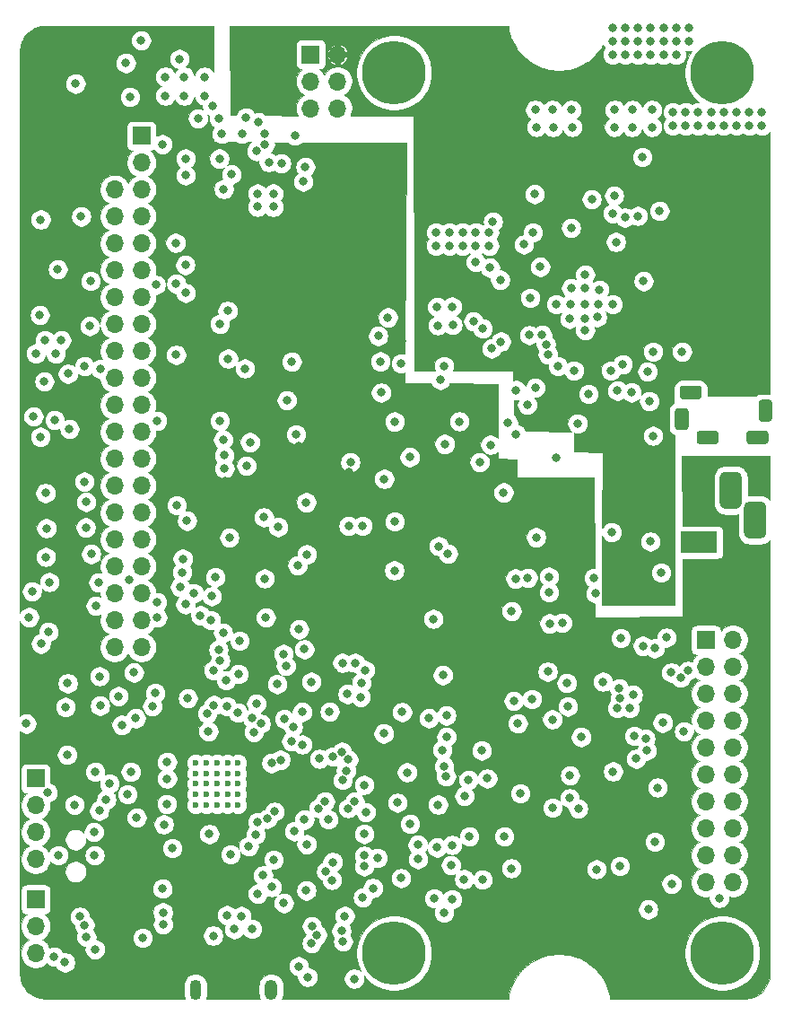
<source format=gbr>
G04 #@! TF.GenerationSoftware,KiCad,Pcbnew,(5.1.6)-1*
G04 #@! TF.CreationDate,2020-07-25T07:52:59-07:00*
G04 #@! TF.ProjectId,Mycroft - Mark 2,4d796372-6f66-4742-902d-204d61726b20,rev?*
G04 #@! TF.SameCoordinates,Original*
G04 #@! TF.FileFunction,Copper,L3,Inr*
G04 #@! TF.FilePolarity,Positive*
%FSLAX46Y46*%
G04 Gerber Fmt 4.6, Leading zero omitted, Abs format (unit mm)*
G04 Created by KiCad (PCBNEW (5.1.6)-1) date 2020-07-25 07:52:59*
%MOMM*%
%LPD*%
G01*
G04 APERTURE LIST*
G04 #@! TA.AperFunction,ViaPad*
%ADD10R,3.500000X2.000000*%
G04 #@! TD*
G04 #@! TA.AperFunction,ViaPad*
%ADD11O,1.700000X1.700000*%
G04 #@! TD*
G04 #@! TA.AperFunction,ViaPad*
%ADD12R,1.700000X1.700000*%
G04 #@! TD*
G04 #@! TA.AperFunction,ViaPad*
%ADD13C,0.600000*%
G04 #@! TD*
G04 #@! TA.AperFunction,ViaPad*
%ADD14O,1.200000X1.900000*%
G04 #@! TD*
G04 #@! TA.AperFunction,ViaPad*
%ADD15O,1.100000X1.900000*%
G04 #@! TD*
G04 #@! TA.AperFunction,ViaPad*
%ADD16C,0.800000*%
G04 #@! TD*
G04 #@! TA.AperFunction,ViaPad*
%ADD17C,6.000000*%
G04 #@! TD*
G04 #@! TA.AperFunction,Conductor*
%ADD18C,0.100000*%
G04 #@! TD*
G04 APERTURE END LIST*
G04 #@! TA.AperFunction,ViaPad*
G36*
G01*
X70534040Y-48969060D02*
X69484040Y-48969060D01*
G75*
G02*
X68959040Y-48444060I0J525000D01*
G01*
X68959040Y-45994060D01*
G75*
G02*
X69484040Y-45469060I525000J0D01*
G01*
X70534040Y-45469060D01*
G75*
G02*
X71059040Y-45994060I0J-525000D01*
G01*
X71059040Y-48444060D01*
G75*
G02*
X70534040Y-48969060I-525000J0D01*
G01*
G37*
G04 #@! TD.AperFunction*
G04 #@! TA.AperFunction,ViaPad*
G36*
G01*
X68759040Y-43194060D02*
X68759040Y-45644060D01*
G75*
G02*
X68234040Y-46169060I-525000J0D01*
G01*
X67184040Y-46169060D01*
G75*
G02*
X66659040Y-45644060I0J525000D01*
G01*
X66659040Y-43194060D01*
G75*
G02*
X67184040Y-42669060I525000J0D01*
G01*
X68234040Y-42669060D01*
G75*
G02*
X68759040Y-43194060I0J-525000D01*
G01*
G37*
G04 #@! TD.AperFunction*
D10*
X64709040Y-49319060D03*
G04 #@! TA.AperFunction,ViaPad*
G36*
G01*
X64481820Y-39757520D02*
X64481820Y-39107520D01*
G75*
G02*
X64806820Y-38782520I325000J0D01*
G01*
X66256820Y-38782520D01*
G75*
G02*
X66581820Y-39107520I0J-325000D01*
G01*
X66581820Y-39757520D01*
G75*
G02*
X66256820Y-40082520I-325000J0D01*
G01*
X64806820Y-40082520D01*
G75*
G02*
X64481820Y-39757520I0J325000D01*
G01*
G37*
G04 #@! TD.AperFunction*
G04 #@! TA.AperFunction,ViaPad*
G36*
G01*
X71306820Y-37957520D02*
X70656820Y-37957520D01*
G75*
G02*
X70331820Y-37632520I0J325000D01*
G01*
X70331820Y-36182520D01*
G75*
G02*
X70656820Y-35857520I325000J0D01*
G01*
X71306820Y-35857520D01*
G75*
G02*
X71631820Y-36182520I0J-325000D01*
G01*
X71631820Y-37632520D01*
G75*
G02*
X71306820Y-37957520I-325000J0D01*
G01*
G37*
G04 #@! TD.AperFunction*
G04 #@! TA.AperFunction,ViaPad*
G36*
G01*
X71281820Y-39107520D02*
X71281820Y-39757520D01*
G75*
G02*
X70956820Y-40082520I-325000J0D01*
G01*
X69506820Y-40082520D01*
G75*
G02*
X69181820Y-39757520I0J325000D01*
G01*
X69181820Y-39107520D01*
G75*
G02*
X69506820Y-38782520I325000J0D01*
G01*
X70956820Y-38782520D01*
G75*
G02*
X71281820Y-39107520I0J-325000D01*
G01*
G37*
G04 #@! TD.AperFunction*
G04 #@! TA.AperFunction,ViaPad*
G36*
G01*
X62881820Y-35507520D02*
X62881820Y-34857520D01*
G75*
G02*
X63206820Y-34532520I325000J0D01*
G01*
X64656820Y-34532520D01*
G75*
G02*
X64981820Y-34857520I0J-325000D01*
G01*
X64981820Y-35507520D01*
G75*
G02*
X64656820Y-35832520I-325000J0D01*
G01*
X63206820Y-35832520D01*
G75*
G02*
X62881820Y-35507520I0J325000D01*
G01*
G37*
G04 #@! TD.AperFunction*
G04 #@! TA.AperFunction,ViaPad*
G36*
G01*
X62756820Y-36657520D02*
X63406820Y-36657520D01*
G75*
G02*
X63731820Y-36982520I0J-325000D01*
G01*
X63731820Y-38432520D01*
G75*
G02*
X63406820Y-38757520I-325000J0D01*
G01*
X62756820Y-38757520D01*
G75*
G02*
X62431820Y-38432520I0J325000D01*
G01*
X62431820Y-36982520D01*
G75*
G02*
X62756820Y-36657520I325000J0D01*
G01*
G37*
G04 #@! TD.AperFunction*
D11*
X2095500Y-79222600D03*
X2095500Y-76682600D03*
X2095500Y-74142600D03*
D12*
X2095500Y-71602600D03*
D11*
X2095500Y-88087200D03*
X2095500Y-85547200D03*
D12*
X2095500Y-83007200D03*
D13*
X17201380Y-70112120D03*
X18201380Y-70112120D03*
X19201380Y-70112120D03*
X20201380Y-70112120D03*
X21201380Y-70112120D03*
X17201380Y-71112120D03*
X18201380Y-71112120D03*
X19201380Y-71112120D03*
X20201380Y-71112120D03*
X21201380Y-71112120D03*
X17201380Y-72112120D03*
X18201380Y-72112120D03*
X19201380Y-72112120D03*
X20201380Y-72112120D03*
X21201380Y-72112120D03*
X17201380Y-73112120D03*
X18201380Y-73112120D03*
X19201380Y-73112120D03*
X20201380Y-73112120D03*
X21201380Y-73112120D03*
X17201380Y-74112120D03*
X18201380Y-74112120D03*
X19201380Y-74112120D03*
X20201380Y-74112120D03*
X21201380Y-74112120D03*
D14*
X24319180Y-91517320D03*
D15*
X17169180Y-91517320D03*
D11*
X9552940Y-59237880D03*
X12092940Y-59237880D03*
X9552940Y-56697880D03*
X12092940Y-56697880D03*
X9552940Y-54157880D03*
X12092940Y-54157880D03*
X9552940Y-51617880D03*
X12092940Y-51617880D03*
X9552940Y-49077880D03*
X12092940Y-49077880D03*
X9552940Y-46537880D03*
X12092940Y-46537880D03*
X9552940Y-43997880D03*
X12092940Y-43997880D03*
X9552940Y-41457880D03*
X12092940Y-41457880D03*
X9552940Y-38917880D03*
X12092940Y-38917880D03*
X9552940Y-36377880D03*
X12092940Y-36377880D03*
X9552940Y-33837880D03*
X12092940Y-33837880D03*
X9552940Y-31297880D03*
X12092940Y-31297880D03*
X9552940Y-28757880D03*
X12092940Y-28757880D03*
X9552940Y-26217880D03*
X12092940Y-26217880D03*
X9552940Y-23677880D03*
X12092940Y-23677880D03*
X9552940Y-21137880D03*
X12092940Y-21137880D03*
X9552940Y-18597880D03*
X12092940Y-18597880D03*
X9552940Y-16057880D03*
X12092940Y-16057880D03*
X9552940Y-13517880D03*
X12092940Y-13517880D03*
X9552940Y-10977880D03*
D12*
X12092940Y-10977880D03*
D11*
X30599380Y-8376920D03*
X28059380Y-8376920D03*
X30599380Y-5836920D03*
X28059380Y-5836920D03*
X30599380Y-3296920D03*
D12*
X28059380Y-3296920D03*
D16*
X37524370Y-86491130D03*
X35933380Y-85832120D03*
X34342390Y-86491130D03*
X33683380Y-88082120D03*
X34342390Y-89673110D03*
X35933380Y-90332120D03*
X37524370Y-89673110D03*
X38183380Y-88082120D03*
D17*
X35933380Y-88082120D03*
D16*
X37524370Y-3433130D03*
X35933380Y-2774120D03*
X34342390Y-3433130D03*
X33683380Y-5024120D03*
X34342390Y-6615110D03*
X35933380Y-7274120D03*
X37524370Y-6615110D03*
X38183380Y-5024120D03*
D17*
X35933380Y-5024120D03*
D16*
X68512370Y-86491130D03*
X66921380Y-85832120D03*
X65330390Y-86491130D03*
X64671380Y-88082120D03*
X65330390Y-89673110D03*
X66921380Y-90332120D03*
X68512370Y-89673110D03*
X69171380Y-88082120D03*
D17*
X66921380Y-88082120D03*
D16*
X68512370Y-3433130D03*
X66921380Y-2774120D03*
X65330390Y-3433130D03*
X64671380Y-5024120D03*
X65330390Y-6615110D03*
X66921380Y-7274120D03*
X68512370Y-6615110D03*
X69171380Y-5024120D03*
D17*
X66921380Y-5024120D03*
D11*
X67911980Y-81401920D03*
X65371980Y-81401920D03*
X67911980Y-78861920D03*
X65371980Y-78861920D03*
X67911980Y-76321920D03*
X65371980Y-76321920D03*
X67911980Y-73781920D03*
X65371980Y-73781920D03*
X67911980Y-71241920D03*
X65371980Y-71241920D03*
X67911980Y-68701920D03*
X65371980Y-68701920D03*
X67911980Y-66161920D03*
X65371980Y-66161920D03*
X67911980Y-63621920D03*
X65371980Y-63621920D03*
X67911980Y-61081920D03*
X65371980Y-61081920D03*
X67911980Y-58541920D03*
D12*
X65371980Y-58541920D03*
D16*
X56354980Y-54046120D03*
X56380380Y-52572920D03*
X54965600Y-54152800D03*
X54797960Y-52684680D03*
X57980580Y-54046120D03*
X57993280Y-52572920D03*
X21912580Y-7106920D03*
X23690580Y-7106920D03*
X25366980Y-7106920D03*
X25417780Y-5481320D03*
X23690580Y-5481320D03*
X22014180Y-5532120D03*
X54780180Y-37815520D03*
X41572180Y-2382520D03*
X55880180Y-37815520D03*
X56980180Y-37815520D03*
X58080180Y-37815520D03*
X54780180Y-38915520D03*
X58080180Y-38915520D03*
X54780180Y-40015520D03*
X39908480Y-11221720D03*
X41158480Y-11221720D03*
X42408480Y-11221720D03*
X43658480Y-11221720D03*
X44908480Y-11221720D03*
X39908480Y-12471720D03*
X41158480Y-12471720D03*
X42408480Y-12471720D03*
X43658480Y-12471720D03*
X44908480Y-12471720D03*
X6154420Y-1371600D03*
X28364180Y-36672520D03*
X28364180Y-35402520D03*
X28364180Y-34234120D03*
X32275780Y-36672520D03*
X32275780Y-35402520D03*
X32275780Y-34234120D03*
X48025652Y-69037927D03*
X14902180Y-1315720D03*
X49027080Y-20099020D03*
X44988480Y-23426420D03*
X43413680Y-28481020D03*
X43638572Y-22892346D03*
X15721460Y-16677640D03*
X17221460Y-16677640D03*
X15721460Y-17927640D03*
X17221460Y-17927640D03*
X32235140Y-33279080D03*
X28287980Y-33340040D03*
X15257780Y-27411680D03*
X13317220Y-88966040D03*
X57127140Y-82224880D03*
X57122060Y-84256880D03*
X57147460Y-83200240D03*
X36652971Y-30371120D03*
X26962100Y-40233600D03*
X23639780Y-48580040D03*
X24137620Y-54589680D03*
X30243780Y-61579760D03*
X50309780Y-55722520D03*
X52240180Y-46273720D03*
X50639980Y-43881040D03*
X39627170Y-36563919D03*
X43609260Y-35570160D03*
X20007580Y-43576240D03*
X20007580Y-44587800D03*
X38787057Y-61923487D03*
X49077456Y-62745196D03*
X31671260Y-42732960D03*
X34617660Y-48092360D03*
X43985180Y-61803280D03*
X19494270Y-33027620D03*
X41018460Y-50388520D03*
X35003740Y-43342560D03*
X61125100Y-52176680D03*
X40170100Y-49692560D03*
X31799369Y-41791636D03*
X60114134Y-49257223D03*
X52633880Y-19654520D03*
X59352180Y-12987020D03*
X52633880Y-19654520D03*
X56862980Y-20988020D03*
X60982860Y-18064480D03*
X26675080Y-39136320D03*
X21849080Y-32926020D03*
X46017180Y-30386020D03*
X56405780Y-33116520D03*
X14076680Y-81998820D03*
X14508480Y-70060820D03*
X52900580Y-33116520D03*
X14470380Y-74010520D03*
X18494840Y-76852747D03*
X19926123Y-42356863D03*
X22331680Y-39885620D03*
X48188878Y-21229320D03*
X27256321Y-68398654D03*
X40637460Y-70479920D03*
X40871140Y-67675760D03*
X36596320Y-81008220D03*
X5864860Y-6055360D03*
X26504900Y-76590537D03*
X20149820Y-64810640D03*
X31112460Y-86969600D03*
X19900900Y-41132760D03*
X59850020Y-33223200D03*
X18892520Y-61394340D03*
X14508480Y-71622920D03*
X15659100Y-3718560D03*
X44274740Y-81132680D03*
X47835820Y-73019920D03*
X20847122Y-85813665D03*
X36246129Y-73896322D03*
X34362053Y-79117255D03*
X27670314Y-77810445D03*
X28659162Y-86349058D03*
X23563580Y-80756760D03*
X3888740Y-37785040D03*
X34950651Y-67356355D03*
X3380740Y-53080920D03*
X8011375Y-53118805D03*
X10956730Y-52833710D03*
X36685220Y-65343412D03*
X7668260Y-78836520D03*
X4249420Y-78836520D03*
X19065195Y-52628800D03*
X22923500Y-64552969D03*
X5128260Y-62631320D03*
X5153660Y-33421320D03*
X6708140Y-32705040D03*
X6398260Y-18587720D03*
X7292340Y-24678640D03*
X27759660Y-90332560D03*
X40861718Y-65667577D03*
X39220378Y-65927509D03*
X26931620Y-89312022D03*
X41404540Y-83017360D03*
X30051753Y-81188907D03*
X28785306Y-74414329D03*
X41417610Y-77878504D03*
X66616580Y-82875120D03*
X30127580Y-79487320D03*
X29410324Y-73766738D03*
X41297529Y-79790312D03*
X57238900Y-79872840D03*
X59910980Y-83962240D03*
X40643574Y-84247754D03*
X32977118Y-82846022D03*
X33112041Y-79903320D03*
X56979820Y-64963040D03*
X23059715Y-75711471D03*
X56598820Y-70942200D03*
X29842460Y-65293240D03*
X61638180Y-58313320D03*
X61288338Y-66339720D03*
X50599340Y-56977280D03*
X31592508Y-74413980D03*
X63671969Y-61445247D03*
X63289180Y-67152520D03*
X22859122Y-76911482D03*
X47613262Y-66397594D03*
X27252516Y-65331808D03*
X57320180Y-58354590D03*
X33256220Y-74772520D03*
X60545980Y-77587410D03*
X33112041Y-78887320D03*
X51793140Y-56916320D03*
X32213161Y-73762205D03*
X58475882Y-63723520D03*
X39992300Y-78115160D03*
X25570180Y-65984120D03*
X24633491Y-74741597D03*
X28872180Y-69748400D03*
X15918180Y-52158710D03*
X10227940Y-66553080D03*
X1211332Y-66436078D03*
X23710900Y-52740560D03*
X58595260Y-67594480D03*
X23644860Y-46969680D03*
X59402980Y-59095640D03*
X26966159Y-57536365D03*
X59656980Y-67863720D03*
X24989781Y-47884080D03*
X60525660Y-59329320D03*
X27456375Y-59417709D03*
X10756900Y-73106280D03*
X3233420Y-72948800D03*
X15714980Y-53538120D03*
X29718626Y-75467931D03*
X31075640Y-71753444D03*
X26382980Y-66730880D03*
X26820075Y-51491095D03*
X4874260Y-88966040D03*
X5753100Y-74081640D03*
X28149295Y-87150656D03*
X23961732Y-75413356D03*
X27679736Y-50469139D03*
X27647900Y-45547280D03*
X15425420Y-45836840D03*
X9908540Y-63835280D03*
X4909820Y-64861440D03*
X5067300Y-69377560D03*
X49911417Y-29770797D03*
X47444660Y-39110920D03*
X47454820Y-34975800D03*
X51389280Y-32710120D03*
X51198780Y-41325800D03*
X50262561Y-30653531D03*
X49258220Y-34737042D03*
X45026580Y-40126920D03*
X40302180Y-34005520D03*
X25197620Y-69853132D03*
X19354708Y-59448792D03*
X21245135Y-61764484D03*
X24895170Y-62702926D03*
X23334980Y-66441320D03*
X25486360Y-59870340D03*
X24349087Y-70153152D03*
X25714372Y-60982686D03*
X24096980Y-13456920D03*
X22938740Y-12405360D03*
X23141555Y-9709973D03*
X21958300Y-9260840D03*
X8769085Y-73586240D03*
X31386780Y-70855840D03*
X6889585Y-86551707D03*
X12204931Y-86642959D03*
X25280620Y-13589000D03*
X20586700Y-14620240D03*
X7724129Y-70982829D03*
X6269406Y-84647385D03*
X14119860Y-85379560D03*
X8094980Y-74645520D03*
X31603168Y-69835003D03*
X23061880Y-82472888D03*
X25519380Y-83357720D03*
X27648610Y-82178240D03*
X62981204Y-62097449D03*
X58789233Y-69747270D03*
X18295620Y-65481200D03*
X20068504Y-62333539D03*
X31539180Y-63642240D03*
X32250380Y-60700290D03*
X18407380Y-67152520D03*
X59758580Y-68981320D03*
X62095380Y-61615320D03*
X16467199Y-64024138D03*
X47226220Y-64297560D03*
X50426620Y-61528960D03*
X19520986Y-60463614D03*
X21185510Y-65400426D03*
X22563390Y-65933320D03*
X21353780Y-58618120D03*
X22694861Y-67223159D03*
X19778980Y-57856120D03*
X44008180Y-41755695D03*
X40708580Y-40050720D03*
X60380880Y-31338520D03*
X59479180Y-24683720D03*
X34433380Y-29854530D03*
X36595223Y-32447560D03*
X50893980Y-74353420D03*
X53584488Y-67699496D03*
X57240594Y-64049519D03*
X35976782Y-37935122D03*
X4188460Y-23561040D03*
X13428311Y-25039320D03*
X13565909Y-37861240D03*
X62120780Y-81538850D03*
X57510349Y-32526122D03*
X60012581Y-36001959D03*
X14190980Y-75940920D03*
X27363420Y-15295880D03*
X23715980Y-10749280D03*
X21554680Y-10795000D03*
X40083740Y-74076560D03*
X42964100Y-71724520D03*
X50868580Y-66034920D03*
X52341780Y-64815720D03*
X8120380Y-61965840D03*
X6713220Y-85430360D03*
X40838532Y-71408400D03*
X11372033Y-61610218D03*
X14058900Y-11765280D03*
X19679680Y-10795000D03*
X30960583Y-85999960D03*
X28166060Y-85537040D03*
X3294380Y-57790080D03*
X1477168Y-56388000D03*
X1744980Y-53969920D03*
X7759700Y-55326280D03*
X3030220Y-44683680D03*
X4000500Y-31501080D03*
X2131060Y-31501080D03*
X6865620Y-45521880D03*
X16222980Y-23159720D03*
X32768540Y-63921640D03*
X22213802Y-77993495D03*
X31007159Y-69092402D03*
X13389949Y-63547320D03*
X17015161Y-54116657D03*
X18715184Y-54416960D03*
X24557369Y-79285365D03*
X37152580Y-71028560D03*
X18849340Y-86431120D03*
X17655540Y-56220360D03*
X21506189Y-84587080D03*
X31269848Y-84571748D03*
X7693660Y-87711280D03*
X3843020Y-88422480D03*
X13576300Y-56428640D03*
X17416780Y-9326880D03*
X19413216Y-9326880D03*
X42567860Y-73268840D03*
X44726860Y-71607680D03*
X43032680Y-77066249D03*
X46334680Y-77071220D03*
X13565918Y-54975982D03*
X13100148Y-64789651D03*
X8177908Y-64739520D03*
X16246441Y-55168800D03*
X3065780Y-50708560D03*
X15991077Y-50872210D03*
X3116580Y-48000920D03*
X7338060Y-50429160D03*
X7200900Y-28930600D03*
X6697980Y-43601640D03*
X2501900Y-27879040D03*
X1897380Y-37465000D03*
X5295900Y-38648640D03*
X4528820Y-30261560D03*
X2974340Y-30261560D03*
X2918460Y-34147760D03*
X8237017Y-32982455D03*
X16273780Y-25801320D03*
X16248380Y-14714220D03*
X45940980Y-24558630D03*
X45140880Y-31046420D03*
X10609580Y-4114800D03*
X19494270Y-28712160D03*
X19852976Y-15997076D03*
X11000740Y-7305040D03*
X16248380Y-13126720D03*
X20215339Y-27498824D03*
X19438620Y-13126720D03*
X15359150Y-31643320D03*
X6830060Y-47924720D03*
X50451390Y-31596592D03*
X16385540Y-47289720D03*
X54277523Y-35336547D03*
X57015380Y-35021520D03*
X35349180Y-28112720D03*
X15372080Y-24937720D03*
X15308580Y-21076920D03*
X46687740Y-38039040D03*
X53240940Y-38115240D03*
X55186580Y-26880820D03*
X56710580Y-10154920D03*
X58386980Y-10154920D03*
X60266580Y-10154920D03*
X60266580Y-8529320D03*
X58437780Y-8529320D03*
X56761380Y-8529320D03*
X55084980Y-28087320D03*
X55288180Y-25496520D03*
X52494180Y-28239720D03*
X52646580Y-25344120D03*
X51224180Y-26868120D03*
X53967380Y-29306520D03*
X53967380Y-24074120D03*
X56558180Y-26868120D03*
X53967380Y-26868120D03*
X62247780Y-8757920D03*
X63447780Y-8757920D03*
X64647780Y-8757920D03*
X65847780Y-8757920D03*
X67047780Y-8757920D03*
X68247780Y-8757920D03*
X69447780Y-8757920D03*
X70647780Y-8757920D03*
X62247780Y-10007920D03*
X63447780Y-10007920D03*
X64647780Y-10007920D03*
X65847780Y-10007920D03*
X67047780Y-10007920D03*
X68247780Y-10007920D03*
X69447780Y-10007920D03*
X70647780Y-10007920D03*
X56558180Y-807720D03*
X57758180Y-807720D03*
X58958180Y-807720D03*
X60158180Y-807720D03*
X61358180Y-807720D03*
X62558180Y-807720D03*
X63758180Y-807720D03*
X56558180Y-2057720D03*
X57758180Y-2057720D03*
X58958180Y-2057720D03*
X60158180Y-2057720D03*
X61358180Y-2057720D03*
X62558180Y-2057720D03*
X63758180Y-2057720D03*
X56558180Y-3307720D03*
X57758180Y-3307720D03*
X58958180Y-3307720D03*
X60158180Y-3307720D03*
X61358180Y-3307720D03*
X62558180Y-3307720D03*
X53967380Y-25356820D03*
X52583080Y-26868120D03*
X53967380Y-28201620D03*
X58940700Y-18536920D03*
X56700420Y-16616680D03*
X56570936Y-18284929D03*
X52748180Y-10154920D03*
X49242980Y-8529320D03*
X52646580Y-8529320D03*
X50868580Y-8529320D03*
X50944780Y-10154920D03*
X49369980Y-10154920D03*
X57710103Y-18688070D03*
X38199025Y-79214325D03*
X39712900Y-82915699D03*
X32161480Y-90495120D03*
X37444680Y-75890120D03*
X44302680Y-29166820D03*
X45260260Y-19070320D03*
X52514500Y-73472040D03*
X52534820Y-71328280D03*
X26276300Y-32283400D03*
X34637980Y-32268160D03*
X33195260Y-61375300D03*
X31058218Y-60700290D03*
X41457880Y-28823920D03*
X40048180Y-28862020D03*
X41394380Y-27084020D03*
X39997380Y-27122120D03*
X12059920Y-1981200D03*
X56459120Y-48366680D03*
X63111380Y-31338520D03*
X60368180Y-39276020D03*
X48557180Y-52674520D03*
X47388780Y-52745640D03*
X50538380Y-52572920D03*
X58336180Y-35186620D03*
X60812680Y-72461120D03*
X48950880Y-64104520D03*
X26230580Y-68092320D03*
X53306980Y-74442320D03*
X16121380Y-7183120D03*
X14343380Y-5405120D03*
X16121380Y-5405120D03*
X14343380Y-7183120D03*
X18026380Y-5405120D03*
X18026380Y-7183120D03*
X29507180Y-80398620D03*
X48785780Y-26258520D03*
X48688901Y-29780296D03*
X54576980Y-16962120D03*
X20263622Y-31992784D03*
X19791680Y-39657020D03*
X39895780Y-20099020D03*
X41145780Y-20099020D03*
X42395780Y-20099020D03*
X43645780Y-20099020D03*
X44895780Y-20099020D03*
X39895780Y-21349020D03*
X41145780Y-21349020D03*
X42395780Y-21349020D03*
X43645780Y-21349020D03*
X44895780Y-21349020D03*
X49192180Y-16479520D03*
X23031580Y-16428720D03*
X24531580Y-16428720D03*
X23031580Y-17678720D03*
X24531580Y-17678720D03*
X2557780Y-39375080D03*
X2573020Y-18872200D03*
X2593340Y-58887360D03*
X9060509Y-72095049D03*
X57177540Y-63101602D03*
X58168540Y-64957960D03*
X27561540Y-13914120D03*
X24396700Y-81848960D03*
X40485060Y-68920360D03*
X33098740Y-72212200D03*
X27461318Y-75495723D03*
X14105219Y-84241294D03*
X20485100Y-78775560D03*
X55044340Y-80167480D03*
X46982380Y-80081120D03*
X42547535Y-81102200D03*
X11549380Y-65923160D03*
X52224940Y-62611000D03*
X55648860Y-62478920D03*
X14988540Y-78181200D03*
X23736300Y-11775440D03*
X48494883Y-36349701D03*
X49730167Y-23338013D03*
X11630660Y-75290680D03*
X11076940Y-70977760D03*
X18915380Y-64693800D03*
X20156169Y-84499963D03*
X30172192Y-69545561D03*
X38162870Y-77864313D03*
X18641060Y-56662320D03*
X40530780Y-61856620D03*
X32847280Y-62580520D03*
X50563780Y-54046120D03*
X23822660Y-56413400D03*
X34704020Y-35199320D03*
X25803860Y-35915600D03*
X21993860Y-42092880D03*
X20373340Y-48889920D03*
X47028100Y-55808880D03*
X49329340Y-48849280D03*
X46261020Y-44627800D03*
X40642970Y-32694880D03*
X42075100Y-37917120D03*
X44196565Y-68967829D03*
X28110180Y-62484000D03*
X32936180Y-47767240D03*
X31630620Y-47787560D03*
X35979100Y-47371000D03*
X35948620Y-51973480D03*
X39626540Y-56545480D03*
X37411660Y-41290240D03*
X33111919Y-76842332D03*
X33927139Y-81943232D03*
X7602220Y-76652120D03*
X19494270Y-37880930D03*
X26565860Y-10927080D03*
X22517100Y-85785960D03*
X18764548Y-8176250D03*
D18*
G36*
X18884143Y-4972569D02*
G01*
X18875348Y-4951337D01*
X18770507Y-4794431D01*
X18637069Y-4660993D01*
X18480163Y-4556152D01*
X18305818Y-4483936D01*
X18120735Y-4447120D01*
X17932025Y-4447120D01*
X17746942Y-4483936D01*
X17572597Y-4556152D01*
X17415691Y-4660993D01*
X17282253Y-4794431D01*
X17177412Y-4951337D01*
X17105196Y-5125682D01*
X17073880Y-5283115D01*
X17042564Y-5125682D01*
X16970348Y-4951337D01*
X16865507Y-4794431D01*
X16732069Y-4660993D01*
X16575163Y-4556152D01*
X16400818Y-4483936D01*
X16273805Y-4458671D01*
X16403227Y-4329249D01*
X16508068Y-4172343D01*
X16580284Y-3997998D01*
X16617100Y-3812915D01*
X16617100Y-3624205D01*
X16580284Y-3439122D01*
X16508068Y-3264777D01*
X16403227Y-3107871D01*
X16269789Y-2974433D01*
X16112883Y-2869592D01*
X15938538Y-2797376D01*
X15753455Y-2760560D01*
X15564745Y-2760560D01*
X15379662Y-2797376D01*
X15205317Y-2869592D01*
X15048411Y-2974433D01*
X14914973Y-3107871D01*
X14810132Y-3264777D01*
X14737916Y-3439122D01*
X14701100Y-3624205D01*
X14701100Y-3812915D01*
X14737916Y-3997998D01*
X14810132Y-4172343D01*
X14914973Y-4329249D01*
X15048411Y-4462687D01*
X15205317Y-4567528D01*
X15379662Y-4639744D01*
X15506675Y-4665009D01*
X15377253Y-4794431D01*
X15272412Y-4951337D01*
X15232380Y-5047983D01*
X15192348Y-4951337D01*
X15087507Y-4794431D01*
X14954069Y-4660993D01*
X14797163Y-4556152D01*
X14622818Y-4483936D01*
X14437735Y-4447120D01*
X14249025Y-4447120D01*
X14063942Y-4483936D01*
X13889597Y-4556152D01*
X13732691Y-4660993D01*
X13599253Y-4794431D01*
X13494412Y-4951337D01*
X13422196Y-5125682D01*
X13385380Y-5310765D01*
X13385380Y-5499475D01*
X13422196Y-5684558D01*
X13494412Y-5858903D01*
X13599253Y-6015809D01*
X13732691Y-6149247D01*
X13889597Y-6254088D01*
X13986243Y-6294120D01*
X13889597Y-6334152D01*
X13732691Y-6438993D01*
X13599253Y-6572431D01*
X13494412Y-6729337D01*
X13422196Y-6903682D01*
X13385380Y-7088765D01*
X13385380Y-7277475D01*
X13422196Y-7462558D01*
X13494412Y-7636903D01*
X13599253Y-7793809D01*
X13732691Y-7927247D01*
X13889597Y-8032088D01*
X14063942Y-8104304D01*
X14249025Y-8141120D01*
X14437735Y-8141120D01*
X14622818Y-8104304D01*
X14797163Y-8032088D01*
X14954069Y-7927247D01*
X15087507Y-7793809D01*
X15192348Y-7636903D01*
X15232380Y-7540257D01*
X15272412Y-7636903D01*
X15377253Y-7793809D01*
X15510691Y-7927247D01*
X15667597Y-8032088D01*
X15841942Y-8104304D01*
X16027025Y-8141120D01*
X16215735Y-8141120D01*
X16400818Y-8104304D01*
X16575163Y-8032088D01*
X16732069Y-7927247D01*
X16865507Y-7793809D01*
X16970348Y-7636903D01*
X17042564Y-7462558D01*
X17073880Y-7305125D01*
X17105196Y-7462558D01*
X17177412Y-7636903D01*
X17282253Y-7793809D01*
X17415691Y-7927247D01*
X17572597Y-8032088D01*
X17746942Y-8104304D01*
X17806548Y-8116161D01*
X17806548Y-8270605D01*
X17843364Y-8455688D01*
X17848843Y-8468915D01*
X17696218Y-8405696D01*
X17511135Y-8368880D01*
X17322425Y-8368880D01*
X17137342Y-8405696D01*
X16962997Y-8477912D01*
X16806091Y-8582753D01*
X16672653Y-8716191D01*
X16567812Y-8873097D01*
X16495596Y-9047442D01*
X16458780Y-9232525D01*
X16458780Y-9421235D01*
X16495596Y-9606318D01*
X16567812Y-9780663D01*
X16672653Y-9937569D01*
X16806091Y-10071007D01*
X16962997Y-10175848D01*
X17137342Y-10248064D01*
X17322425Y-10284880D01*
X17511135Y-10284880D01*
X17696218Y-10248064D01*
X17870563Y-10175848D01*
X18027469Y-10071007D01*
X18160907Y-9937569D01*
X18265748Y-9780663D01*
X18337964Y-9606318D01*
X18374780Y-9421235D01*
X18374780Y-9232525D01*
X18337964Y-9047442D01*
X18332485Y-9034215D01*
X18482318Y-9096277D01*
X18455216Y-9232525D01*
X18455216Y-9421235D01*
X18492032Y-9606318D01*
X18564248Y-9780663D01*
X18669089Y-9937569D01*
X18802527Y-10071007D01*
X18862820Y-10111294D01*
X18862061Y-10294300D01*
X18830712Y-10341217D01*
X18758496Y-10515562D01*
X18721680Y-10700645D01*
X18721680Y-10889355D01*
X18758496Y-11074438D01*
X18830712Y-11248783D01*
X18857931Y-11289519D01*
X18856947Y-11526699D01*
X18857868Y-11536457D01*
X18860674Y-11545848D01*
X18865259Y-11554512D01*
X18871445Y-11562114D01*
X18878996Y-11568364D01*
X18887621Y-11573020D01*
X18896989Y-11575904D01*
X18906843Y-11576906D01*
X19126212Y-11577361D01*
X19225897Y-11643968D01*
X19400242Y-11716184D01*
X19585325Y-11753000D01*
X19774035Y-11753000D01*
X19959118Y-11716184D01*
X20133463Y-11643968D01*
X20229725Y-11579648D01*
X21007047Y-11581259D01*
X21100897Y-11643968D01*
X21275242Y-11716184D01*
X21460325Y-11753000D01*
X21649035Y-11753000D01*
X21834118Y-11716184D01*
X22008463Y-11643968D01*
X22098926Y-11583522D01*
X22443285Y-11584236D01*
X22328051Y-11661233D01*
X22194613Y-11794671D01*
X22089772Y-11951577D01*
X22017556Y-12125922D01*
X21980740Y-12311005D01*
X21980740Y-12499715D01*
X22017556Y-12684798D01*
X22089772Y-12859143D01*
X22194613Y-13016049D01*
X22328051Y-13149487D01*
X22484957Y-13254328D01*
X22659302Y-13326544D01*
X22844385Y-13363360D01*
X23033095Y-13363360D01*
X23143178Y-13341463D01*
X23138980Y-13362565D01*
X23138980Y-13551275D01*
X23175796Y-13736358D01*
X23248012Y-13910703D01*
X23352853Y-14067609D01*
X23486291Y-14201047D01*
X23643197Y-14305888D01*
X23817542Y-14378104D01*
X24002625Y-14414920D01*
X24191335Y-14414920D01*
X24376418Y-14378104D01*
X24550763Y-14305888D01*
X24605870Y-14269066D01*
X24669931Y-14333127D01*
X24826837Y-14437968D01*
X25001182Y-14510184D01*
X25186265Y-14547000D01*
X25374975Y-14547000D01*
X25560058Y-14510184D01*
X25734403Y-14437968D01*
X25891309Y-14333127D01*
X26024747Y-14199689D01*
X26129588Y-14042783D01*
X26201804Y-13868438D01*
X26238620Y-13683355D01*
X26238620Y-13494645D01*
X26201804Y-13309562D01*
X26129588Y-13135217D01*
X26024747Y-12978311D01*
X25891309Y-12844873D01*
X25734403Y-12740032D01*
X25560058Y-12667816D01*
X25374975Y-12631000D01*
X25186265Y-12631000D01*
X25001182Y-12667816D01*
X24826837Y-12740032D01*
X24771730Y-12776854D01*
X24707669Y-12712793D01*
X24550763Y-12607952D01*
X24376418Y-12535736D01*
X24335093Y-12527516D01*
X24346989Y-12519567D01*
X24480427Y-12386129D01*
X24585268Y-12229223D01*
X24657484Y-12054878D01*
X24694300Y-11869795D01*
X24694300Y-11681085D01*
X24675956Y-11588864D01*
X25875314Y-11591350D01*
X25955171Y-11671207D01*
X26112077Y-11776048D01*
X26286422Y-11848264D01*
X26471505Y-11885080D01*
X26660215Y-11885080D01*
X26845298Y-11848264D01*
X27019643Y-11776048D01*
X27176549Y-11671207D01*
X27253549Y-11594207D01*
X37051556Y-11614516D01*
X36962352Y-31562699D01*
X36874661Y-31526376D01*
X36689578Y-31489560D01*
X36500868Y-31489560D01*
X36315785Y-31526376D01*
X36141440Y-31598592D01*
X35984534Y-31703433D01*
X35851096Y-31836871D01*
X35746255Y-31993777D01*
X35674039Y-32168122D01*
X35637223Y-32353205D01*
X35637223Y-32541915D01*
X35674039Y-32726998D01*
X35746255Y-32901343D01*
X35851096Y-33058249D01*
X35984534Y-33191687D01*
X36141440Y-33296528D01*
X36315785Y-33368744D01*
X36500868Y-33405560D01*
X36689578Y-33405560D01*
X36874661Y-33368744D01*
X36954424Y-33335705D01*
X36950180Y-34284696D01*
X36951098Y-34294455D01*
X36953901Y-34303847D01*
X36958483Y-34312512D01*
X36964667Y-34320117D01*
X36972216Y-34326369D01*
X36980839Y-34331028D01*
X36990206Y-34333915D01*
X36999891Y-34334919D01*
X39407455Y-34348836D01*
X39453212Y-34459303D01*
X39558053Y-34616209D01*
X39691491Y-34749647D01*
X39848397Y-34854488D01*
X40022742Y-34926704D01*
X40207825Y-34963520D01*
X40396535Y-34963520D01*
X40581618Y-34926704D01*
X40755963Y-34854488D01*
X40912869Y-34749647D01*
X41046307Y-34616209D01*
X41151148Y-34459303D01*
X41192631Y-34359154D01*
X45738294Y-34385430D01*
X45709161Y-39454685D01*
X45637269Y-39382793D01*
X45480363Y-39277952D01*
X45306018Y-39205736D01*
X45120935Y-39168920D01*
X44932225Y-39168920D01*
X44747142Y-39205736D01*
X44572797Y-39277952D01*
X44415891Y-39382793D01*
X44282453Y-39516231D01*
X44177612Y-39673137D01*
X44105396Y-39847482D01*
X44068580Y-40032565D01*
X44068580Y-40221275D01*
X44105396Y-40406358D01*
X44177612Y-40580703D01*
X44282453Y-40737609D01*
X44415891Y-40871047D01*
X44572797Y-40975888D01*
X44747142Y-41048104D01*
X44932225Y-41084920D01*
X45120935Y-41084920D01*
X45306018Y-41048104D01*
X45480363Y-40975888D01*
X45637269Y-40871047D01*
X45701389Y-40806927D01*
X45698290Y-41346185D01*
X45699194Y-41355945D01*
X45701986Y-41365340D01*
X45706557Y-41374011D01*
X45712731Y-41381624D01*
X45720272Y-41387885D01*
X45728890Y-41392555D01*
X45738253Y-41395454D01*
X45745509Y-41396395D01*
X47516580Y-41495014D01*
X47516580Y-43174920D01*
X47517541Y-43184675D01*
X47520386Y-43194054D01*
X47525007Y-43202699D01*
X47531225Y-43210275D01*
X47538801Y-43216493D01*
X47547446Y-43221114D01*
X47556825Y-43223959D01*
X47566580Y-43224920D01*
X54781364Y-43224920D01*
X54847015Y-51726680D01*
X54703605Y-51726680D01*
X54518522Y-51763496D01*
X54344177Y-51835712D01*
X54187271Y-51940553D01*
X54053833Y-52073991D01*
X53948992Y-52230897D01*
X53876776Y-52405242D01*
X53839960Y-52590325D01*
X53839960Y-52779035D01*
X53876776Y-52964118D01*
X53948992Y-53138463D01*
X54053833Y-53295369D01*
X54187271Y-53428807D01*
X54275694Y-53487890D01*
X54221473Y-53542111D01*
X54116632Y-53699017D01*
X54044416Y-53873362D01*
X54007600Y-54058445D01*
X54007600Y-54247155D01*
X54044416Y-54432238D01*
X54116632Y-54606583D01*
X54221473Y-54763489D01*
X54354911Y-54896927D01*
X54511817Y-55001768D01*
X54686162Y-55073984D01*
X54871245Y-55110800D01*
X54873147Y-55110800D01*
X54882581Y-56332506D01*
X54883618Y-56342253D01*
X54886535Y-56351610D01*
X54891222Y-56360219D01*
X54897499Y-56367747D01*
X54905123Y-56373907D01*
X54913803Y-56378460D01*
X54923204Y-56381233D01*
X54932735Y-56382120D01*
X63136935Y-56356720D01*
X63146686Y-56355729D01*
X63156057Y-56352855D01*
X63164687Y-56348207D01*
X63172245Y-56341966D01*
X63178439Y-56334370D01*
X63183033Y-56325711D01*
X63185849Y-56316323D01*
X63186779Y-56306411D01*
X63153230Y-50879759D01*
X66459040Y-50879759D01*
X66568427Y-50868985D01*
X66673610Y-50837078D01*
X66770548Y-50785264D01*
X66855514Y-50715534D01*
X66925244Y-50630568D01*
X66977058Y-50533630D01*
X67008965Y-50428447D01*
X67019739Y-50319060D01*
X67019739Y-48319060D01*
X67008965Y-48209673D01*
X66977058Y-48104490D01*
X66925244Y-48007552D01*
X66855514Y-47922586D01*
X66770548Y-47852856D01*
X66673610Y-47801042D01*
X66568427Y-47769135D01*
X66459040Y-47758361D01*
X63133932Y-47758361D01*
X63093090Y-41152034D01*
X71392001Y-41170234D01*
X71392001Y-45336331D01*
X71301745Y-45226355D01*
X71137222Y-45091334D01*
X70949519Y-44991005D01*
X70745849Y-44929222D01*
X70534040Y-44908361D01*
X69484040Y-44908361D01*
X69319739Y-44924543D01*
X69319739Y-43194060D01*
X69298878Y-42982251D01*
X69237095Y-42778581D01*
X69136766Y-42590878D01*
X69001745Y-42426355D01*
X68837222Y-42291334D01*
X68649519Y-42191005D01*
X68445849Y-42129222D01*
X68234040Y-42108361D01*
X67184040Y-42108361D01*
X66972231Y-42129222D01*
X66768561Y-42191005D01*
X66580858Y-42291334D01*
X66416335Y-42426355D01*
X66281314Y-42590878D01*
X66180985Y-42778581D01*
X66119202Y-42982251D01*
X66098341Y-43194060D01*
X66098341Y-45644060D01*
X66119202Y-45855869D01*
X66180985Y-46059539D01*
X66281314Y-46247242D01*
X66416335Y-46411765D01*
X66580858Y-46546786D01*
X66768561Y-46647115D01*
X66972231Y-46708898D01*
X67184040Y-46729759D01*
X68234040Y-46729759D01*
X68398341Y-46713577D01*
X68398341Y-48444060D01*
X68419202Y-48655869D01*
X68480985Y-48859539D01*
X68581314Y-49047242D01*
X68716335Y-49211765D01*
X68880858Y-49346786D01*
X69068561Y-49447115D01*
X69272231Y-49508898D01*
X69484040Y-49529759D01*
X70534040Y-49529759D01*
X70745849Y-49508898D01*
X70949519Y-49447115D01*
X71137222Y-49346786D01*
X71301745Y-49211765D01*
X71392000Y-49101789D01*
X71392000Y-89970267D01*
X71343584Y-90464043D01*
X71208819Y-90910408D01*
X70989920Y-91322098D01*
X70695225Y-91683430D01*
X70335960Y-91980640D01*
X69925806Y-92202409D01*
X69480391Y-92340288D01*
X68988389Y-92392000D01*
X56316584Y-92392000D01*
X56278065Y-92048602D01*
X56266605Y-91994685D01*
X56255904Y-91940643D01*
X56253394Y-91932534D01*
X56002592Y-91141906D01*
X55980877Y-91091240D01*
X55959884Y-91040308D01*
X55955851Y-91032850D01*
X55955847Y-91032841D01*
X55955842Y-91032834D01*
X55556253Y-90305984D01*
X55525129Y-90260528D01*
X55494625Y-90214616D01*
X55489214Y-90208075D01*
X54956051Y-89572676D01*
X54916673Y-89534114D01*
X54877850Y-89495019D01*
X54871277Y-89489659D01*
X54871272Y-89489654D01*
X54871267Y-89489650D01*
X54224846Y-88969915D01*
X54178758Y-88939755D01*
X54133051Y-88908925D01*
X54125560Y-88904943D01*
X54125556Y-88904940D01*
X54125552Y-88904938D01*
X53390489Y-88520657D01*
X53339392Y-88500013D01*
X53288596Y-88478660D01*
X53280469Y-88476206D01*
X52484762Y-88242016D01*
X52430652Y-88231694D01*
X52376651Y-88220609D01*
X52368205Y-88219781D01*
X52368203Y-88219781D01*
X51542161Y-88144606D01*
X51487090Y-88144991D01*
X51431953Y-88144606D01*
X51423504Y-88145435D01*
X50598593Y-88232136D01*
X50544623Y-88243214D01*
X50490482Y-88253542D01*
X50482363Y-88255994D01*
X50482356Y-88255995D01*
X50482350Y-88255998D01*
X49689995Y-88501273D01*
X49639162Y-88522641D01*
X49588103Y-88543270D01*
X49580611Y-88547253D01*
X49580606Y-88547255D01*
X49580605Y-88547256D01*
X48850978Y-88941763D01*
X48805274Y-88972590D01*
X48759181Y-89002753D01*
X48752603Y-89008118D01*
X48113497Y-89536833D01*
X48074674Y-89575928D01*
X48035296Y-89614490D01*
X48029885Y-89621031D01*
X47505646Y-90263812D01*
X47475154Y-90309706D01*
X47444018Y-90355179D01*
X47439980Y-90362647D01*
X47050574Y-91095012D01*
X47029571Y-91145970D01*
X47007866Y-91196611D01*
X47005356Y-91204720D01*
X46765618Y-91998773D01*
X46754922Y-92052793D01*
X46743457Y-92106730D01*
X46742570Y-92115173D01*
X46715427Y-92392000D01*
X25351775Y-92392000D01*
X25394209Y-92312612D01*
X25460425Y-92094327D01*
X25477180Y-91924208D01*
X25477180Y-91110431D01*
X25460425Y-90940312D01*
X25394209Y-90722028D01*
X25286681Y-90520857D01*
X25141972Y-90344528D01*
X24965642Y-90199819D01*
X24764471Y-90092291D01*
X24546187Y-90026075D01*
X24319180Y-90003717D01*
X24092172Y-90026075D01*
X23873888Y-90092291D01*
X23672717Y-90199819D01*
X23496388Y-90344528D01*
X23351679Y-90520858D01*
X23244151Y-90722029D01*
X23177935Y-90940313D01*
X23161180Y-91110432D01*
X23161180Y-91924209D01*
X23177935Y-92094328D01*
X23244151Y-92312612D01*
X23286585Y-92392000D01*
X18171806Y-92392000D01*
X18197791Y-92343385D01*
X18261148Y-92134526D01*
X18277180Y-91971751D01*
X18277180Y-91062890D01*
X18261148Y-90900115D01*
X18197791Y-90691255D01*
X18094906Y-90498770D01*
X17956445Y-90330055D01*
X17787730Y-90191594D01*
X17595245Y-90088709D01*
X17386386Y-90025352D01*
X17169180Y-90003959D01*
X16951975Y-90025352D01*
X16743116Y-90088709D01*
X16550631Y-90191594D01*
X16381916Y-90330055D01*
X16243455Y-90498770D01*
X16140570Y-90691255D01*
X16077212Y-90900114D01*
X16061180Y-91062889D01*
X16061180Y-91971750D01*
X16077212Y-92134525D01*
X16140569Y-92343384D01*
X16166555Y-92392000D01*
X3029733Y-92392000D01*
X2535957Y-92343584D01*
X2089592Y-92208819D01*
X1677902Y-91989920D01*
X1316570Y-91695225D01*
X1019360Y-91335960D01*
X797591Y-90925806D01*
X659712Y-90480391D01*
X608000Y-89988389D01*
X608000Y-82157200D01*
X684801Y-82157200D01*
X684801Y-83857200D01*
X695575Y-83966587D01*
X727482Y-84071770D01*
X779296Y-84168708D01*
X849026Y-84253674D01*
X933992Y-84323404D01*
X1030930Y-84375218D01*
X1136113Y-84407125D01*
X1245500Y-84417899D01*
X1251285Y-84417899D01*
X1197952Y-84453535D01*
X1001835Y-84649652D01*
X847746Y-84880262D01*
X741608Y-85136501D01*
X687500Y-85408524D01*
X687500Y-85685876D01*
X741608Y-85957899D01*
X847746Y-86214138D01*
X1001835Y-86444748D01*
X1197952Y-86640865D01*
X1428562Y-86794954D01*
X1482268Y-86817200D01*
X1428562Y-86839446D01*
X1197952Y-86993535D01*
X1001835Y-87189652D01*
X847746Y-87420262D01*
X741608Y-87676501D01*
X687500Y-87948524D01*
X687500Y-88225876D01*
X741608Y-88497899D01*
X847746Y-88754138D01*
X1001835Y-88984748D01*
X1197952Y-89180865D01*
X1428562Y-89334954D01*
X1684801Y-89441092D01*
X1956824Y-89495200D01*
X2234176Y-89495200D01*
X2506199Y-89441092D01*
X2762438Y-89334954D01*
X2993048Y-89180865D01*
X3119819Y-89054095D01*
X3232331Y-89166607D01*
X3389237Y-89271448D01*
X3563582Y-89343664D01*
X3748665Y-89380480D01*
X3937375Y-89380480D01*
X4003544Y-89367318D01*
X4025292Y-89419823D01*
X4130133Y-89576729D01*
X4263571Y-89710167D01*
X4420477Y-89815008D01*
X4594822Y-89887224D01*
X4779905Y-89924040D01*
X4968615Y-89924040D01*
X5153698Y-89887224D01*
X5328043Y-89815008D01*
X5484949Y-89710167D01*
X5618387Y-89576729D01*
X5723228Y-89419823D01*
X5795444Y-89245478D01*
X5800976Y-89217667D01*
X25973620Y-89217667D01*
X25973620Y-89406377D01*
X26010436Y-89591460D01*
X26082652Y-89765805D01*
X26187493Y-89922711D01*
X26320931Y-90056149D01*
X26477837Y-90160990D01*
X26652182Y-90233206D01*
X26801660Y-90262940D01*
X26801660Y-90426915D01*
X26838476Y-90611998D01*
X26910692Y-90786343D01*
X27015533Y-90943249D01*
X27148971Y-91076687D01*
X27305877Y-91181528D01*
X27480222Y-91253744D01*
X27665305Y-91290560D01*
X27854015Y-91290560D01*
X28039098Y-91253744D01*
X28213443Y-91181528D01*
X28370349Y-91076687D01*
X28503787Y-90943249D01*
X28608628Y-90786343D01*
X28680844Y-90611998D01*
X28717660Y-90426915D01*
X28717660Y-90400765D01*
X31203480Y-90400765D01*
X31203480Y-90589475D01*
X31240296Y-90774558D01*
X31312512Y-90948903D01*
X31417353Y-91105809D01*
X31550791Y-91239247D01*
X31707697Y-91344088D01*
X31882042Y-91416304D01*
X32067125Y-91453120D01*
X32255835Y-91453120D01*
X32440918Y-91416304D01*
X32615263Y-91344088D01*
X32772169Y-91239247D01*
X32905607Y-91105809D01*
X33010448Y-90948903D01*
X33082664Y-90774558D01*
X33119480Y-90589475D01*
X33119480Y-90400765D01*
X33083874Y-90221763D01*
X33169701Y-90350213D01*
X33665287Y-90845799D01*
X34248035Y-91235179D01*
X34895550Y-91503388D01*
X35582948Y-91640120D01*
X36283812Y-91640120D01*
X36971210Y-91503388D01*
X37618725Y-91235179D01*
X38201473Y-90845799D01*
X38697059Y-90350213D01*
X39086439Y-89767465D01*
X39354648Y-89119950D01*
X39491380Y-88432552D01*
X39491380Y-87731688D01*
X63363380Y-87731688D01*
X63363380Y-88432552D01*
X63500112Y-89119950D01*
X63768321Y-89767465D01*
X64157701Y-90350213D01*
X64653287Y-90845799D01*
X65236035Y-91235179D01*
X65883550Y-91503388D01*
X66570948Y-91640120D01*
X67271812Y-91640120D01*
X67959210Y-91503388D01*
X68606725Y-91235179D01*
X69189473Y-90845799D01*
X69685059Y-90350213D01*
X70074439Y-89767465D01*
X70342648Y-89119950D01*
X70479380Y-88432552D01*
X70479380Y-87731688D01*
X70342648Y-87044290D01*
X70074439Y-86396775D01*
X69685059Y-85814027D01*
X69189473Y-85318441D01*
X68606725Y-84929061D01*
X67959210Y-84660852D01*
X67271812Y-84524120D01*
X66570948Y-84524120D01*
X65883550Y-84660852D01*
X65236035Y-84929061D01*
X64653287Y-85318441D01*
X64157701Y-85814027D01*
X63768321Y-86396775D01*
X63500112Y-87044290D01*
X63363380Y-87731688D01*
X39491380Y-87731688D01*
X39354648Y-87044290D01*
X39086439Y-86396775D01*
X38697059Y-85814027D01*
X38201473Y-85318441D01*
X37618725Y-84929061D01*
X36971210Y-84660852D01*
X36283812Y-84524120D01*
X35582948Y-84524120D01*
X34895550Y-84660852D01*
X34248035Y-84929061D01*
X33665287Y-85318441D01*
X33169701Y-85814027D01*
X32780321Y-86396775D01*
X32512112Y-87044290D01*
X32375380Y-87731688D01*
X32375380Y-88432552D01*
X32512112Y-89119950D01*
X32774438Y-89753262D01*
X32772169Y-89750993D01*
X32615263Y-89646152D01*
X32440918Y-89573936D01*
X32255835Y-89537120D01*
X32067125Y-89537120D01*
X31882042Y-89573936D01*
X31707697Y-89646152D01*
X31550791Y-89750993D01*
X31417353Y-89884431D01*
X31312512Y-90041337D01*
X31240296Y-90215682D01*
X31203480Y-90400765D01*
X28717660Y-90400765D01*
X28717660Y-90238205D01*
X28680844Y-90053122D01*
X28608628Y-89878777D01*
X28503787Y-89721871D01*
X28370349Y-89588433D01*
X28213443Y-89483592D01*
X28039098Y-89411376D01*
X27889620Y-89381642D01*
X27889620Y-89217667D01*
X27852804Y-89032584D01*
X27780588Y-88858239D01*
X27675747Y-88701333D01*
X27542309Y-88567895D01*
X27385403Y-88463054D01*
X27211058Y-88390838D01*
X27025975Y-88354022D01*
X26837265Y-88354022D01*
X26652182Y-88390838D01*
X26477837Y-88463054D01*
X26320931Y-88567895D01*
X26187493Y-88701333D01*
X26082652Y-88858239D01*
X26010436Y-89032584D01*
X25973620Y-89217667D01*
X5800976Y-89217667D01*
X5832260Y-89060395D01*
X5832260Y-88871685D01*
X5795444Y-88686602D01*
X5723228Y-88512257D01*
X5618387Y-88355351D01*
X5484949Y-88221913D01*
X5328043Y-88117072D01*
X5153698Y-88044856D01*
X4968615Y-88008040D01*
X4779905Y-88008040D01*
X4713736Y-88021202D01*
X4691988Y-87968697D01*
X4587147Y-87811791D01*
X4453709Y-87678353D01*
X4296803Y-87573512D01*
X4122458Y-87501296D01*
X3937375Y-87464480D01*
X3748665Y-87464480D01*
X3563582Y-87501296D01*
X3404170Y-87567326D01*
X3343254Y-87420262D01*
X3189165Y-87189652D01*
X2993048Y-86993535D01*
X2762438Y-86839446D01*
X2708732Y-86817200D01*
X2762438Y-86794954D01*
X2993048Y-86640865D01*
X3189165Y-86444748D01*
X3343254Y-86214138D01*
X3449392Y-85957899D01*
X3503500Y-85685876D01*
X3503500Y-85408524D01*
X3449392Y-85136501D01*
X3343254Y-84880262D01*
X3189165Y-84649652D01*
X3092543Y-84553030D01*
X5311406Y-84553030D01*
X5311406Y-84741740D01*
X5348222Y-84926823D01*
X5420438Y-85101168D01*
X5525279Y-85258074D01*
X5658717Y-85391512D01*
X5755220Y-85455993D01*
X5755220Y-85524715D01*
X5792036Y-85709798D01*
X5864252Y-85884143D01*
X5969093Y-86041049D01*
X6036326Y-86108282D01*
X5968401Y-86272269D01*
X5931585Y-86457352D01*
X5931585Y-86646062D01*
X5968401Y-86831145D01*
X6040617Y-87005490D01*
X6145458Y-87162396D01*
X6278896Y-87295834D01*
X6435802Y-87400675D01*
X6610147Y-87472891D01*
X6758443Y-87502389D01*
X6735660Y-87616925D01*
X6735660Y-87805635D01*
X6772476Y-87990718D01*
X6844692Y-88165063D01*
X6949533Y-88321969D01*
X7082971Y-88455407D01*
X7239877Y-88560248D01*
X7414222Y-88632464D01*
X7599305Y-88669280D01*
X7788015Y-88669280D01*
X7973098Y-88632464D01*
X8147443Y-88560248D01*
X8304349Y-88455407D01*
X8437787Y-88321969D01*
X8542628Y-88165063D01*
X8614844Y-87990718D01*
X8651660Y-87805635D01*
X8651660Y-87616925D01*
X8614844Y-87431842D01*
X8542628Y-87257497D01*
X8437787Y-87100591D01*
X8304349Y-86967153D01*
X8147443Y-86862312D01*
X7973098Y-86790096D01*
X7824802Y-86760598D01*
X7847585Y-86646062D01*
X7847585Y-86548604D01*
X11246931Y-86548604D01*
X11246931Y-86737314D01*
X11283747Y-86922397D01*
X11355963Y-87096742D01*
X11460804Y-87253648D01*
X11594242Y-87387086D01*
X11751148Y-87491927D01*
X11925493Y-87564143D01*
X12110576Y-87600959D01*
X12299286Y-87600959D01*
X12484369Y-87564143D01*
X12658714Y-87491927D01*
X12815620Y-87387086D01*
X12949058Y-87253648D01*
X13053899Y-87096742D01*
X13126115Y-86922397D01*
X13162931Y-86737314D01*
X13162931Y-86548604D01*
X13126115Y-86363521D01*
X13053899Y-86189176D01*
X12949058Y-86032270D01*
X12815620Y-85898832D01*
X12658714Y-85793991D01*
X12484369Y-85721775D01*
X12299286Y-85684959D01*
X12110576Y-85684959D01*
X11925493Y-85721775D01*
X11751148Y-85793991D01*
X11594242Y-85898832D01*
X11460804Y-86032270D01*
X11355963Y-86189176D01*
X11283747Y-86363521D01*
X11246931Y-86548604D01*
X7847585Y-86548604D01*
X7847585Y-86457352D01*
X7810769Y-86272269D01*
X7738553Y-86097924D01*
X7633712Y-85941018D01*
X7566479Y-85873785D01*
X7634404Y-85709798D01*
X7671220Y-85524715D01*
X7671220Y-85336005D01*
X7634404Y-85150922D01*
X7562188Y-84976577D01*
X7457347Y-84819671D01*
X7323909Y-84686233D01*
X7227406Y-84621752D01*
X7227406Y-84553030D01*
X7190590Y-84367947D01*
X7118374Y-84193602D01*
X7087195Y-84146939D01*
X13147219Y-84146939D01*
X13147219Y-84335649D01*
X13184035Y-84520732D01*
X13256251Y-84695077D01*
X13340646Y-84821383D01*
X13270892Y-84925777D01*
X13198676Y-85100122D01*
X13161860Y-85285205D01*
X13161860Y-85473915D01*
X13198676Y-85658998D01*
X13270892Y-85833343D01*
X13375733Y-85990249D01*
X13509171Y-86123687D01*
X13666077Y-86228528D01*
X13840422Y-86300744D01*
X14025505Y-86337560D01*
X14214215Y-86337560D01*
X14218211Y-86336765D01*
X17891340Y-86336765D01*
X17891340Y-86525475D01*
X17928156Y-86710558D01*
X18000372Y-86884903D01*
X18105213Y-87041809D01*
X18238651Y-87175247D01*
X18395557Y-87280088D01*
X18569902Y-87352304D01*
X18754985Y-87389120D01*
X18943695Y-87389120D01*
X19128778Y-87352304D01*
X19303123Y-87280088D01*
X19460029Y-87175247D01*
X19578975Y-87056301D01*
X27191295Y-87056301D01*
X27191295Y-87245011D01*
X27228111Y-87430094D01*
X27300327Y-87604439D01*
X27405168Y-87761345D01*
X27538606Y-87894783D01*
X27695512Y-87999624D01*
X27869857Y-88071840D01*
X28054940Y-88108656D01*
X28243650Y-88108656D01*
X28428733Y-88071840D01*
X28603078Y-87999624D01*
X28759984Y-87894783D01*
X28893422Y-87761345D01*
X28998263Y-87604439D01*
X29070479Y-87430094D01*
X29107295Y-87245011D01*
X29107295Y-87200366D01*
X29112945Y-87198026D01*
X29269851Y-87093185D01*
X29403289Y-86959747D01*
X29508130Y-86802841D01*
X29580346Y-86628496D01*
X29617162Y-86443413D01*
X29617162Y-86254703D01*
X29580346Y-86069620D01*
X29512409Y-85905605D01*
X30002583Y-85905605D01*
X30002583Y-86094315D01*
X30039399Y-86279398D01*
X30111615Y-86453743D01*
X30216456Y-86610649D01*
X30221940Y-86616133D01*
X30191276Y-86690162D01*
X30154460Y-86875245D01*
X30154460Y-87063955D01*
X30191276Y-87249038D01*
X30263492Y-87423383D01*
X30368333Y-87580289D01*
X30501771Y-87713727D01*
X30658677Y-87818568D01*
X30833022Y-87890784D01*
X31018105Y-87927600D01*
X31206815Y-87927600D01*
X31391898Y-87890784D01*
X31566243Y-87818568D01*
X31723149Y-87713727D01*
X31856587Y-87580289D01*
X31961428Y-87423383D01*
X32033644Y-87249038D01*
X32070460Y-87063955D01*
X32070460Y-86875245D01*
X32033644Y-86690162D01*
X31961428Y-86515817D01*
X31856587Y-86358911D01*
X31851103Y-86353427D01*
X31881767Y-86279398D01*
X31918583Y-86094315D01*
X31918583Y-85905605D01*
X31881767Y-85720522D01*
X31809551Y-85546177D01*
X31725076Y-85419751D01*
X31880537Y-85315875D01*
X32013975Y-85182437D01*
X32118816Y-85025531D01*
X32191032Y-84851186D01*
X32227848Y-84666103D01*
X32227848Y-84477393D01*
X32191032Y-84292310D01*
X32118816Y-84117965D01*
X32013975Y-83961059D01*
X31880537Y-83827621D01*
X31723631Y-83722780D01*
X31549286Y-83650564D01*
X31364203Y-83613748D01*
X31175493Y-83613748D01*
X30990410Y-83650564D01*
X30816065Y-83722780D01*
X30659159Y-83827621D01*
X30525721Y-83961059D01*
X30420880Y-84117965D01*
X30348664Y-84292310D01*
X30311848Y-84477393D01*
X30311848Y-84666103D01*
X30348664Y-84851186D01*
X30420880Y-85025531D01*
X30505355Y-85151957D01*
X30349894Y-85255833D01*
X30216456Y-85389271D01*
X30111615Y-85546177D01*
X30039399Y-85720522D01*
X30002583Y-85905605D01*
X29512409Y-85905605D01*
X29508130Y-85895275D01*
X29403289Y-85738369D01*
X29269851Y-85604931D01*
X29124060Y-85507517D01*
X29124060Y-85442685D01*
X29087244Y-85257602D01*
X29015028Y-85083257D01*
X28910187Y-84926351D01*
X28776749Y-84792913D01*
X28619843Y-84688072D01*
X28445498Y-84615856D01*
X28260415Y-84579040D01*
X28071705Y-84579040D01*
X27886622Y-84615856D01*
X27712277Y-84688072D01*
X27555371Y-84792913D01*
X27421933Y-84926351D01*
X27317092Y-85083257D01*
X27244876Y-85257602D01*
X27208060Y-85442685D01*
X27208060Y-85631395D01*
X27244876Y-85816478D01*
X27317092Y-85990823D01*
X27421933Y-86147729D01*
X27555371Y-86281167D01*
X27640797Y-86338247D01*
X27538606Y-86406529D01*
X27405168Y-86539967D01*
X27300327Y-86696873D01*
X27228111Y-86871218D01*
X27191295Y-87056301D01*
X19578975Y-87056301D01*
X19593467Y-87041809D01*
X19698308Y-86884903D01*
X19770524Y-86710558D01*
X19807340Y-86525475D01*
X19807340Y-86336765D01*
X19770524Y-86151682D01*
X19698308Y-85977337D01*
X19593467Y-85820431D01*
X19460029Y-85686993D01*
X19303123Y-85582152D01*
X19128778Y-85509936D01*
X18943695Y-85473120D01*
X18754985Y-85473120D01*
X18569902Y-85509936D01*
X18395557Y-85582152D01*
X18238651Y-85686993D01*
X18105213Y-85820431D01*
X18000372Y-85977337D01*
X17928156Y-86151682D01*
X17891340Y-86336765D01*
X14218211Y-86336765D01*
X14399298Y-86300744D01*
X14573643Y-86228528D01*
X14730549Y-86123687D01*
X14863987Y-85990249D01*
X14968828Y-85833343D01*
X15041044Y-85658998D01*
X15077860Y-85473915D01*
X15077860Y-85285205D01*
X15041044Y-85100122D01*
X14968828Y-84925777D01*
X14884433Y-84799471D01*
X14954187Y-84695077D01*
X15026403Y-84520732D01*
X15049303Y-84405608D01*
X19198169Y-84405608D01*
X19198169Y-84594318D01*
X19234985Y-84779401D01*
X19307201Y-84953746D01*
X19412042Y-85110652D01*
X19545480Y-85244090D01*
X19702386Y-85348931D01*
X19876731Y-85421147D01*
X19965466Y-85438798D01*
X19925938Y-85534227D01*
X19889122Y-85719310D01*
X19889122Y-85908020D01*
X19925938Y-86093103D01*
X19998154Y-86267448D01*
X20102995Y-86424354D01*
X20236433Y-86557792D01*
X20393339Y-86662633D01*
X20567684Y-86734849D01*
X20752767Y-86771665D01*
X20941477Y-86771665D01*
X21126560Y-86734849D01*
X21300905Y-86662633D01*
X21457811Y-86557792D01*
X21591249Y-86424354D01*
X21691367Y-86274517D01*
X21772973Y-86396649D01*
X21906411Y-86530087D01*
X22063317Y-86634928D01*
X22237662Y-86707144D01*
X22422745Y-86743960D01*
X22611455Y-86743960D01*
X22796538Y-86707144D01*
X22970883Y-86634928D01*
X23127789Y-86530087D01*
X23261227Y-86396649D01*
X23366068Y-86239743D01*
X23438284Y-86065398D01*
X23475100Y-85880315D01*
X23475100Y-85691605D01*
X23438284Y-85506522D01*
X23366068Y-85332177D01*
X23261227Y-85175271D01*
X23127789Y-85041833D01*
X22970883Y-84936992D01*
X22796538Y-84864776D01*
X22611455Y-84827960D01*
X22435043Y-84827960D01*
X22464189Y-84681435D01*
X22464189Y-84492725D01*
X22427373Y-84307642D01*
X22355157Y-84133297D01*
X22250316Y-83976391D01*
X22116878Y-83842953D01*
X21959972Y-83738112D01*
X21785627Y-83665896D01*
X21600544Y-83629080D01*
X21411834Y-83629080D01*
X21226751Y-83665896D01*
X21052406Y-83738112D01*
X20895500Y-83842953D01*
X20874738Y-83863716D01*
X20766858Y-83755836D01*
X20609952Y-83650995D01*
X20435607Y-83578779D01*
X20250524Y-83541963D01*
X20061814Y-83541963D01*
X19876731Y-83578779D01*
X19702386Y-83650995D01*
X19545480Y-83755836D01*
X19412042Y-83889274D01*
X19307201Y-84046180D01*
X19234985Y-84220525D01*
X19198169Y-84405608D01*
X15049303Y-84405608D01*
X15063219Y-84335649D01*
X15063219Y-84146939D01*
X15026403Y-83961856D01*
X14954187Y-83787511D01*
X14849346Y-83630605D01*
X14715908Y-83497167D01*
X14559002Y-83392326D01*
X14384657Y-83320110D01*
X14199574Y-83283294D01*
X14010864Y-83283294D01*
X13825781Y-83320110D01*
X13651436Y-83392326D01*
X13494530Y-83497167D01*
X13361092Y-83630605D01*
X13256251Y-83787511D01*
X13184035Y-83961856D01*
X13147219Y-84146939D01*
X7087195Y-84146939D01*
X7013533Y-84036696D01*
X6880095Y-83903258D01*
X6723189Y-83798417D01*
X6548844Y-83726201D01*
X6363761Y-83689385D01*
X6175051Y-83689385D01*
X5989968Y-83726201D01*
X5815623Y-83798417D01*
X5658717Y-83903258D01*
X5525279Y-84036696D01*
X5420438Y-84193602D01*
X5348222Y-84367947D01*
X5311406Y-84553030D01*
X3092543Y-84553030D01*
X2993048Y-84453535D01*
X2939715Y-84417899D01*
X2945500Y-84417899D01*
X3054887Y-84407125D01*
X3160070Y-84375218D01*
X3257008Y-84323404D01*
X3341974Y-84253674D01*
X3411704Y-84168708D01*
X3463518Y-84071770D01*
X3495425Y-83966587D01*
X3506199Y-83857200D01*
X3506199Y-82157200D01*
X3495425Y-82047813D01*
X3463518Y-81942630D01*
X3443119Y-81904465D01*
X13118680Y-81904465D01*
X13118680Y-82093175D01*
X13155496Y-82278258D01*
X13227712Y-82452603D01*
X13332553Y-82609509D01*
X13465991Y-82742947D01*
X13622897Y-82847788D01*
X13797242Y-82920004D01*
X13982325Y-82956820D01*
X14171035Y-82956820D01*
X14356118Y-82920004D01*
X14530463Y-82847788D01*
X14687369Y-82742947D01*
X14820807Y-82609509D01*
X14925648Y-82452603D01*
X14956328Y-82378533D01*
X22103880Y-82378533D01*
X22103880Y-82567243D01*
X22140696Y-82752326D01*
X22212912Y-82926671D01*
X22317753Y-83083577D01*
X22451191Y-83217015D01*
X22608097Y-83321856D01*
X22782442Y-83394072D01*
X22967525Y-83430888D01*
X23156235Y-83430888D01*
X23341318Y-83394072D01*
X23515663Y-83321856D01*
X23672569Y-83217015D01*
X23806007Y-83083577D01*
X23910848Y-82926671D01*
X23983064Y-82752326D01*
X23990005Y-82717432D01*
X24117262Y-82770144D01*
X24302345Y-82806960D01*
X24491055Y-82806960D01*
X24676138Y-82770144D01*
X24805881Y-82716403D01*
X24775253Y-82747031D01*
X24670412Y-82903937D01*
X24598196Y-83078282D01*
X24561380Y-83263365D01*
X24561380Y-83452075D01*
X24598196Y-83637158D01*
X24670412Y-83811503D01*
X24775253Y-83968409D01*
X24908691Y-84101847D01*
X25065597Y-84206688D01*
X25239942Y-84278904D01*
X25425025Y-84315720D01*
X25613735Y-84315720D01*
X25798818Y-84278904D01*
X25973163Y-84206688D01*
X26130069Y-84101847D01*
X26263507Y-83968409D01*
X26368348Y-83811503D01*
X26440564Y-83637158D01*
X26477380Y-83452075D01*
X26477380Y-83263365D01*
X26440564Y-83078282D01*
X26368348Y-82903937D01*
X26263507Y-82747031D01*
X26130069Y-82613593D01*
X25973163Y-82508752D01*
X25798818Y-82436536D01*
X25613735Y-82399720D01*
X25425025Y-82399720D01*
X25239942Y-82436536D01*
X25110199Y-82490277D01*
X25140827Y-82459649D01*
X25245668Y-82302743D01*
X25317884Y-82128398D01*
X25326738Y-82083885D01*
X26690610Y-82083885D01*
X26690610Y-82272595D01*
X26727426Y-82457678D01*
X26799642Y-82632023D01*
X26904483Y-82788929D01*
X27037921Y-82922367D01*
X27194827Y-83027208D01*
X27369172Y-83099424D01*
X27554255Y-83136240D01*
X27742965Y-83136240D01*
X27928048Y-83099424D01*
X28102393Y-83027208D01*
X28259299Y-82922367D01*
X28392737Y-82788929D01*
X28417634Y-82751667D01*
X32019118Y-82751667D01*
X32019118Y-82940377D01*
X32055934Y-83125460D01*
X32128150Y-83299805D01*
X32232991Y-83456711D01*
X32366429Y-83590149D01*
X32523335Y-83694990D01*
X32697680Y-83767206D01*
X32882763Y-83804022D01*
X33071473Y-83804022D01*
X33256556Y-83767206D01*
X33430901Y-83694990D01*
X33587807Y-83590149D01*
X33721245Y-83456711D01*
X33826086Y-83299805D01*
X33898302Y-83125460D01*
X33935118Y-82940377D01*
X33935118Y-82901232D01*
X34021494Y-82901232D01*
X34206577Y-82864416D01*
X34310562Y-82821344D01*
X38754900Y-82821344D01*
X38754900Y-83010054D01*
X38791716Y-83195137D01*
X38863932Y-83369482D01*
X38968773Y-83526388D01*
X39102211Y-83659826D01*
X39259117Y-83764667D01*
X39433462Y-83836883D01*
X39618545Y-83873699D01*
X39761582Y-83873699D01*
X39722390Y-83968316D01*
X39685574Y-84153399D01*
X39685574Y-84342109D01*
X39722390Y-84527192D01*
X39794606Y-84701537D01*
X39899447Y-84858443D01*
X40032885Y-84991881D01*
X40189791Y-85096722D01*
X40364136Y-85168938D01*
X40549219Y-85205754D01*
X40737929Y-85205754D01*
X40923012Y-85168938D01*
X41097357Y-85096722D01*
X41254263Y-84991881D01*
X41387701Y-84858443D01*
X41492542Y-84701537D01*
X41564758Y-84527192D01*
X41601574Y-84342109D01*
X41601574Y-84153399D01*
X41564758Y-83968316D01*
X41562440Y-83962720D01*
X41683978Y-83938544D01*
X41854564Y-83867885D01*
X58952980Y-83867885D01*
X58952980Y-84056595D01*
X58989796Y-84241678D01*
X59062012Y-84416023D01*
X59166853Y-84572929D01*
X59300291Y-84706367D01*
X59457197Y-84811208D01*
X59631542Y-84883424D01*
X59816625Y-84920240D01*
X60005335Y-84920240D01*
X60190418Y-84883424D01*
X60364763Y-84811208D01*
X60521669Y-84706367D01*
X60655107Y-84572929D01*
X60759948Y-84416023D01*
X60832164Y-84241678D01*
X60868980Y-84056595D01*
X60868980Y-83867885D01*
X60832164Y-83682802D01*
X60759948Y-83508457D01*
X60655107Y-83351551D01*
X60521669Y-83218113D01*
X60364763Y-83113272D01*
X60190418Y-83041056D01*
X60005335Y-83004240D01*
X59816625Y-83004240D01*
X59631542Y-83041056D01*
X59457197Y-83113272D01*
X59300291Y-83218113D01*
X59166853Y-83351551D01*
X59062012Y-83508457D01*
X58989796Y-83682802D01*
X58952980Y-83867885D01*
X41854564Y-83867885D01*
X41858323Y-83866328D01*
X42015229Y-83761487D01*
X42148667Y-83628049D01*
X42253508Y-83471143D01*
X42325724Y-83296798D01*
X42362540Y-83111715D01*
X42362540Y-82923005D01*
X42325724Y-82737922D01*
X42253508Y-82563577D01*
X42148667Y-82406671D01*
X42015229Y-82273233D01*
X41858323Y-82168392D01*
X41683978Y-82096176D01*
X41498895Y-82059360D01*
X41310185Y-82059360D01*
X41125102Y-82096176D01*
X40950757Y-82168392D01*
X40793851Y-82273233D01*
X40660413Y-82406671D01*
X40585453Y-82518856D01*
X40561868Y-82461916D01*
X40457027Y-82305010D01*
X40323589Y-82171572D01*
X40166683Y-82066731D01*
X39992338Y-81994515D01*
X39807255Y-81957699D01*
X39618545Y-81957699D01*
X39433462Y-81994515D01*
X39259117Y-82066731D01*
X39102211Y-82171572D01*
X38968773Y-82305010D01*
X38863932Y-82461916D01*
X38791716Y-82636261D01*
X38754900Y-82821344D01*
X34310562Y-82821344D01*
X34380922Y-82792200D01*
X34537828Y-82687359D01*
X34671266Y-82553921D01*
X34776107Y-82397015D01*
X34848323Y-82222670D01*
X34885139Y-82037587D01*
X34885139Y-81848877D01*
X34848323Y-81663794D01*
X34776107Y-81489449D01*
X34671266Y-81332543D01*
X34537828Y-81199105D01*
X34380922Y-81094264D01*
X34206577Y-81022048D01*
X34021494Y-80985232D01*
X33832784Y-80985232D01*
X33647701Y-81022048D01*
X33473356Y-81094264D01*
X33316450Y-81199105D01*
X33183012Y-81332543D01*
X33078171Y-81489449D01*
X33005955Y-81663794D01*
X32969139Y-81848877D01*
X32969139Y-81888022D01*
X32882763Y-81888022D01*
X32697680Y-81924838D01*
X32523335Y-81997054D01*
X32366429Y-82101895D01*
X32232991Y-82235333D01*
X32128150Y-82392239D01*
X32055934Y-82566584D01*
X32019118Y-82751667D01*
X28417634Y-82751667D01*
X28497578Y-82632023D01*
X28569794Y-82457678D01*
X28606610Y-82272595D01*
X28606610Y-82083885D01*
X28569794Y-81898802D01*
X28497578Y-81724457D01*
X28392737Y-81567551D01*
X28259299Y-81434113D01*
X28102393Y-81329272D01*
X27928048Y-81257056D01*
X27742965Y-81220240D01*
X27554255Y-81220240D01*
X27369172Y-81257056D01*
X27194827Y-81329272D01*
X27037921Y-81434113D01*
X26904483Y-81567551D01*
X26799642Y-81724457D01*
X26727426Y-81898802D01*
X26690610Y-82083885D01*
X25326738Y-82083885D01*
X25354700Y-81943315D01*
X25354700Y-81754605D01*
X25317884Y-81569522D01*
X25245668Y-81395177D01*
X25140827Y-81238271D01*
X25007389Y-81104833D01*
X24850483Y-80999992D01*
X24676138Y-80927776D01*
X24512794Y-80895284D01*
X24521580Y-80851115D01*
X24521580Y-80662405D01*
X24484764Y-80477322D01*
X24413082Y-80304265D01*
X28549180Y-80304265D01*
X28549180Y-80492975D01*
X28585996Y-80678058D01*
X28658212Y-80852403D01*
X28763053Y-81009309D01*
X28896491Y-81142747D01*
X29053397Y-81247588D01*
X29093753Y-81264304D01*
X29093753Y-81283262D01*
X29130569Y-81468345D01*
X29202785Y-81642690D01*
X29307626Y-81799596D01*
X29441064Y-81933034D01*
X29597970Y-82037875D01*
X29772315Y-82110091D01*
X29957398Y-82146907D01*
X30146108Y-82146907D01*
X30331191Y-82110091D01*
X30505536Y-82037875D01*
X30662442Y-81933034D01*
X30795880Y-81799596D01*
X30900721Y-81642690D01*
X30972937Y-81468345D01*
X31009753Y-81283262D01*
X31009753Y-81094552D01*
X30973812Y-80913865D01*
X35638320Y-80913865D01*
X35638320Y-81102575D01*
X35675136Y-81287658D01*
X35747352Y-81462003D01*
X35852193Y-81618909D01*
X35985631Y-81752347D01*
X36142537Y-81857188D01*
X36316882Y-81929404D01*
X36501965Y-81966220D01*
X36690675Y-81966220D01*
X36875758Y-81929404D01*
X37050103Y-81857188D01*
X37207009Y-81752347D01*
X37340447Y-81618909D01*
X37445288Y-81462003D01*
X37517504Y-81287658D01*
X37554320Y-81102575D01*
X37554320Y-80913865D01*
X37517504Y-80728782D01*
X37445288Y-80554437D01*
X37340447Y-80397531D01*
X37207009Y-80264093D01*
X37050103Y-80159252D01*
X36875758Y-80087036D01*
X36690675Y-80050220D01*
X36501965Y-80050220D01*
X36316882Y-80087036D01*
X36142537Y-80159252D01*
X35985631Y-80264093D01*
X35852193Y-80397531D01*
X35747352Y-80554437D01*
X35675136Y-80728782D01*
X35638320Y-80913865D01*
X30973812Y-80913865D01*
X30972937Y-80909469D01*
X30900721Y-80735124D01*
X30795880Y-80578218D01*
X30662442Y-80444780D01*
X30531181Y-80357074D01*
X30581363Y-80336288D01*
X30738269Y-80231447D01*
X30871707Y-80098009D01*
X30976548Y-79941103D01*
X31048764Y-79766758D01*
X31085580Y-79581675D01*
X31085580Y-79392965D01*
X31048764Y-79207882D01*
X30976548Y-79033537D01*
X30871707Y-78876631D01*
X30788041Y-78792965D01*
X32154041Y-78792965D01*
X32154041Y-78981675D01*
X32190857Y-79166758D01*
X32263073Y-79341103D01*
X32299300Y-79395320D01*
X32263073Y-79449537D01*
X32190857Y-79623882D01*
X32154041Y-79808965D01*
X32154041Y-79997675D01*
X32190857Y-80182758D01*
X32263073Y-80357103D01*
X32367914Y-80514009D01*
X32501352Y-80647447D01*
X32658258Y-80752288D01*
X32832603Y-80824504D01*
X33017686Y-80861320D01*
X33206396Y-80861320D01*
X33391479Y-80824504D01*
X33565824Y-80752288D01*
X33722730Y-80647447D01*
X33856168Y-80514009D01*
X33961009Y-80357103D01*
X34033225Y-80182758D01*
X34063507Y-80030524D01*
X34082615Y-80038439D01*
X34267698Y-80075255D01*
X34456408Y-80075255D01*
X34641491Y-80038439D01*
X34815836Y-79966223D01*
X34972742Y-79861382D01*
X35106180Y-79727944D01*
X35211021Y-79571038D01*
X35283237Y-79396693D01*
X35320053Y-79211610D01*
X35320053Y-79022900D01*
X35283237Y-78837817D01*
X35211021Y-78663472D01*
X35106180Y-78506566D01*
X34972742Y-78373128D01*
X34815836Y-78268287D01*
X34641491Y-78196071D01*
X34456408Y-78159255D01*
X34267698Y-78159255D01*
X34082615Y-78196071D01*
X33908270Y-78268287D01*
X33868395Y-78294930D01*
X33856168Y-78276631D01*
X33722730Y-78143193D01*
X33565824Y-78038352D01*
X33391479Y-77966136D01*
X33206396Y-77929320D01*
X33017686Y-77929320D01*
X32832603Y-77966136D01*
X32658258Y-78038352D01*
X32501352Y-78143193D01*
X32367914Y-78276631D01*
X32263073Y-78433537D01*
X32190857Y-78607882D01*
X32154041Y-78792965D01*
X30788041Y-78792965D01*
X30738269Y-78743193D01*
X30581363Y-78638352D01*
X30407018Y-78566136D01*
X30221935Y-78529320D01*
X30033225Y-78529320D01*
X29848142Y-78566136D01*
X29673797Y-78638352D01*
X29516891Y-78743193D01*
X29383453Y-78876631D01*
X29278612Y-79033537D01*
X29206396Y-79207882D01*
X29169580Y-79392965D01*
X29169580Y-79501527D01*
X29053397Y-79549652D01*
X28896491Y-79654493D01*
X28763053Y-79787931D01*
X28658212Y-79944837D01*
X28585996Y-80119182D01*
X28549180Y-80304265D01*
X24413082Y-80304265D01*
X24412548Y-80302977D01*
X24358875Y-80222650D01*
X24463014Y-80243365D01*
X24651724Y-80243365D01*
X24836807Y-80206549D01*
X25011152Y-80134333D01*
X25168058Y-80029492D01*
X25301496Y-79896054D01*
X25406337Y-79739148D01*
X25478553Y-79564803D01*
X25515369Y-79379720D01*
X25515369Y-79191010D01*
X25478553Y-79005927D01*
X25406337Y-78831582D01*
X25301496Y-78674676D01*
X25168058Y-78541238D01*
X25011152Y-78436397D01*
X24836807Y-78364181D01*
X24651724Y-78327365D01*
X24463014Y-78327365D01*
X24277931Y-78364181D01*
X24103586Y-78436397D01*
X23946680Y-78541238D01*
X23813242Y-78674676D01*
X23708401Y-78831582D01*
X23636185Y-79005927D01*
X23599369Y-79191010D01*
X23599369Y-79379720D01*
X23636185Y-79564803D01*
X23708401Y-79739148D01*
X23762074Y-79819475D01*
X23657935Y-79798760D01*
X23469225Y-79798760D01*
X23284142Y-79835576D01*
X23109797Y-79907792D01*
X22952891Y-80012633D01*
X22819453Y-80146071D01*
X22714612Y-80302977D01*
X22642396Y-80477322D01*
X22605580Y-80662405D01*
X22605580Y-80851115D01*
X22642396Y-81036198D01*
X22714612Y-81210543D01*
X22819453Y-81367449D01*
X22952891Y-81500887D01*
X22973845Y-81514888D01*
X22967525Y-81514888D01*
X22782442Y-81551704D01*
X22608097Y-81623920D01*
X22451191Y-81728761D01*
X22317753Y-81862199D01*
X22212912Y-82019105D01*
X22140696Y-82193450D01*
X22103880Y-82378533D01*
X14956328Y-82378533D01*
X14997864Y-82278258D01*
X15034680Y-82093175D01*
X15034680Y-81904465D01*
X14997864Y-81719382D01*
X14925648Y-81545037D01*
X14820807Y-81388131D01*
X14687369Y-81254693D01*
X14530463Y-81149852D01*
X14356118Y-81077636D01*
X14171035Y-81040820D01*
X13982325Y-81040820D01*
X13797242Y-81077636D01*
X13622897Y-81149852D01*
X13465991Y-81254693D01*
X13332553Y-81388131D01*
X13227712Y-81545037D01*
X13155496Y-81719382D01*
X13118680Y-81904465D01*
X3443119Y-81904465D01*
X3411704Y-81845692D01*
X3341974Y-81760726D01*
X3257008Y-81690996D01*
X3160070Y-81639182D01*
X3054887Y-81607275D01*
X2945500Y-81596501D01*
X1245500Y-81596501D01*
X1136113Y-81607275D01*
X1030930Y-81639182D01*
X933992Y-81690996D01*
X849026Y-81760726D01*
X779296Y-81845692D01*
X727482Y-81942630D01*
X695575Y-82047813D01*
X684801Y-82157200D01*
X608000Y-82157200D01*
X608000Y-70752600D01*
X684801Y-70752600D01*
X684801Y-72452600D01*
X695575Y-72561987D01*
X727482Y-72667170D01*
X779296Y-72764108D01*
X849026Y-72849074D01*
X933992Y-72918804D01*
X1030930Y-72970618D01*
X1136113Y-73002525D01*
X1245500Y-73013299D01*
X1251285Y-73013299D01*
X1197952Y-73048935D01*
X1001835Y-73245052D01*
X847746Y-73475662D01*
X741608Y-73731901D01*
X687500Y-74003924D01*
X687500Y-74281276D01*
X741608Y-74553299D01*
X847746Y-74809538D01*
X1001835Y-75040148D01*
X1197952Y-75236265D01*
X1428562Y-75390354D01*
X1482268Y-75412600D01*
X1428562Y-75434846D01*
X1197952Y-75588935D01*
X1001835Y-75785052D01*
X847746Y-76015662D01*
X741608Y-76271901D01*
X687500Y-76543924D01*
X687500Y-76821276D01*
X741608Y-77093299D01*
X847746Y-77349538D01*
X1001835Y-77580148D01*
X1197952Y-77776265D01*
X1428562Y-77930354D01*
X1482268Y-77952600D01*
X1428562Y-77974846D01*
X1197952Y-78128935D01*
X1001835Y-78325052D01*
X847746Y-78555662D01*
X741608Y-78811901D01*
X687500Y-79083924D01*
X687500Y-79361276D01*
X741608Y-79633299D01*
X847746Y-79889538D01*
X1001835Y-80120148D01*
X1197952Y-80316265D01*
X1428562Y-80470354D01*
X1684801Y-80576492D01*
X1956824Y-80630600D01*
X2234176Y-80630600D01*
X2506199Y-80576492D01*
X2762438Y-80470354D01*
X2993048Y-80316265D01*
X3026352Y-80282961D01*
X4846900Y-80282961D01*
X4846900Y-80481519D01*
X4885637Y-80676263D01*
X4961622Y-80859707D01*
X5071935Y-81024802D01*
X5212338Y-81165205D01*
X5377433Y-81275518D01*
X5560877Y-81351503D01*
X5755621Y-81390240D01*
X5954179Y-81390240D01*
X6148923Y-81351503D01*
X6332367Y-81275518D01*
X6497462Y-81165205D01*
X6637865Y-81024802D01*
X6748178Y-80859707D01*
X6824163Y-80676263D01*
X6862900Y-80481519D01*
X6862900Y-80282961D01*
X6824163Y-80088217D01*
X6748178Y-79904773D01*
X6637865Y-79739678D01*
X6497462Y-79599275D01*
X6332367Y-79488962D01*
X6148923Y-79412977D01*
X5954179Y-79374240D01*
X5755621Y-79374240D01*
X5560877Y-79412977D01*
X5377433Y-79488962D01*
X5212338Y-79599275D01*
X5071935Y-79739678D01*
X4961622Y-79904773D01*
X4885637Y-80088217D01*
X4846900Y-80282961D01*
X3026352Y-80282961D01*
X3189165Y-80120148D01*
X3343254Y-79889538D01*
X3449392Y-79633299D01*
X3490740Y-79425428D01*
X3505293Y-79447209D01*
X3638731Y-79580647D01*
X3795637Y-79685488D01*
X3969982Y-79757704D01*
X4155065Y-79794520D01*
X4343775Y-79794520D01*
X4528858Y-79757704D01*
X4703203Y-79685488D01*
X4860109Y-79580647D01*
X4993547Y-79447209D01*
X5098388Y-79290303D01*
X5170604Y-79115958D01*
X5207420Y-78930875D01*
X5207420Y-78742165D01*
X6710260Y-78742165D01*
X6710260Y-78930875D01*
X6747076Y-79115958D01*
X6819292Y-79290303D01*
X6924133Y-79447209D01*
X7057571Y-79580647D01*
X7214477Y-79685488D01*
X7388822Y-79757704D01*
X7573905Y-79794520D01*
X7762615Y-79794520D01*
X7947698Y-79757704D01*
X8122043Y-79685488D01*
X8278949Y-79580647D01*
X8412387Y-79447209D01*
X8517228Y-79290303D01*
X8589444Y-79115958D01*
X8626260Y-78930875D01*
X8626260Y-78742165D01*
X8589444Y-78557082D01*
X8517228Y-78382737D01*
X8412387Y-78225831D01*
X8278949Y-78092393D01*
X8270646Y-78086845D01*
X14030540Y-78086845D01*
X14030540Y-78275555D01*
X14067356Y-78460638D01*
X14139572Y-78634983D01*
X14244413Y-78791889D01*
X14377851Y-78925327D01*
X14534757Y-79030168D01*
X14709102Y-79102384D01*
X14894185Y-79139200D01*
X15082895Y-79139200D01*
X15267978Y-79102384D01*
X15442323Y-79030168D01*
X15599229Y-78925327D01*
X15732667Y-78791889D01*
X15806623Y-78681205D01*
X19527100Y-78681205D01*
X19527100Y-78869915D01*
X19563916Y-79054998D01*
X19636132Y-79229343D01*
X19740973Y-79386249D01*
X19874411Y-79519687D01*
X20031317Y-79624528D01*
X20205662Y-79696744D01*
X20390745Y-79733560D01*
X20579455Y-79733560D01*
X20764538Y-79696744D01*
X20938883Y-79624528D01*
X21095789Y-79519687D01*
X21229227Y-79386249D01*
X21334068Y-79229343D01*
X21406284Y-79054998D01*
X21443100Y-78869915D01*
X21443100Y-78681205D01*
X21410020Y-78514904D01*
X21469675Y-78604184D01*
X21603113Y-78737622D01*
X21760019Y-78842463D01*
X21934364Y-78914679D01*
X22119447Y-78951495D01*
X22308157Y-78951495D01*
X22493240Y-78914679D01*
X22667585Y-78842463D01*
X22824491Y-78737622D01*
X22957929Y-78604184D01*
X23062770Y-78447278D01*
X23134986Y-78272933D01*
X23171802Y-78087850D01*
X23171802Y-77899140D01*
X23157055Y-77825005D01*
X23312905Y-77760450D01*
X23469811Y-77655609D01*
X23603249Y-77522171D01*
X23708090Y-77365265D01*
X23780306Y-77190920D01*
X23817122Y-77005837D01*
X23817122Y-76817127D01*
X23780306Y-76632044D01*
X23724031Y-76496182D01*
X25546900Y-76496182D01*
X25546900Y-76684892D01*
X25583716Y-76869975D01*
X25655932Y-77044320D01*
X25760773Y-77201226D01*
X25894211Y-77334664D01*
X26051117Y-77439505D01*
X26225462Y-77511721D01*
X26410545Y-77548537D01*
X26599255Y-77548537D01*
X26754674Y-77517622D01*
X26749130Y-77531007D01*
X26712314Y-77716090D01*
X26712314Y-77904800D01*
X26749130Y-78089883D01*
X26821346Y-78264228D01*
X26926187Y-78421134D01*
X27059625Y-78554572D01*
X27216531Y-78659413D01*
X27390876Y-78731629D01*
X27575959Y-78768445D01*
X27764669Y-78768445D01*
X27949752Y-78731629D01*
X28124097Y-78659413D01*
X28281003Y-78554572D01*
X28414441Y-78421134D01*
X28519282Y-78264228D01*
X28591498Y-78089883D01*
X28628314Y-77904800D01*
X28628314Y-77716090D01*
X28591498Y-77531007D01*
X28519282Y-77356662D01*
X28414441Y-77199756D01*
X28281003Y-77066318D01*
X28124097Y-76961477D01*
X27949752Y-76889261D01*
X27764669Y-76852445D01*
X27575959Y-76852445D01*
X27420540Y-76883360D01*
X27426084Y-76869975D01*
X27450351Y-76747977D01*
X32153919Y-76747977D01*
X32153919Y-76936687D01*
X32190735Y-77121770D01*
X32262951Y-77296115D01*
X32367792Y-77453021D01*
X32501230Y-77586459D01*
X32658136Y-77691300D01*
X32832481Y-77763516D01*
X33017564Y-77800332D01*
X33206274Y-77800332D01*
X33358971Y-77769958D01*
X37204870Y-77769958D01*
X37204870Y-77958668D01*
X37241686Y-78143751D01*
X37313902Y-78318096D01*
X37418743Y-78475002D01*
X37501138Y-78557397D01*
X37454898Y-78603636D01*
X37350057Y-78760542D01*
X37277841Y-78934887D01*
X37241025Y-79119970D01*
X37241025Y-79308680D01*
X37277841Y-79493763D01*
X37350057Y-79668108D01*
X37454898Y-79825014D01*
X37588336Y-79958452D01*
X37745242Y-80063293D01*
X37919587Y-80135509D01*
X38104670Y-80172325D01*
X38293380Y-80172325D01*
X38478463Y-80135509D01*
X38652808Y-80063293D01*
X38809714Y-79958452D01*
X38943152Y-79825014D01*
X39047993Y-79668108D01*
X39120209Y-79493763D01*
X39157025Y-79308680D01*
X39157025Y-79119970D01*
X39120209Y-78934887D01*
X39047993Y-78760542D01*
X38943152Y-78603636D01*
X38860758Y-78521242D01*
X38906997Y-78475002D01*
X39011838Y-78318096D01*
X39041604Y-78246234D01*
X39071116Y-78394598D01*
X39143332Y-78568943D01*
X39248173Y-78725849D01*
X39381611Y-78859287D01*
X39538517Y-78964128D01*
X39712862Y-79036344D01*
X39897945Y-79073160D01*
X40086655Y-79073160D01*
X40271738Y-79036344D01*
X40446083Y-78964128D01*
X40602989Y-78859287D01*
X40736427Y-78725849D01*
X40806006Y-78621716D01*
X40806921Y-78622631D01*
X40963827Y-78727472D01*
X41138172Y-78799688D01*
X41302181Y-78832312D01*
X41203174Y-78832312D01*
X41018091Y-78869128D01*
X40843746Y-78941344D01*
X40686840Y-79046185D01*
X40553402Y-79179623D01*
X40448561Y-79336529D01*
X40376345Y-79510874D01*
X40339529Y-79695957D01*
X40339529Y-79884667D01*
X40376345Y-80069750D01*
X40448561Y-80244095D01*
X40553402Y-80401001D01*
X40686840Y-80534439D01*
X40843746Y-80639280D01*
X41018091Y-80711496D01*
X41203174Y-80748312D01*
X41391884Y-80748312D01*
X41576967Y-80711496D01*
X41692212Y-80663760D01*
X41626351Y-80822762D01*
X41589535Y-81007845D01*
X41589535Y-81196555D01*
X41626351Y-81381638D01*
X41698567Y-81555983D01*
X41803408Y-81712889D01*
X41936846Y-81846327D01*
X42093752Y-81951168D01*
X42268097Y-82023384D01*
X42453180Y-82060200D01*
X42641890Y-82060200D01*
X42826973Y-82023384D01*
X43001318Y-81951168D01*
X43158224Y-81846327D01*
X43291662Y-81712889D01*
X43396503Y-81555983D01*
X43404825Y-81535892D01*
X43425772Y-81586463D01*
X43530613Y-81743369D01*
X43664051Y-81876807D01*
X43820957Y-81981648D01*
X43995302Y-82053864D01*
X44180385Y-82090680D01*
X44369095Y-82090680D01*
X44554178Y-82053864D01*
X44728523Y-81981648D01*
X44885429Y-81876807D01*
X45018867Y-81743369D01*
X45123708Y-81586463D01*
X45182513Y-81444495D01*
X61162780Y-81444495D01*
X61162780Y-81633205D01*
X61199596Y-81818288D01*
X61271812Y-81992633D01*
X61376653Y-82149539D01*
X61510091Y-82282977D01*
X61666997Y-82387818D01*
X61841342Y-82460034D01*
X62026425Y-82496850D01*
X62215135Y-82496850D01*
X62400218Y-82460034D01*
X62574563Y-82387818D01*
X62731469Y-82282977D01*
X62864907Y-82149539D01*
X62969748Y-81992633D01*
X63041964Y-81818288D01*
X63078780Y-81633205D01*
X63078780Y-81444495D01*
X63041964Y-81259412D01*
X62969748Y-81085067D01*
X62864907Y-80928161D01*
X62731469Y-80794723D01*
X62574563Y-80689882D01*
X62400218Y-80617666D01*
X62215135Y-80580850D01*
X62026425Y-80580850D01*
X61841342Y-80617666D01*
X61666997Y-80689882D01*
X61510091Y-80794723D01*
X61376653Y-80928161D01*
X61271812Y-81085067D01*
X61199596Y-81259412D01*
X61162780Y-81444495D01*
X45182513Y-81444495D01*
X45195924Y-81412118D01*
X45232740Y-81227035D01*
X45232740Y-81038325D01*
X45195924Y-80853242D01*
X45123708Y-80678897D01*
X45018867Y-80521991D01*
X44885429Y-80388553D01*
X44728523Y-80283712D01*
X44554178Y-80211496D01*
X44369095Y-80174680D01*
X44180385Y-80174680D01*
X43995302Y-80211496D01*
X43820957Y-80283712D01*
X43664051Y-80388553D01*
X43530613Y-80521991D01*
X43425772Y-80678897D01*
X43417450Y-80698988D01*
X43396503Y-80648417D01*
X43291662Y-80491511D01*
X43158224Y-80358073D01*
X43001318Y-80253232D01*
X42826973Y-80181016D01*
X42641890Y-80144200D01*
X42453180Y-80144200D01*
X42268097Y-80181016D01*
X42152852Y-80228752D01*
X42218713Y-80069750D01*
X42235220Y-79986765D01*
X46024380Y-79986765D01*
X46024380Y-80175475D01*
X46061196Y-80360558D01*
X46133412Y-80534903D01*
X46238253Y-80691809D01*
X46371691Y-80825247D01*
X46528597Y-80930088D01*
X46702942Y-81002304D01*
X46888025Y-81039120D01*
X47076735Y-81039120D01*
X47261818Y-81002304D01*
X47436163Y-80930088D01*
X47593069Y-80825247D01*
X47726507Y-80691809D01*
X47831348Y-80534903D01*
X47903564Y-80360558D01*
X47940380Y-80175475D01*
X47940380Y-80073125D01*
X54086340Y-80073125D01*
X54086340Y-80261835D01*
X54123156Y-80446918D01*
X54195372Y-80621263D01*
X54300213Y-80778169D01*
X54433651Y-80911607D01*
X54590557Y-81016448D01*
X54764902Y-81088664D01*
X54949985Y-81125480D01*
X55138695Y-81125480D01*
X55323778Y-81088664D01*
X55498123Y-81016448D01*
X55655029Y-80911607D01*
X55788467Y-80778169D01*
X55893308Y-80621263D01*
X55965524Y-80446918D01*
X56002340Y-80261835D01*
X56002340Y-80073125D01*
X55965524Y-79888042D01*
X55920145Y-79778485D01*
X56280900Y-79778485D01*
X56280900Y-79967195D01*
X56317716Y-80152278D01*
X56389932Y-80326623D01*
X56494773Y-80483529D01*
X56628211Y-80616967D01*
X56785117Y-80721808D01*
X56959462Y-80794024D01*
X57144545Y-80830840D01*
X57333255Y-80830840D01*
X57518338Y-80794024D01*
X57692683Y-80721808D01*
X57849589Y-80616967D01*
X57983027Y-80483529D01*
X58087868Y-80326623D01*
X58160084Y-80152278D01*
X58196900Y-79967195D01*
X58196900Y-79778485D01*
X58160084Y-79593402D01*
X58087868Y-79419057D01*
X57983027Y-79262151D01*
X57849589Y-79128713D01*
X57692683Y-79023872D01*
X57518338Y-78951656D01*
X57333255Y-78914840D01*
X57144545Y-78914840D01*
X56959462Y-78951656D01*
X56785117Y-79023872D01*
X56628211Y-79128713D01*
X56494773Y-79262151D01*
X56389932Y-79419057D01*
X56317716Y-79593402D01*
X56280900Y-79778485D01*
X55920145Y-79778485D01*
X55893308Y-79713697D01*
X55788467Y-79556791D01*
X55655029Y-79423353D01*
X55498123Y-79318512D01*
X55323778Y-79246296D01*
X55138695Y-79209480D01*
X54949985Y-79209480D01*
X54764902Y-79246296D01*
X54590557Y-79318512D01*
X54433651Y-79423353D01*
X54300213Y-79556791D01*
X54195372Y-79713697D01*
X54123156Y-79888042D01*
X54086340Y-80073125D01*
X47940380Y-80073125D01*
X47940380Y-79986765D01*
X47903564Y-79801682D01*
X47831348Y-79627337D01*
X47726507Y-79470431D01*
X47593069Y-79336993D01*
X47436163Y-79232152D01*
X47261818Y-79159936D01*
X47076735Y-79123120D01*
X46888025Y-79123120D01*
X46702942Y-79159936D01*
X46528597Y-79232152D01*
X46371691Y-79336993D01*
X46238253Y-79470431D01*
X46133412Y-79627337D01*
X46061196Y-79801682D01*
X46024380Y-79986765D01*
X42235220Y-79986765D01*
X42255529Y-79884667D01*
X42255529Y-79695957D01*
X42218713Y-79510874D01*
X42146497Y-79336529D01*
X42041656Y-79179623D01*
X41908218Y-79046185D01*
X41751312Y-78941344D01*
X41576967Y-78869128D01*
X41412958Y-78836504D01*
X41511965Y-78836504D01*
X41697048Y-78799688D01*
X41871393Y-78727472D01*
X42028299Y-78622631D01*
X42161737Y-78489193D01*
X42266578Y-78332287D01*
X42338794Y-78157942D01*
X42375610Y-77972859D01*
X42375610Y-77784149D01*
X42370606Y-77758991D01*
X42421991Y-77810376D01*
X42578897Y-77915217D01*
X42753242Y-77987433D01*
X42938325Y-78024249D01*
X43127035Y-78024249D01*
X43312118Y-77987433D01*
X43486463Y-77915217D01*
X43643369Y-77810376D01*
X43776807Y-77676938D01*
X43881648Y-77520032D01*
X43953864Y-77345687D01*
X43990680Y-77160604D01*
X43990680Y-76976865D01*
X45376680Y-76976865D01*
X45376680Y-77165575D01*
X45413496Y-77350658D01*
X45485712Y-77525003D01*
X45590553Y-77681909D01*
X45723991Y-77815347D01*
X45880897Y-77920188D01*
X46055242Y-77992404D01*
X46240325Y-78029220D01*
X46429035Y-78029220D01*
X46614118Y-77992404D01*
X46788463Y-77920188D01*
X46945369Y-77815347D01*
X47078807Y-77681909D01*
X47183648Y-77525003D01*
X47196881Y-77493055D01*
X59587980Y-77493055D01*
X59587980Y-77681765D01*
X59624796Y-77866848D01*
X59697012Y-78041193D01*
X59801853Y-78198099D01*
X59935291Y-78331537D01*
X60092197Y-78436378D01*
X60266542Y-78508594D01*
X60451625Y-78545410D01*
X60640335Y-78545410D01*
X60825418Y-78508594D01*
X60999763Y-78436378D01*
X61156669Y-78331537D01*
X61290107Y-78198099D01*
X61394948Y-78041193D01*
X61467164Y-77866848D01*
X61503980Y-77681765D01*
X61503980Y-77493055D01*
X61467164Y-77307972D01*
X61394948Y-77133627D01*
X61290107Y-76976721D01*
X61156669Y-76843283D01*
X60999763Y-76738442D01*
X60825418Y-76666226D01*
X60640335Y-76629410D01*
X60451625Y-76629410D01*
X60266542Y-76666226D01*
X60092197Y-76738442D01*
X59935291Y-76843283D01*
X59801853Y-76976721D01*
X59697012Y-77133627D01*
X59624796Y-77307972D01*
X59587980Y-77493055D01*
X47196881Y-77493055D01*
X47255864Y-77350658D01*
X47292680Y-77165575D01*
X47292680Y-76976865D01*
X47255864Y-76791782D01*
X47183648Y-76617437D01*
X47078807Y-76460531D01*
X46945369Y-76327093D01*
X46788463Y-76222252D01*
X46614118Y-76150036D01*
X46429035Y-76113220D01*
X46240325Y-76113220D01*
X46055242Y-76150036D01*
X45880897Y-76222252D01*
X45723991Y-76327093D01*
X45590553Y-76460531D01*
X45485712Y-76617437D01*
X45413496Y-76791782D01*
X45376680Y-76976865D01*
X43990680Y-76976865D01*
X43990680Y-76971894D01*
X43953864Y-76786811D01*
X43881648Y-76612466D01*
X43776807Y-76455560D01*
X43643369Y-76322122D01*
X43486463Y-76217281D01*
X43312118Y-76145065D01*
X43127035Y-76108249D01*
X42938325Y-76108249D01*
X42753242Y-76145065D01*
X42578897Y-76217281D01*
X42421991Y-76322122D01*
X42288553Y-76455560D01*
X42183712Y-76612466D01*
X42111496Y-76786811D01*
X42074680Y-76971894D01*
X42074680Y-77160604D01*
X42079684Y-77185762D01*
X42028299Y-77134377D01*
X41871393Y-77029536D01*
X41697048Y-76957320D01*
X41511965Y-76920504D01*
X41323255Y-76920504D01*
X41138172Y-76957320D01*
X40963827Y-77029536D01*
X40806921Y-77134377D01*
X40673483Y-77267815D01*
X40603904Y-77371948D01*
X40602989Y-77371033D01*
X40446083Y-77266192D01*
X40271738Y-77193976D01*
X40086655Y-77157160D01*
X39897945Y-77157160D01*
X39712862Y-77193976D01*
X39538517Y-77266192D01*
X39381611Y-77371033D01*
X39248173Y-77504471D01*
X39143332Y-77661377D01*
X39113566Y-77733239D01*
X39084054Y-77584875D01*
X39011838Y-77410530D01*
X38906997Y-77253624D01*
X38773559Y-77120186D01*
X38616653Y-77015345D01*
X38442308Y-76943129D01*
X38257225Y-76906313D01*
X38068515Y-76906313D01*
X37883432Y-76943129D01*
X37709087Y-77015345D01*
X37552181Y-77120186D01*
X37418743Y-77253624D01*
X37313902Y-77410530D01*
X37241686Y-77584875D01*
X37204870Y-77769958D01*
X33358971Y-77769958D01*
X33391357Y-77763516D01*
X33565702Y-77691300D01*
X33722608Y-77586459D01*
X33856046Y-77453021D01*
X33960887Y-77296115D01*
X34033103Y-77121770D01*
X34069919Y-76936687D01*
X34069919Y-76747977D01*
X34033103Y-76562894D01*
X33960887Y-76388549D01*
X33856046Y-76231643D01*
X33722608Y-76098205D01*
X33565702Y-75993364D01*
X33391357Y-75921148D01*
X33206274Y-75884332D01*
X33017564Y-75884332D01*
X32832481Y-75921148D01*
X32658136Y-75993364D01*
X32501230Y-76098205D01*
X32367792Y-76231643D01*
X32262951Y-76388549D01*
X32190735Y-76562894D01*
X32153919Y-76747977D01*
X27450351Y-76747977D01*
X27462900Y-76684892D01*
X27462900Y-76496182D01*
X27454454Y-76453723D01*
X27555673Y-76453723D01*
X27740756Y-76416907D01*
X27915101Y-76344691D01*
X28072007Y-76239850D01*
X28205445Y-76106412D01*
X28310286Y-75949506D01*
X28382502Y-75775161D01*
X28419318Y-75590078D01*
X28419318Y-75401368D01*
X28397271Y-75290531D01*
X28505868Y-75335513D01*
X28690951Y-75372329D01*
X28760874Y-75372329D01*
X28760626Y-75373576D01*
X28760626Y-75562286D01*
X28797442Y-75747369D01*
X28869658Y-75921714D01*
X28974499Y-76078620D01*
X29107937Y-76212058D01*
X29264843Y-76316899D01*
X29439188Y-76389115D01*
X29624271Y-76425931D01*
X29812981Y-76425931D01*
X29998064Y-76389115D01*
X30172409Y-76316899D01*
X30329315Y-76212058D01*
X30462753Y-76078620D01*
X30567594Y-75921714D01*
X30619763Y-75795765D01*
X36486680Y-75795765D01*
X36486680Y-75984475D01*
X36523496Y-76169558D01*
X36595712Y-76343903D01*
X36700553Y-76500809D01*
X36833991Y-76634247D01*
X36990897Y-76739088D01*
X37165242Y-76811304D01*
X37350325Y-76848120D01*
X37539035Y-76848120D01*
X37724118Y-76811304D01*
X37898463Y-76739088D01*
X38055369Y-76634247D01*
X38188807Y-76500809D01*
X38293648Y-76343903D01*
X38365864Y-76169558D01*
X38402680Y-75984475D01*
X38402680Y-75795765D01*
X38365864Y-75610682D01*
X38293648Y-75436337D01*
X38188807Y-75279431D01*
X38055369Y-75145993D01*
X37898463Y-75041152D01*
X37724118Y-74968936D01*
X37539035Y-74932120D01*
X37350325Y-74932120D01*
X37165242Y-74968936D01*
X36990897Y-75041152D01*
X36833991Y-75145993D01*
X36700553Y-75279431D01*
X36595712Y-75436337D01*
X36523496Y-75610682D01*
X36486680Y-75795765D01*
X30619763Y-75795765D01*
X30639810Y-75747369D01*
X30676626Y-75562286D01*
X30676626Y-75373576D01*
X30639810Y-75188493D01*
X30567594Y-75014148D01*
X30462753Y-74857242D01*
X30329315Y-74723804D01*
X30172409Y-74618963D01*
X29998064Y-74546747D01*
X29974366Y-74542033D01*
X30021013Y-74510865D01*
X30154451Y-74377427D01*
X30193072Y-74319625D01*
X30634508Y-74319625D01*
X30634508Y-74508335D01*
X30671324Y-74693418D01*
X30743540Y-74867763D01*
X30848381Y-75024669D01*
X30981819Y-75158107D01*
X31138725Y-75262948D01*
X31313070Y-75335164D01*
X31498153Y-75371980D01*
X31686863Y-75371980D01*
X31871946Y-75335164D01*
X32046291Y-75262948D01*
X32203197Y-75158107D01*
X32330774Y-75030530D01*
X32335036Y-75051958D01*
X32407252Y-75226303D01*
X32512093Y-75383209D01*
X32645531Y-75516647D01*
X32802437Y-75621488D01*
X32976782Y-75693704D01*
X33161865Y-75730520D01*
X33350575Y-75730520D01*
X33535658Y-75693704D01*
X33710003Y-75621488D01*
X33866909Y-75516647D01*
X34000347Y-75383209D01*
X34105188Y-75226303D01*
X34177404Y-75051958D01*
X34214220Y-74866875D01*
X34214220Y-74678165D01*
X34177404Y-74493082D01*
X34105188Y-74318737D01*
X34000347Y-74161831D01*
X33866909Y-74028393D01*
X33710003Y-73923552D01*
X33535658Y-73851336D01*
X33350575Y-73814520D01*
X33171161Y-73814520D01*
X33171161Y-73801967D01*
X35288129Y-73801967D01*
X35288129Y-73990677D01*
X35324945Y-74175760D01*
X35397161Y-74350105D01*
X35502002Y-74507011D01*
X35635440Y-74640449D01*
X35792346Y-74745290D01*
X35966691Y-74817506D01*
X36151774Y-74854322D01*
X36340484Y-74854322D01*
X36525567Y-74817506D01*
X36699912Y-74745290D01*
X36856818Y-74640449D01*
X36990256Y-74507011D01*
X37095097Y-74350105D01*
X37167313Y-74175760D01*
X37204129Y-73990677D01*
X37204129Y-73982205D01*
X39125740Y-73982205D01*
X39125740Y-74170915D01*
X39162556Y-74355998D01*
X39234772Y-74530343D01*
X39339613Y-74687249D01*
X39473051Y-74820687D01*
X39629957Y-74925528D01*
X39804302Y-74997744D01*
X39989385Y-75034560D01*
X40178095Y-75034560D01*
X40363178Y-74997744D01*
X40537523Y-74925528D01*
X40694429Y-74820687D01*
X40827867Y-74687249D01*
X40932708Y-74530343D01*
X41004924Y-74355998D01*
X41024205Y-74259065D01*
X49935980Y-74259065D01*
X49935980Y-74447775D01*
X49972796Y-74632858D01*
X50045012Y-74807203D01*
X50149853Y-74964109D01*
X50283291Y-75097547D01*
X50440197Y-75202388D01*
X50614542Y-75274604D01*
X50799625Y-75311420D01*
X50988335Y-75311420D01*
X51173418Y-75274604D01*
X51347763Y-75202388D01*
X51504669Y-75097547D01*
X51638107Y-74964109D01*
X51742948Y-74807203D01*
X51815164Y-74632858D01*
X51851980Y-74447775D01*
X51851980Y-74259065D01*
X51828458Y-74140814D01*
X51903811Y-74216167D01*
X52060717Y-74321008D01*
X52235062Y-74393224D01*
X52348980Y-74415884D01*
X52348980Y-74536675D01*
X52385796Y-74721758D01*
X52458012Y-74896103D01*
X52562853Y-75053009D01*
X52696291Y-75186447D01*
X52853197Y-75291288D01*
X53027542Y-75363504D01*
X53212625Y-75400320D01*
X53401335Y-75400320D01*
X53586418Y-75363504D01*
X53760763Y-75291288D01*
X53917669Y-75186447D01*
X54051107Y-75053009D01*
X54155948Y-74896103D01*
X54228164Y-74721758D01*
X54264980Y-74536675D01*
X54264980Y-74347965D01*
X54228164Y-74162882D01*
X54155948Y-73988537D01*
X54051107Y-73831631D01*
X53917669Y-73698193D01*
X53760763Y-73593352D01*
X53586418Y-73521136D01*
X53472500Y-73498476D01*
X53472500Y-73377685D01*
X53435684Y-73192602D01*
X53363468Y-73018257D01*
X53258627Y-72861351D01*
X53125189Y-72727913D01*
X52968283Y-72623072D01*
X52793938Y-72550856D01*
X52608855Y-72514040D01*
X52420145Y-72514040D01*
X52235062Y-72550856D01*
X52060717Y-72623072D01*
X51903811Y-72727913D01*
X51770373Y-72861351D01*
X51665532Y-73018257D01*
X51593316Y-73192602D01*
X51556500Y-73377685D01*
X51556500Y-73566395D01*
X51580022Y-73684646D01*
X51504669Y-73609293D01*
X51347763Y-73504452D01*
X51173418Y-73432236D01*
X50988335Y-73395420D01*
X50799625Y-73395420D01*
X50614542Y-73432236D01*
X50440197Y-73504452D01*
X50283291Y-73609293D01*
X50149853Y-73742731D01*
X50045012Y-73899637D01*
X49972796Y-74073982D01*
X49935980Y-74259065D01*
X41024205Y-74259065D01*
X41041740Y-74170915D01*
X41041740Y-73982205D01*
X41004924Y-73797122D01*
X40932708Y-73622777D01*
X40827867Y-73465871D01*
X40694429Y-73332433D01*
X40537523Y-73227592D01*
X40409312Y-73174485D01*
X41609860Y-73174485D01*
X41609860Y-73363195D01*
X41646676Y-73548278D01*
X41718892Y-73722623D01*
X41823733Y-73879529D01*
X41957171Y-74012967D01*
X42114077Y-74117808D01*
X42288422Y-74190024D01*
X42473505Y-74226840D01*
X42662215Y-74226840D01*
X42847298Y-74190024D01*
X43021643Y-74117808D01*
X43178549Y-74012967D01*
X43311987Y-73879529D01*
X43416828Y-73722623D01*
X43489044Y-73548278D01*
X43525860Y-73363195D01*
X43525860Y-73174485D01*
X43489044Y-72989402D01*
X43462602Y-72925565D01*
X46877820Y-72925565D01*
X46877820Y-73114275D01*
X46914636Y-73299358D01*
X46986852Y-73473703D01*
X47091693Y-73630609D01*
X47225131Y-73764047D01*
X47382037Y-73868888D01*
X47556382Y-73941104D01*
X47741465Y-73977920D01*
X47930175Y-73977920D01*
X48115258Y-73941104D01*
X48289603Y-73868888D01*
X48446509Y-73764047D01*
X48579947Y-73630609D01*
X48684788Y-73473703D01*
X48757004Y-73299358D01*
X48793820Y-73114275D01*
X48793820Y-72925565D01*
X48757004Y-72740482D01*
X48684788Y-72566137D01*
X48579947Y-72409231D01*
X48537481Y-72366765D01*
X59854680Y-72366765D01*
X59854680Y-72555475D01*
X59891496Y-72740558D01*
X59963712Y-72914903D01*
X60068553Y-73071809D01*
X60201991Y-73205247D01*
X60358897Y-73310088D01*
X60533242Y-73382304D01*
X60718325Y-73419120D01*
X60907035Y-73419120D01*
X61092118Y-73382304D01*
X61266463Y-73310088D01*
X61423369Y-73205247D01*
X61556807Y-73071809D01*
X61661648Y-72914903D01*
X61733864Y-72740558D01*
X61770680Y-72555475D01*
X61770680Y-72366765D01*
X61733864Y-72181682D01*
X61661648Y-72007337D01*
X61556807Y-71850431D01*
X61423369Y-71716993D01*
X61266463Y-71612152D01*
X61092118Y-71539936D01*
X60907035Y-71503120D01*
X60718325Y-71503120D01*
X60533242Y-71539936D01*
X60358897Y-71612152D01*
X60201991Y-71716993D01*
X60068553Y-71850431D01*
X59963712Y-72007337D01*
X59891496Y-72181682D01*
X59854680Y-72366765D01*
X48537481Y-72366765D01*
X48446509Y-72275793D01*
X48289603Y-72170952D01*
X48115258Y-72098736D01*
X47930175Y-72061920D01*
X47741465Y-72061920D01*
X47556382Y-72098736D01*
X47382037Y-72170952D01*
X47225131Y-72275793D01*
X47091693Y-72409231D01*
X46986852Y-72566137D01*
X46914636Y-72740482D01*
X46877820Y-72925565D01*
X43462602Y-72925565D01*
X43416828Y-72815057D01*
X43311987Y-72658151D01*
X43283137Y-72629301D01*
X43417883Y-72573488D01*
X43574789Y-72468647D01*
X43708227Y-72335209D01*
X43813068Y-72178303D01*
X43869678Y-72041633D01*
X43877892Y-72061463D01*
X43982733Y-72218369D01*
X44116171Y-72351807D01*
X44273077Y-72456648D01*
X44447422Y-72528864D01*
X44632505Y-72565680D01*
X44821215Y-72565680D01*
X45006298Y-72528864D01*
X45180643Y-72456648D01*
X45337549Y-72351807D01*
X45470987Y-72218369D01*
X45575828Y-72061463D01*
X45648044Y-71887118D01*
X45684860Y-71702035D01*
X45684860Y-71513325D01*
X45648044Y-71328242D01*
X45608977Y-71233925D01*
X51576820Y-71233925D01*
X51576820Y-71422635D01*
X51613636Y-71607718D01*
X51685852Y-71782063D01*
X51790693Y-71938969D01*
X51924131Y-72072407D01*
X52081037Y-72177248D01*
X52255382Y-72249464D01*
X52440465Y-72286280D01*
X52629175Y-72286280D01*
X52814258Y-72249464D01*
X52988603Y-72177248D01*
X53145509Y-72072407D01*
X53278947Y-71938969D01*
X53383788Y-71782063D01*
X53456004Y-71607718D01*
X53492820Y-71422635D01*
X53492820Y-71233925D01*
X53456004Y-71048842D01*
X53383788Y-70874497D01*
X53365980Y-70847845D01*
X55640820Y-70847845D01*
X55640820Y-71036555D01*
X55677636Y-71221638D01*
X55749852Y-71395983D01*
X55854693Y-71552889D01*
X55988131Y-71686327D01*
X56145037Y-71791168D01*
X56319382Y-71863384D01*
X56504465Y-71900200D01*
X56693175Y-71900200D01*
X56878258Y-71863384D01*
X57052603Y-71791168D01*
X57209509Y-71686327D01*
X57342947Y-71552889D01*
X57447788Y-71395983D01*
X57520004Y-71221638D01*
X57556820Y-71036555D01*
X57556820Y-70847845D01*
X57520004Y-70662762D01*
X57447788Y-70488417D01*
X57342947Y-70331511D01*
X57209509Y-70198073D01*
X57052603Y-70093232D01*
X56878258Y-70021016D01*
X56693175Y-69984200D01*
X56504465Y-69984200D01*
X56319382Y-70021016D01*
X56145037Y-70093232D01*
X55988131Y-70198073D01*
X55854693Y-70331511D01*
X55749852Y-70488417D01*
X55677636Y-70662762D01*
X55640820Y-70847845D01*
X53365980Y-70847845D01*
X53278947Y-70717591D01*
X53145509Y-70584153D01*
X52988603Y-70479312D01*
X52814258Y-70407096D01*
X52629175Y-70370280D01*
X52440465Y-70370280D01*
X52255382Y-70407096D01*
X52081037Y-70479312D01*
X51924131Y-70584153D01*
X51790693Y-70717591D01*
X51685852Y-70874497D01*
X51613636Y-71048842D01*
X51576820Y-71233925D01*
X45608977Y-71233925D01*
X45575828Y-71153897D01*
X45470987Y-70996991D01*
X45337549Y-70863553D01*
X45180643Y-70758712D01*
X45006298Y-70686496D01*
X44821215Y-70649680D01*
X44632505Y-70649680D01*
X44447422Y-70686496D01*
X44273077Y-70758712D01*
X44116171Y-70863553D01*
X43982733Y-70996991D01*
X43877892Y-71153897D01*
X43821282Y-71290567D01*
X43813068Y-71270737D01*
X43708227Y-71113831D01*
X43574789Y-70980393D01*
X43417883Y-70875552D01*
X43243538Y-70803336D01*
X43058455Y-70766520D01*
X42869745Y-70766520D01*
X42684662Y-70803336D01*
X42510317Y-70875552D01*
X42353411Y-70980393D01*
X42219973Y-71113831D01*
X42115132Y-71270737D01*
X42042916Y-71445082D01*
X42006100Y-71630165D01*
X42006100Y-71818875D01*
X42042916Y-72003958D01*
X42115132Y-72178303D01*
X42219973Y-72335209D01*
X42248823Y-72364059D01*
X42114077Y-72419872D01*
X41957171Y-72524713D01*
X41823733Y-72658151D01*
X41718892Y-72815057D01*
X41646676Y-72989402D01*
X41609860Y-73174485D01*
X40409312Y-73174485D01*
X40363178Y-73155376D01*
X40178095Y-73118560D01*
X39989385Y-73118560D01*
X39804302Y-73155376D01*
X39629957Y-73227592D01*
X39473051Y-73332433D01*
X39339613Y-73465871D01*
X39234772Y-73622777D01*
X39162556Y-73797122D01*
X39125740Y-73982205D01*
X37204129Y-73982205D01*
X37204129Y-73801967D01*
X37167313Y-73616884D01*
X37095097Y-73442539D01*
X36990256Y-73285633D01*
X36856818Y-73152195D01*
X36699912Y-73047354D01*
X36525567Y-72975138D01*
X36340484Y-72938322D01*
X36151774Y-72938322D01*
X35966691Y-72975138D01*
X35792346Y-73047354D01*
X35635440Y-73152195D01*
X35502002Y-73285633D01*
X35397161Y-73442539D01*
X35324945Y-73616884D01*
X35288129Y-73801967D01*
X33171161Y-73801967D01*
X33171161Y-73667850D01*
X33134345Y-73482767D01*
X33062129Y-73308422D01*
X32964467Y-73162260D01*
X33004385Y-73170200D01*
X33193095Y-73170200D01*
X33378178Y-73133384D01*
X33552523Y-73061168D01*
X33709429Y-72956327D01*
X33842867Y-72822889D01*
X33947708Y-72665983D01*
X34019924Y-72491638D01*
X34056740Y-72306555D01*
X34056740Y-72117845D01*
X34019924Y-71932762D01*
X33947708Y-71758417D01*
X33842867Y-71601511D01*
X33709429Y-71468073D01*
X33552523Y-71363232D01*
X33378178Y-71291016D01*
X33193095Y-71254200D01*
X33004385Y-71254200D01*
X32819302Y-71291016D01*
X32644957Y-71363232D01*
X32488051Y-71468073D01*
X32354613Y-71601511D01*
X32249772Y-71758417D01*
X32177556Y-71932762D01*
X32140740Y-72117845D01*
X32140740Y-72306555D01*
X32177556Y-72491638D01*
X32249772Y-72665983D01*
X32347434Y-72812145D01*
X32307516Y-72804205D01*
X32118806Y-72804205D01*
X31933723Y-72841021D01*
X31759378Y-72913237D01*
X31602472Y-73018078D01*
X31469034Y-73151516D01*
X31364193Y-73308422D01*
X31291977Y-73482767D01*
X31287909Y-73503218D01*
X31138725Y-73565012D01*
X30981819Y-73669853D01*
X30848381Y-73803291D01*
X30743540Y-73960197D01*
X30671324Y-74134542D01*
X30634508Y-74319625D01*
X30193072Y-74319625D01*
X30259292Y-74220521D01*
X30331508Y-74046176D01*
X30368324Y-73861093D01*
X30368324Y-73672383D01*
X30331508Y-73487300D01*
X30259292Y-73312955D01*
X30154451Y-73156049D01*
X30021013Y-73022611D01*
X29864107Y-72917770D01*
X29689762Y-72845554D01*
X29504679Y-72808738D01*
X29315969Y-72808738D01*
X29130886Y-72845554D01*
X28956541Y-72917770D01*
X28799635Y-73022611D01*
X28666197Y-73156049D01*
X28561356Y-73312955D01*
X28489140Y-73487300D01*
X28486371Y-73501221D01*
X28331523Y-73565361D01*
X28174617Y-73670202D01*
X28041179Y-73803640D01*
X27936338Y-73960546D01*
X27864122Y-74134891D01*
X27827306Y-74319974D01*
X27827306Y-74508684D01*
X27849353Y-74619521D01*
X27740756Y-74574539D01*
X27555673Y-74537723D01*
X27366963Y-74537723D01*
X27181880Y-74574539D01*
X27007535Y-74646755D01*
X26850629Y-74751596D01*
X26717191Y-74885034D01*
X26612350Y-75041940D01*
X26540134Y-75216285D01*
X26503318Y-75401368D01*
X26503318Y-75590078D01*
X26511764Y-75632537D01*
X26410545Y-75632537D01*
X26225462Y-75669353D01*
X26051117Y-75741569D01*
X25894211Y-75846410D01*
X25760773Y-75979848D01*
X25655932Y-76136754D01*
X25583716Y-76311099D01*
X25546900Y-76496182D01*
X23724031Y-76496182D01*
X23708090Y-76457699D01*
X23692154Y-76433848D01*
X23773350Y-76352652D01*
X23867377Y-76371356D01*
X24056087Y-76371356D01*
X24241170Y-76334540D01*
X24415515Y-76262324D01*
X24572421Y-76157483D01*
X24705859Y-76024045D01*
X24810700Y-75867139D01*
X24882916Y-75692794D01*
X24887896Y-75667761D01*
X24912929Y-75662781D01*
X25087274Y-75590565D01*
X25244180Y-75485724D01*
X25377618Y-75352286D01*
X25482459Y-75195380D01*
X25554675Y-75021035D01*
X25591491Y-74835952D01*
X25591491Y-74647242D01*
X25554675Y-74462159D01*
X25482459Y-74287814D01*
X25377618Y-74130908D01*
X25244180Y-73997470D01*
X25087274Y-73892629D01*
X24912929Y-73820413D01*
X24727846Y-73783597D01*
X24539136Y-73783597D01*
X24354053Y-73820413D01*
X24179708Y-73892629D01*
X24022802Y-73997470D01*
X23889364Y-74130908D01*
X23784523Y-74287814D01*
X23712307Y-74462159D01*
X23707327Y-74487192D01*
X23682294Y-74492172D01*
X23507949Y-74564388D01*
X23351043Y-74669229D01*
X23248097Y-74772175D01*
X23154070Y-74753471D01*
X22965360Y-74753471D01*
X22780277Y-74790287D01*
X22605932Y-74862503D01*
X22449026Y-74967344D01*
X22315588Y-75100782D01*
X22210747Y-75257688D01*
X22138531Y-75432033D01*
X22101715Y-75617116D01*
X22101715Y-75805826D01*
X22138531Y-75990909D01*
X22210747Y-76165254D01*
X22226683Y-76189105D01*
X22114995Y-76300793D01*
X22010154Y-76457699D01*
X21937938Y-76632044D01*
X21901122Y-76817127D01*
X21901122Y-77005837D01*
X21915869Y-77079972D01*
X21760019Y-77144527D01*
X21603113Y-77249368D01*
X21469675Y-77382806D01*
X21364834Y-77539712D01*
X21292618Y-77714057D01*
X21255802Y-77899140D01*
X21255802Y-78087850D01*
X21288882Y-78254151D01*
X21229227Y-78164871D01*
X21095789Y-78031433D01*
X20938883Y-77926592D01*
X20764538Y-77854376D01*
X20579455Y-77817560D01*
X20390745Y-77817560D01*
X20205662Y-77854376D01*
X20031317Y-77926592D01*
X19874411Y-78031433D01*
X19740973Y-78164871D01*
X19636132Y-78321777D01*
X19563916Y-78496122D01*
X19527100Y-78681205D01*
X15806623Y-78681205D01*
X15837508Y-78634983D01*
X15909724Y-78460638D01*
X15946540Y-78275555D01*
X15946540Y-78086845D01*
X15909724Y-77901762D01*
X15837508Y-77727417D01*
X15732667Y-77570511D01*
X15599229Y-77437073D01*
X15442323Y-77332232D01*
X15267978Y-77260016D01*
X15082895Y-77223200D01*
X14894185Y-77223200D01*
X14709102Y-77260016D01*
X14534757Y-77332232D01*
X14377851Y-77437073D01*
X14244413Y-77570511D01*
X14139572Y-77727417D01*
X14067356Y-77901762D01*
X14030540Y-78086845D01*
X8270646Y-78086845D01*
X8122043Y-77987552D01*
X7947698Y-77915336D01*
X7762615Y-77878520D01*
X7573905Y-77878520D01*
X7388822Y-77915336D01*
X7214477Y-77987552D01*
X7057571Y-78092393D01*
X6924133Y-78225831D01*
X6819292Y-78382737D01*
X6747076Y-78557082D01*
X6710260Y-78742165D01*
X5207420Y-78742165D01*
X5170604Y-78557082D01*
X5098388Y-78382737D01*
X4993547Y-78225831D01*
X4860109Y-78092393D01*
X4703203Y-77987552D01*
X4528858Y-77915336D01*
X4343775Y-77878520D01*
X4155065Y-77878520D01*
X3969982Y-77915336D01*
X3795637Y-77987552D01*
X3638731Y-78092393D01*
X3505293Y-78225831D01*
X3400452Y-78382737D01*
X3334346Y-78542331D01*
X3189165Y-78325052D01*
X2993048Y-78128935D01*
X2762438Y-77974846D01*
X2708732Y-77952600D01*
X2762438Y-77930354D01*
X2993048Y-77776265D01*
X3189165Y-77580148D01*
X3343254Y-77349538D01*
X3370831Y-77282961D01*
X4846900Y-77282961D01*
X4846900Y-77481519D01*
X4885637Y-77676263D01*
X4961622Y-77859707D01*
X5071935Y-78024802D01*
X5212338Y-78165205D01*
X5377433Y-78275518D01*
X5560877Y-78351503D01*
X5755621Y-78390240D01*
X5954179Y-78390240D01*
X6148923Y-78351503D01*
X6332367Y-78275518D01*
X6497462Y-78165205D01*
X6637865Y-78024802D01*
X6748178Y-77859707D01*
X6824163Y-77676263D01*
X6862900Y-77481519D01*
X6862900Y-77282961D01*
X6859090Y-77263806D01*
X6991531Y-77396247D01*
X7148437Y-77501088D01*
X7322782Y-77573304D01*
X7507865Y-77610120D01*
X7696575Y-77610120D01*
X7881658Y-77573304D01*
X8056003Y-77501088D01*
X8212909Y-77396247D01*
X8346347Y-77262809D01*
X8451188Y-77105903D01*
X8523404Y-76931558D01*
X8560220Y-76746475D01*
X8560220Y-76557765D01*
X8523404Y-76372682D01*
X8451188Y-76198337D01*
X8346347Y-76041431D01*
X8212909Y-75907993D01*
X8056003Y-75803152D01*
X7881658Y-75730936D01*
X7696575Y-75694120D01*
X7507865Y-75694120D01*
X7322782Y-75730936D01*
X7148437Y-75803152D01*
X6991531Y-75907993D01*
X6858093Y-76041431D01*
X6753252Y-76198337D01*
X6681036Y-76372682D01*
X6644220Y-76557765D01*
X6644220Y-76746475D01*
X6644989Y-76750339D01*
X6637865Y-76739678D01*
X6497462Y-76599275D01*
X6332367Y-76488962D01*
X6148923Y-76412977D01*
X5954179Y-76374240D01*
X5755621Y-76374240D01*
X5560877Y-76412977D01*
X5377433Y-76488962D01*
X5212338Y-76599275D01*
X5071935Y-76739678D01*
X4961622Y-76904773D01*
X4885637Y-77088217D01*
X4846900Y-77282961D01*
X3370831Y-77282961D01*
X3449392Y-77093299D01*
X3503500Y-76821276D01*
X3503500Y-76543924D01*
X3449392Y-76271901D01*
X3343254Y-76015662D01*
X3189165Y-75785052D01*
X2993048Y-75588935D01*
X2762438Y-75434846D01*
X2708732Y-75412600D01*
X2762438Y-75390354D01*
X2993048Y-75236265D01*
X3189165Y-75040148D01*
X3343254Y-74809538D01*
X3449392Y-74553299D01*
X3503500Y-74281276D01*
X3503500Y-74003924D01*
X3500191Y-73987285D01*
X4795100Y-73987285D01*
X4795100Y-74175995D01*
X4831916Y-74361078D01*
X4904132Y-74535423D01*
X5008973Y-74692329D01*
X5142411Y-74825767D01*
X5299317Y-74930608D01*
X5473662Y-75002824D01*
X5658745Y-75039640D01*
X5847455Y-75039640D01*
X6032538Y-75002824D01*
X6206883Y-74930608D01*
X6363789Y-74825767D01*
X6497227Y-74692329D01*
X6602068Y-74535423D01*
X6674284Y-74361078D01*
X6711100Y-74175995D01*
X6711100Y-73987285D01*
X6674284Y-73802202D01*
X6602068Y-73627857D01*
X6497227Y-73470951D01*
X6363789Y-73337513D01*
X6206883Y-73232672D01*
X6032538Y-73160456D01*
X5847455Y-73123640D01*
X5658745Y-73123640D01*
X5473662Y-73160456D01*
X5299317Y-73232672D01*
X5142411Y-73337513D01*
X5008973Y-73470951D01*
X4904132Y-73627857D01*
X4831916Y-73802202D01*
X4795100Y-73987285D01*
X3500191Y-73987285D01*
X3478228Y-73876872D01*
X3512858Y-73869984D01*
X3687203Y-73797768D01*
X3844109Y-73692927D01*
X3977547Y-73559489D01*
X4082388Y-73402583D01*
X4154604Y-73228238D01*
X4191420Y-73043155D01*
X4191420Y-72854445D01*
X4154604Y-72669362D01*
X4082388Y-72495017D01*
X3977547Y-72338111D01*
X3844109Y-72204673D01*
X3687203Y-72099832D01*
X3512858Y-72027616D01*
X3506199Y-72026291D01*
X3506199Y-70888474D01*
X6766129Y-70888474D01*
X6766129Y-71077184D01*
X6802945Y-71262267D01*
X6875161Y-71436612D01*
X6980002Y-71593518D01*
X7113440Y-71726956D01*
X7270346Y-71831797D01*
X7444691Y-71904013D01*
X7629774Y-71940829D01*
X7818484Y-71940829D01*
X8003567Y-71904013D01*
X8132351Y-71850669D01*
X8102509Y-72000694D01*
X8102509Y-72189404D01*
X8139325Y-72374487D01*
X8211541Y-72548832D01*
X8316382Y-72705738D01*
X8338364Y-72727720D01*
X8315302Y-72737272D01*
X8158396Y-72842113D01*
X8024958Y-72975551D01*
X7920117Y-73132457D01*
X7847901Y-73306802D01*
X7811085Y-73491885D01*
X7811085Y-73680595D01*
X7819624Y-73723524D01*
X7815542Y-73724336D01*
X7641197Y-73796552D01*
X7484291Y-73901393D01*
X7350853Y-74034831D01*
X7246012Y-74191737D01*
X7173796Y-74366082D01*
X7136980Y-74551165D01*
X7136980Y-74739875D01*
X7173796Y-74924958D01*
X7246012Y-75099303D01*
X7350853Y-75256209D01*
X7484291Y-75389647D01*
X7641197Y-75494488D01*
X7815542Y-75566704D01*
X8000625Y-75603520D01*
X8189335Y-75603520D01*
X8374418Y-75566704D01*
X8548763Y-75494488D01*
X8705669Y-75389647D01*
X8839107Y-75256209D01*
X8879120Y-75196325D01*
X10672660Y-75196325D01*
X10672660Y-75385035D01*
X10709476Y-75570118D01*
X10781692Y-75744463D01*
X10886533Y-75901369D01*
X11019971Y-76034807D01*
X11176877Y-76139648D01*
X11351222Y-76211864D01*
X11536305Y-76248680D01*
X11725015Y-76248680D01*
X11910098Y-76211864D01*
X12084443Y-76139648D01*
X12241349Y-76034807D01*
X12374787Y-75901369D01*
X12411405Y-75846565D01*
X13232980Y-75846565D01*
X13232980Y-76035275D01*
X13269796Y-76220358D01*
X13342012Y-76394703D01*
X13446853Y-76551609D01*
X13580291Y-76685047D01*
X13737197Y-76789888D01*
X13911542Y-76862104D01*
X14096625Y-76898920D01*
X14285335Y-76898920D01*
X14470418Y-76862104D01*
X14644763Y-76789888D01*
X14691900Y-76758392D01*
X17536840Y-76758392D01*
X17536840Y-76947102D01*
X17573656Y-77132185D01*
X17645872Y-77306530D01*
X17750713Y-77463436D01*
X17884151Y-77596874D01*
X18041057Y-77701715D01*
X18215402Y-77773931D01*
X18400485Y-77810747D01*
X18589195Y-77810747D01*
X18774278Y-77773931D01*
X18948623Y-77701715D01*
X19105529Y-77596874D01*
X19238967Y-77463436D01*
X19343808Y-77306530D01*
X19416024Y-77132185D01*
X19452840Y-76947102D01*
X19452840Y-76758392D01*
X19416024Y-76573309D01*
X19343808Y-76398964D01*
X19238967Y-76242058D01*
X19105529Y-76108620D01*
X18948623Y-76003779D01*
X18774278Y-75931563D01*
X18589195Y-75894747D01*
X18400485Y-75894747D01*
X18215402Y-75931563D01*
X18041057Y-76003779D01*
X17884151Y-76108620D01*
X17750713Y-76242058D01*
X17645872Y-76398964D01*
X17573656Y-76573309D01*
X17536840Y-76758392D01*
X14691900Y-76758392D01*
X14801669Y-76685047D01*
X14935107Y-76551609D01*
X15039948Y-76394703D01*
X15112164Y-76220358D01*
X15148980Y-76035275D01*
X15148980Y-75846565D01*
X15112164Y-75661482D01*
X15039948Y-75487137D01*
X14935107Y-75330231D01*
X14801669Y-75196793D01*
X14644763Y-75091952D01*
X14470418Y-75019736D01*
X14285335Y-74982920D01*
X14096625Y-74982920D01*
X13911542Y-75019736D01*
X13737197Y-75091952D01*
X13580291Y-75196793D01*
X13446853Y-75330231D01*
X13342012Y-75487137D01*
X13269796Y-75661482D01*
X13232980Y-75846565D01*
X12411405Y-75846565D01*
X12479628Y-75744463D01*
X12551844Y-75570118D01*
X12588660Y-75385035D01*
X12588660Y-75196325D01*
X12551844Y-75011242D01*
X12479628Y-74836897D01*
X12374787Y-74679991D01*
X12241349Y-74546553D01*
X12084443Y-74441712D01*
X11910098Y-74369496D01*
X11725015Y-74332680D01*
X11536305Y-74332680D01*
X11351222Y-74369496D01*
X11176877Y-74441712D01*
X11019971Y-74546553D01*
X10886533Y-74679991D01*
X10781692Y-74836897D01*
X10709476Y-75011242D01*
X10672660Y-75196325D01*
X8879120Y-75196325D01*
X8943948Y-75099303D01*
X9016164Y-74924958D01*
X9052980Y-74739875D01*
X9052980Y-74551165D01*
X9044441Y-74508236D01*
X9048523Y-74507424D01*
X9222868Y-74435208D01*
X9379774Y-74330367D01*
X9513212Y-74196929D01*
X9618053Y-74040023D01*
X9690269Y-73865678D01*
X9727085Y-73680595D01*
X9727085Y-73491885D01*
X9690269Y-73306802D01*
X9618053Y-73132457D01*
X9537517Y-73011925D01*
X9798900Y-73011925D01*
X9798900Y-73200635D01*
X9835716Y-73385718D01*
X9907932Y-73560063D01*
X10012773Y-73716969D01*
X10146211Y-73850407D01*
X10303117Y-73955248D01*
X10477462Y-74027464D01*
X10662545Y-74064280D01*
X10851255Y-74064280D01*
X11036338Y-74027464D01*
X11210683Y-73955248D01*
X11269174Y-73916165D01*
X13512380Y-73916165D01*
X13512380Y-74104875D01*
X13549196Y-74289958D01*
X13621412Y-74464303D01*
X13726253Y-74621209D01*
X13859691Y-74754647D01*
X14016597Y-74859488D01*
X14190942Y-74931704D01*
X14376025Y-74968520D01*
X14564735Y-74968520D01*
X14749818Y-74931704D01*
X14924163Y-74859488D01*
X15081069Y-74754647D01*
X15214507Y-74621209D01*
X15319348Y-74464303D01*
X15391564Y-74289958D01*
X15428380Y-74104875D01*
X15428380Y-73916165D01*
X15391564Y-73731082D01*
X15319348Y-73556737D01*
X15214507Y-73399831D01*
X15081069Y-73266393D01*
X14924163Y-73161552D01*
X14749818Y-73089336D01*
X14564735Y-73052520D01*
X14376025Y-73052520D01*
X14190942Y-73089336D01*
X14016597Y-73161552D01*
X13859691Y-73266393D01*
X13726253Y-73399831D01*
X13621412Y-73556737D01*
X13549196Y-73731082D01*
X13512380Y-73916165D01*
X11269174Y-73916165D01*
X11367589Y-73850407D01*
X11501027Y-73716969D01*
X11605868Y-73560063D01*
X11678084Y-73385718D01*
X11714900Y-73200635D01*
X11714900Y-73011925D01*
X11678084Y-72826842D01*
X11605868Y-72652497D01*
X11501027Y-72495591D01*
X11367589Y-72362153D01*
X11210683Y-72257312D01*
X11036338Y-72185096D01*
X10851255Y-72148280D01*
X10662545Y-72148280D01*
X10477462Y-72185096D01*
X10303117Y-72257312D01*
X10146211Y-72362153D01*
X10012773Y-72495591D01*
X9907932Y-72652497D01*
X9835716Y-72826842D01*
X9798900Y-73011925D01*
X9537517Y-73011925D01*
X9513212Y-72975551D01*
X9491230Y-72953569D01*
X9514292Y-72944017D01*
X9671198Y-72839176D01*
X9804636Y-72705738D01*
X9909477Y-72548832D01*
X9981693Y-72374487D01*
X10018509Y-72189404D01*
X10018509Y-72000694D01*
X9981693Y-71815611D01*
X9909477Y-71641266D01*
X9804636Y-71484360D01*
X9671198Y-71350922D01*
X9514292Y-71246081D01*
X9339947Y-71173865D01*
X9154864Y-71137049D01*
X8966154Y-71137049D01*
X8781071Y-71173865D01*
X8652287Y-71227209D01*
X8682129Y-71077184D01*
X8682129Y-70888474D01*
X8681121Y-70883405D01*
X10118940Y-70883405D01*
X10118940Y-71072115D01*
X10155756Y-71257198D01*
X10227972Y-71431543D01*
X10332813Y-71588449D01*
X10466251Y-71721887D01*
X10623157Y-71826728D01*
X10797502Y-71898944D01*
X10982585Y-71935760D01*
X11171295Y-71935760D01*
X11356378Y-71898944D01*
X11530723Y-71826728D01*
X11687629Y-71721887D01*
X11821067Y-71588449D01*
X11925908Y-71431543D01*
X11998124Y-71257198D01*
X12034940Y-71072115D01*
X12034940Y-70883405D01*
X11998124Y-70698322D01*
X11925908Y-70523977D01*
X11821067Y-70367071D01*
X11687629Y-70233633D01*
X11530723Y-70128792D01*
X11356378Y-70056576D01*
X11171295Y-70019760D01*
X10982585Y-70019760D01*
X10797502Y-70056576D01*
X10623157Y-70128792D01*
X10466251Y-70233633D01*
X10332813Y-70367071D01*
X10227972Y-70523977D01*
X10155756Y-70698322D01*
X10118940Y-70883405D01*
X8681121Y-70883405D01*
X8645313Y-70703391D01*
X8573097Y-70529046D01*
X8468256Y-70372140D01*
X8334818Y-70238702D01*
X8177912Y-70133861D01*
X8003567Y-70061645D01*
X7818484Y-70024829D01*
X7629774Y-70024829D01*
X7444691Y-70061645D01*
X7270346Y-70133861D01*
X7113440Y-70238702D01*
X6980002Y-70372140D01*
X6875161Y-70529046D01*
X6802945Y-70703391D01*
X6766129Y-70888474D01*
X3506199Y-70888474D01*
X3506199Y-70752600D01*
X3495425Y-70643213D01*
X3463518Y-70538030D01*
X3411704Y-70441092D01*
X3341974Y-70356126D01*
X3257008Y-70286396D01*
X3160070Y-70234582D01*
X3054887Y-70202675D01*
X2945500Y-70191901D01*
X1245500Y-70191901D01*
X1136113Y-70202675D01*
X1030930Y-70234582D01*
X933992Y-70286396D01*
X849026Y-70356126D01*
X779296Y-70441092D01*
X727482Y-70538030D01*
X695575Y-70643213D01*
X684801Y-70752600D01*
X608000Y-70752600D01*
X608000Y-69283205D01*
X4109300Y-69283205D01*
X4109300Y-69471915D01*
X4146116Y-69656998D01*
X4218332Y-69831343D01*
X4323173Y-69988249D01*
X4456611Y-70121687D01*
X4613517Y-70226528D01*
X4787862Y-70298744D01*
X4972945Y-70335560D01*
X5161655Y-70335560D01*
X5346738Y-70298744D01*
X5521083Y-70226528D01*
X5677989Y-70121687D01*
X5811427Y-69988249D01*
X5825982Y-69966465D01*
X13550480Y-69966465D01*
X13550480Y-70155175D01*
X13587296Y-70340258D01*
X13659512Y-70514603D01*
X13764353Y-70671509D01*
X13897791Y-70804947D01*
X13953050Y-70841870D01*
X13897791Y-70878793D01*
X13764353Y-71012231D01*
X13659512Y-71169137D01*
X13587296Y-71343482D01*
X13550480Y-71528565D01*
X13550480Y-71717275D01*
X13587296Y-71902358D01*
X13659512Y-72076703D01*
X13764353Y-72233609D01*
X13897791Y-72367047D01*
X14054697Y-72471888D01*
X14229042Y-72544104D01*
X14414125Y-72580920D01*
X14602835Y-72580920D01*
X14787918Y-72544104D01*
X14962263Y-72471888D01*
X15119169Y-72367047D01*
X15252607Y-72233609D01*
X15357448Y-72076703D01*
X15429664Y-71902358D01*
X15466480Y-71717275D01*
X15466480Y-71528565D01*
X15429664Y-71343482D01*
X15357448Y-71169137D01*
X15252607Y-71012231D01*
X15119169Y-70878793D01*
X15063910Y-70841870D01*
X15119169Y-70804947D01*
X15252607Y-70671509D01*
X15357448Y-70514603D01*
X15429664Y-70340258D01*
X15466480Y-70155175D01*
X15466480Y-70027614D01*
X16343380Y-70027614D01*
X16343380Y-70196626D01*
X16376353Y-70362389D01*
X16441031Y-70518535D01*
X16503562Y-70612120D01*
X16441031Y-70705705D01*
X16376353Y-70861851D01*
X16343380Y-71027614D01*
X16343380Y-71196626D01*
X16376353Y-71362389D01*
X16441031Y-71518535D01*
X16503562Y-71612120D01*
X16441031Y-71705705D01*
X16376353Y-71861851D01*
X16343380Y-72027614D01*
X16343380Y-72196626D01*
X16376353Y-72362389D01*
X16441031Y-72518535D01*
X16503562Y-72612120D01*
X16441031Y-72705705D01*
X16376353Y-72861851D01*
X16343380Y-73027614D01*
X16343380Y-73196626D01*
X16376353Y-73362389D01*
X16441031Y-73518535D01*
X16503562Y-73612120D01*
X16441031Y-73705705D01*
X16376353Y-73861851D01*
X16343380Y-74027614D01*
X16343380Y-74196626D01*
X16376353Y-74362389D01*
X16441031Y-74518535D01*
X16534928Y-74659063D01*
X16654437Y-74778572D01*
X16794965Y-74872469D01*
X16951111Y-74937147D01*
X17116874Y-74970120D01*
X17285886Y-74970120D01*
X17451649Y-74937147D01*
X17607795Y-74872469D01*
X17701380Y-74809938D01*
X17794965Y-74872469D01*
X17951111Y-74937147D01*
X18116874Y-74970120D01*
X18285886Y-74970120D01*
X18451649Y-74937147D01*
X18607795Y-74872469D01*
X18701380Y-74809938D01*
X18794965Y-74872469D01*
X18951111Y-74937147D01*
X19116874Y-74970120D01*
X19285886Y-74970120D01*
X19451649Y-74937147D01*
X19607795Y-74872469D01*
X19701380Y-74809938D01*
X19794965Y-74872469D01*
X19951111Y-74937147D01*
X20116874Y-74970120D01*
X20285886Y-74970120D01*
X20451649Y-74937147D01*
X20607795Y-74872469D01*
X20701380Y-74809938D01*
X20794965Y-74872469D01*
X20951111Y-74937147D01*
X21116874Y-74970120D01*
X21285886Y-74970120D01*
X21451649Y-74937147D01*
X21607795Y-74872469D01*
X21748323Y-74778572D01*
X21867832Y-74659063D01*
X21961729Y-74518535D01*
X22026407Y-74362389D01*
X22059380Y-74196626D01*
X22059380Y-74027614D01*
X22026407Y-73861851D01*
X21961729Y-73705705D01*
X21899198Y-73612120D01*
X21961729Y-73518535D01*
X22026407Y-73362389D01*
X22059380Y-73196626D01*
X22059380Y-73027614D01*
X22026407Y-72861851D01*
X21961729Y-72705705D01*
X21899198Y-72612120D01*
X21961729Y-72518535D01*
X22026407Y-72362389D01*
X22059380Y-72196626D01*
X22059380Y-72027614D01*
X22026407Y-71861851D01*
X21961729Y-71705705D01*
X21899198Y-71612120D01*
X21961729Y-71518535D01*
X22026407Y-71362389D01*
X22059380Y-71196626D01*
X22059380Y-71027614D01*
X22026407Y-70861851D01*
X21961729Y-70705705D01*
X21899198Y-70612120D01*
X21961729Y-70518535D01*
X22026407Y-70362389D01*
X22059380Y-70196626D01*
X22059380Y-70058797D01*
X23391087Y-70058797D01*
X23391087Y-70247507D01*
X23427903Y-70432590D01*
X23500119Y-70606935D01*
X23604960Y-70763841D01*
X23738398Y-70897279D01*
X23895304Y-71002120D01*
X24069649Y-71074336D01*
X24254732Y-71111152D01*
X24443442Y-71111152D01*
X24628525Y-71074336D01*
X24802870Y-71002120D01*
X24959776Y-70897279D01*
X25055437Y-70801618D01*
X25103265Y-70811132D01*
X25291975Y-70811132D01*
X25477058Y-70774316D01*
X25651403Y-70702100D01*
X25808309Y-70597259D01*
X25941747Y-70463821D01*
X26046588Y-70306915D01*
X26118804Y-70132570D01*
X26155620Y-69947487D01*
X26155620Y-69758777D01*
X26134788Y-69654045D01*
X27914180Y-69654045D01*
X27914180Y-69842755D01*
X27950996Y-70027838D01*
X28023212Y-70202183D01*
X28128053Y-70359089D01*
X28261491Y-70492527D01*
X28418397Y-70597368D01*
X28592742Y-70669584D01*
X28777825Y-70706400D01*
X28966535Y-70706400D01*
X29151618Y-70669584D01*
X29325963Y-70597368D01*
X29482869Y-70492527D01*
X29616307Y-70359089D01*
X29631450Y-70336425D01*
X29718409Y-70394529D01*
X29892754Y-70466745D01*
X30077837Y-70503561D01*
X30266547Y-70503561D01*
X30451630Y-70466745D01*
X30523317Y-70437051D01*
X30465596Y-70576402D01*
X30428780Y-70761485D01*
X30428780Y-70950195D01*
X30444590Y-71029678D01*
X30331513Y-71142755D01*
X30226672Y-71299661D01*
X30154456Y-71474006D01*
X30117640Y-71659089D01*
X30117640Y-71847799D01*
X30154456Y-72032882D01*
X30226672Y-72207227D01*
X30331513Y-72364133D01*
X30464951Y-72497571D01*
X30621857Y-72602412D01*
X30796202Y-72674628D01*
X30981285Y-72711444D01*
X31169995Y-72711444D01*
X31355078Y-72674628D01*
X31529423Y-72602412D01*
X31686329Y-72497571D01*
X31819767Y-72364133D01*
X31924608Y-72207227D01*
X31996824Y-72032882D01*
X32033640Y-71847799D01*
X32033640Y-71659089D01*
X32017830Y-71579606D01*
X32130907Y-71466529D01*
X32235748Y-71309623D01*
X32307964Y-71135278D01*
X32344780Y-70950195D01*
X32344780Y-70934205D01*
X36194580Y-70934205D01*
X36194580Y-71122915D01*
X36231396Y-71307998D01*
X36303612Y-71482343D01*
X36408453Y-71639249D01*
X36541891Y-71772687D01*
X36698797Y-71877528D01*
X36873142Y-71949744D01*
X37058225Y-71986560D01*
X37246935Y-71986560D01*
X37432018Y-71949744D01*
X37606363Y-71877528D01*
X37763269Y-71772687D01*
X37896707Y-71639249D01*
X38001548Y-71482343D01*
X38073764Y-71307998D01*
X38110580Y-71122915D01*
X38110580Y-70934205D01*
X38073764Y-70749122D01*
X38001548Y-70574777D01*
X37896707Y-70417871D01*
X37763269Y-70284433D01*
X37606363Y-70179592D01*
X37432018Y-70107376D01*
X37246935Y-70070560D01*
X37058225Y-70070560D01*
X36873142Y-70107376D01*
X36698797Y-70179592D01*
X36541891Y-70284433D01*
X36408453Y-70417871D01*
X36303612Y-70574777D01*
X36231396Y-70749122D01*
X36194580Y-70934205D01*
X32344780Y-70934205D01*
X32344780Y-70761485D01*
X32307964Y-70576402D01*
X32281200Y-70511787D01*
X32347295Y-70445692D01*
X32452136Y-70288786D01*
X32524352Y-70114441D01*
X32561168Y-69929358D01*
X32561168Y-69740648D01*
X32524352Y-69555565D01*
X32452136Y-69381220D01*
X32347295Y-69224314D01*
X32213857Y-69090876D01*
X32056951Y-68986035D01*
X31954313Y-68943521D01*
X31930938Y-68826005D01*
X39527060Y-68826005D01*
X39527060Y-69014715D01*
X39563876Y-69199798D01*
X39636092Y-69374143D01*
X39740933Y-69531049D01*
X39874371Y-69664487D01*
X40008473Y-69754091D01*
X39893333Y-69869231D01*
X39788492Y-70026137D01*
X39716276Y-70200482D01*
X39679460Y-70385565D01*
X39679460Y-70574275D01*
X39716276Y-70759358D01*
X39788492Y-70933703D01*
X39893333Y-71090609D01*
X39921548Y-71118824D01*
X39917348Y-71128962D01*
X39880532Y-71314045D01*
X39880532Y-71502755D01*
X39917348Y-71687838D01*
X39989564Y-71862183D01*
X40094405Y-72019089D01*
X40227843Y-72152527D01*
X40384749Y-72257368D01*
X40559094Y-72329584D01*
X40744177Y-72366400D01*
X40932887Y-72366400D01*
X41117970Y-72329584D01*
X41292315Y-72257368D01*
X41449221Y-72152527D01*
X41582659Y-72019089D01*
X41687500Y-71862183D01*
X41759716Y-71687838D01*
X41796532Y-71502755D01*
X41796532Y-71314045D01*
X41759716Y-71128962D01*
X41687500Y-70954617D01*
X41582659Y-70797711D01*
X41554444Y-70769496D01*
X41558644Y-70759358D01*
X41595460Y-70574275D01*
X41595460Y-70385565D01*
X41558644Y-70200482D01*
X41486428Y-70026137D01*
X41381587Y-69869231D01*
X41248149Y-69735793D01*
X41114047Y-69646189D01*
X41229187Y-69531049D01*
X41334028Y-69374143D01*
X41406244Y-69199798D01*
X41443060Y-69014715D01*
X41443060Y-68873474D01*
X43238565Y-68873474D01*
X43238565Y-69062184D01*
X43275381Y-69247267D01*
X43347597Y-69421612D01*
X43452438Y-69578518D01*
X43585876Y-69711956D01*
X43742782Y-69816797D01*
X43917127Y-69889013D01*
X44102210Y-69925829D01*
X44290920Y-69925829D01*
X44476003Y-69889013D01*
X44650348Y-69816797D01*
X44807254Y-69711956D01*
X44940692Y-69578518D01*
X45045533Y-69421612D01*
X45117749Y-69247267D01*
X45154565Y-69062184D01*
X45154565Y-68873474D01*
X45117749Y-68688391D01*
X45045533Y-68514046D01*
X44940692Y-68357140D01*
X44807254Y-68223702D01*
X44650348Y-68118861D01*
X44476003Y-68046645D01*
X44290920Y-68009829D01*
X44102210Y-68009829D01*
X43917127Y-68046645D01*
X43742782Y-68118861D01*
X43585876Y-68223702D01*
X43452438Y-68357140D01*
X43347597Y-68514046D01*
X43275381Y-68688391D01*
X43238565Y-68873474D01*
X41443060Y-68873474D01*
X41443060Y-68826005D01*
X41406244Y-68640922D01*
X41350920Y-68507358D01*
X41481829Y-68419887D01*
X41615267Y-68286449D01*
X41720108Y-68129543D01*
X41792324Y-67955198D01*
X41829140Y-67770115D01*
X41829140Y-67605141D01*
X52626488Y-67605141D01*
X52626488Y-67793851D01*
X52663304Y-67978934D01*
X52735520Y-68153279D01*
X52840361Y-68310185D01*
X52973799Y-68443623D01*
X53130705Y-68548464D01*
X53305050Y-68620680D01*
X53490133Y-68657496D01*
X53678843Y-68657496D01*
X53863926Y-68620680D01*
X54038271Y-68548464D01*
X54195177Y-68443623D01*
X54328615Y-68310185D01*
X54433456Y-68153279D01*
X54505672Y-67978934D01*
X54542488Y-67793851D01*
X54542488Y-67605141D01*
X54521599Y-67500125D01*
X57637260Y-67500125D01*
X57637260Y-67688835D01*
X57674076Y-67873918D01*
X57746292Y-68048263D01*
X57851133Y-68205169D01*
X57984571Y-68338607D01*
X58141477Y-68443448D01*
X58315822Y-68515664D01*
X58500905Y-68552480D01*
X58689615Y-68552480D01*
X58874698Y-68515664D01*
X58930849Y-68492405D01*
X58932190Y-68493746D01*
X58909612Y-68527537D01*
X58837396Y-68701882D01*
X58820013Y-68789270D01*
X58694878Y-68789270D01*
X58509795Y-68826086D01*
X58335450Y-68898302D01*
X58178544Y-69003143D01*
X58045106Y-69136581D01*
X57940265Y-69293487D01*
X57868049Y-69467832D01*
X57831233Y-69652915D01*
X57831233Y-69841625D01*
X57868049Y-70026708D01*
X57940265Y-70201053D01*
X58045106Y-70357959D01*
X58178544Y-70491397D01*
X58335450Y-70596238D01*
X58509795Y-70668454D01*
X58694878Y-70705270D01*
X58883588Y-70705270D01*
X59068671Y-70668454D01*
X59243016Y-70596238D01*
X59399922Y-70491397D01*
X59533360Y-70357959D01*
X59638201Y-70201053D01*
X59710417Y-70026708D01*
X59727800Y-69939320D01*
X59852935Y-69939320D01*
X60038018Y-69902504D01*
X60212363Y-69830288D01*
X60369269Y-69725447D01*
X60502707Y-69592009D01*
X60607548Y-69435103D01*
X60679764Y-69260758D01*
X60716580Y-69075675D01*
X60716580Y-68886965D01*
X60679764Y-68701882D01*
X60607548Y-68527537D01*
X60502707Y-68370631D01*
X60483370Y-68351294D01*
X60505948Y-68317503D01*
X60578164Y-68143158D01*
X60614980Y-67958075D01*
X60614980Y-67769365D01*
X60578164Y-67584282D01*
X60505948Y-67409937D01*
X60401107Y-67253031D01*
X60267669Y-67119593D01*
X60110763Y-67014752D01*
X59936418Y-66942536D01*
X59751335Y-66905720D01*
X59562625Y-66905720D01*
X59377542Y-66942536D01*
X59321391Y-66965795D01*
X59205949Y-66850353D01*
X59049043Y-66745512D01*
X58874698Y-66673296D01*
X58689615Y-66636480D01*
X58500905Y-66636480D01*
X58315822Y-66673296D01*
X58141477Y-66745512D01*
X57984571Y-66850353D01*
X57851133Y-66983791D01*
X57746292Y-67140697D01*
X57674076Y-67315042D01*
X57637260Y-67500125D01*
X54521599Y-67500125D01*
X54505672Y-67420058D01*
X54433456Y-67245713D01*
X54328615Y-67088807D01*
X54195177Y-66955369D01*
X54038271Y-66850528D01*
X53863926Y-66778312D01*
X53678843Y-66741496D01*
X53490133Y-66741496D01*
X53305050Y-66778312D01*
X53130705Y-66850528D01*
X52973799Y-66955369D01*
X52840361Y-67088807D01*
X52735520Y-67245713D01*
X52663304Y-67420058D01*
X52626488Y-67605141D01*
X41829140Y-67605141D01*
X41829140Y-67581405D01*
X41792324Y-67396322D01*
X41720108Y-67221977D01*
X41615267Y-67065071D01*
X41481829Y-66931633D01*
X41324923Y-66826792D01*
X41150578Y-66754576D01*
X40965495Y-66717760D01*
X40776785Y-66717760D01*
X40591702Y-66754576D01*
X40417357Y-66826792D01*
X40260451Y-66931633D01*
X40127013Y-67065071D01*
X40022172Y-67221977D01*
X39949956Y-67396322D01*
X39913140Y-67581405D01*
X39913140Y-67770115D01*
X39949956Y-67955198D01*
X40005280Y-68088762D01*
X39874371Y-68176233D01*
X39740933Y-68309671D01*
X39636092Y-68466577D01*
X39563876Y-68640922D01*
X39527060Y-68826005D01*
X31930938Y-68826005D01*
X31928343Y-68812964D01*
X31856127Y-68638619D01*
X31751286Y-68481713D01*
X31617848Y-68348275D01*
X31460942Y-68243434D01*
X31286597Y-68171218D01*
X31101514Y-68134402D01*
X30912804Y-68134402D01*
X30727721Y-68171218D01*
X30553376Y-68243434D01*
X30396470Y-68348275D01*
X30263032Y-68481713D01*
X30192307Y-68587561D01*
X30077837Y-68587561D01*
X29892754Y-68624377D01*
X29718409Y-68696593D01*
X29561503Y-68801434D01*
X29428065Y-68934872D01*
X29412922Y-68957536D01*
X29325963Y-68899432D01*
X29151618Y-68827216D01*
X28966535Y-68790400D01*
X28777825Y-68790400D01*
X28592742Y-68827216D01*
X28418397Y-68899432D01*
X28261491Y-69004273D01*
X28128053Y-69137711D01*
X28023212Y-69294617D01*
X27950996Y-69468962D01*
X27914180Y-69654045D01*
X26134788Y-69654045D01*
X26118804Y-69573694D01*
X26046588Y-69399349D01*
X25941747Y-69242443D01*
X25808309Y-69109005D01*
X25651403Y-69004164D01*
X25477058Y-68931948D01*
X25291975Y-68895132D01*
X25103265Y-68895132D01*
X24918182Y-68931948D01*
X24743837Y-69004164D01*
X24586931Y-69109005D01*
X24491270Y-69204666D01*
X24443442Y-69195152D01*
X24254732Y-69195152D01*
X24069649Y-69231968D01*
X23895304Y-69304184D01*
X23738398Y-69409025D01*
X23604960Y-69542463D01*
X23500119Y-69699369D01*
X23427903Y-69873714D01*
X23391087Y-70058797D01*
X22059380Y-70058797D01*
X22059380Y-70027614D01*
X22026407Y-69861851D01*
X21961729Y-69705705D01*
X21867832Y-69565177D01*
X21748323Y-69445668D01*
X21607795Y-69351771D01*
X21451649Y-69287093D01*
X21285886Y-69254120D01*
X21116874Y-69254120D01*
X20951111Y-69287093D01*
X20794965Y-69351771D01*
X20701380Y-69414302D01*
X20607795Y-69351771D01*
X20451649Y-69287093D01*
X20285886Y-69254120D01*
X20116874Y-69254120D01*
X19951111Y-69287093D01*
X19794965Y-69351771D01*
X19701380Y-69414302D01*
X19607795Y-69351771D01*
X19451649Y-69287093D01*
X19285886Y-69254120D01*
X19116874Y-69254120D01*
X18951111Y-69287093D01*
X18794965Y-69351771D01*
X18701380Y-69414302D01*
X18607795Y-69351771D01*
X18451649Y-69287093D01*
X18285886Y-69254120D01*
X18116874Y-69254120D01*
X17951111Y-69287093D01*
X17794965Y-69351771D01*
X17701380Y-69414302D01*
X17607795Y-69351771D01*
X17451649Y-69287093D01*
X17285886Y-69254120D01*
X17116874Y-69254120D01*
X16951111Y-69287093D01*
X16794965Y-69351771D01*
X16654437Y-69445668D01*
X16534928Y-69565177D01*
X16441031Y-69705705D01*
X16376353Y-69861851D01*
X16343380Y-70027614D01*
X15466480Y-70027614D01*
X15466480Y-69966465D01*
X15429664Y-69781382D01*
X15357448Y-69607037D01*
X15252607Y-69450131D01*
X15119169Y-69316693D01*
X14962263Y-69211852D01*
X14787918Y-69139636D01*
X14602835Y-69102820D01*
X14414125Y-69102820D01*
X14229042Y-69139636D01*
X14054697Y-69211852D01*
X13897791Y-69316693D01*
X13764353Y-69450131D01*
X13659512Y-69607037D01*
X13587296Y-69781382D01*
X13550480Y-69966465D01*
X5825982Y-69966465D01*
X5916268Y-69831343D01*
X5988484Y-69656998D01*
X6025300Y-69471915D01*
X6025300Y-69283205D01*
X5988484Y-69098122D01*
X5916268Y-68923777D01*
X5811427Y-68766871D01*
X5677989Y-68633433D01*
X5521083Y-68528592D01*
X5346738Y-68456376D01*
X5161655Y-68419560D01*
X4972945Y-68419560D01*
X4787862Y-68456376D01*
X4613517Y-68528592D01*
X4456611Y-68633433D01*
X4323173Y-68766871D01*
X4218332Y-68923777D01*
X4146116Y-69098122D01*
X4109300Y-69283205D01*
X608000Y-69283205D01*
X608000Y-67185121D01*
X757549Y-67285046D01*
X931894Y-67357262D01*
X1116977Y-67394078D01*
X1305687Y-67394078D01*
X1490770Y-67357262D01*
X1665115Y-67285046D01*
X1822021Y-67180205D01*
X1955459Y-67046767D01*
X2060300Y-66889861D01*
X2132516Y-66715516D01*
X2169332Y-66530433D01*
X2169332Y-66458725D01*
X9269940Y-66458725D01*
X9269940Y-66647435D01*
X9306756Y-66832518D01*
X9378972Y-67006863D01*
X9483813Y-67163769D01*
X9617251Y-67297207D01*
X9774157Y-67402048D01*
X9948502Y-67474264D01*
X10133585Y-67511080D01*
X10322295Y-67511080D01*
X10507378Y-67474264D01*
X10681723Y-67402048D01*
X10838629Y-67297207D01*
X10972067Y-67163769D01*
X11076908Y-67006863D01*
X11149124Y-66832518D01*
X11156148Y-66797209D01*
X11269942Y-66844344D01*
X11455025Y-66881160D01*
X11643735Y-66881160D01*
X11828818Y-66844344D01*
X12003163Y-66772128D01*
X12160069Y-66667287D01*
X12293507Y-66533849D01*
X12398348Y-66376943D01*
X12470564Y-66202598D01*
X12507380Y-66017515D01*
X12507380Y-65828805D01*
X12470564Y-65643722D01*
X12398348Y-65469377D01*
X12293507Y-65312471D01*
X12160069Y-65179033D01*
X12003163Y-65074192D01*
X11828818Y-65001976D01*
X11643735Y-64965160D01*
X11455025Y-64965160D01*
X11269942Y-65001976D01*
X11095597Y-65074192D01*
X10938691Y-65179033D01*
X10805253Y-65312471D01*
X10700412Y-65469377D01*
X10628196Y-65643722D01*
X10621172Y-65679031D01*
X10507378Y-65631896D01*
X10322295Y-65595080D01*
X10133585Y-65595080D01*
X9948502Y-65631896D01*
X9774157Y-65704112D01*
X9617251Y-65808953D01*
X9483813Y-65942391D01*
X9378972Y-66099297D01*
X9306756Y-66273642D01*
X9269940Y-66458725D01*
X2169332Y-66458725D01*
X2169332Y-66341723D01*
X2132516Y-66156640D01*
X2060300Y-65982295D01*
X1955459Y-65825389D01*
X1822021Y-65691951D01*
X1665115Y-65587110D01*
X1490770Y-65514894D01*
X1305687Y-65478078D01*
X1116977Y-65478078D01*
X931894Y-65514894D01*
X757549Y-65587110D01*
X608000Y-65687035D01*
X608000Y-64767085D01*
X3951820Y-64767085D01*
X3951820Y-64955795D01*
X3988636Y-65140878D01*
X4060852Y-65315223D01*
X4165693Y-65472129D01*
X4299131Y-65605567D01*
X4456037Y-65710408D01*
X4630382Y-65782624D01*
X4815465Y-65819440D01*
X5004175Y-65819440D01*
X5189258Y-65782624D01*
X5363603Y-65710408D01*
X5520509Y-65605567D01*
X5653947Y-65472129D01*
X5758788Y-65315223D01*
X5831004Y-65140878D01*
X5867820Y-64955795D01*
X5867820Y-64767085D01*
X5843569Y-64645165D01*
X7219908Y-64645165D01*
X7219908Y-64833875D01*
X7256724Y-65018958D01*
X7328940Y-65193303D01*
X7433781Y-65350209D01*
X7567219Y-65483647D01*
X7724125Y-65588488D01*
X7898470Y-65660704D01*
X8083553Y-65697520D01*
X8272263Y-65697520D01*
X8457346Y-65660704D01*
X8631691Y-65588488D01*
X8788597Y-65483647D01*
X8922035Y-65350209D01*
X9026876Y-65193303D01*
X9099092Y-65018958D01*
X9135908Y-64833875D01*
X9135908Y-64645165D01*
X9099092Y-64460082D01*
X9026876Y-64285737D01*
X8922035Y-64128831D01*
X8788597Y-63995393D01*
X8631691Y-63890552D01*
X8457346Y-63818336D01*
X8272263Y-63781520D01*
X8083553Y-63781520D01*
X7898470Y-63818336D01*
X7724125Y-63890552D01*
X7567219Y-63995393D01*
X7433781Y-64128831D01*
X7328940Y-64285737D01*
X7256724Y-64460082D01*
X7219908Y-64645165D01*
X5843569Y-64645165D01*
X5831004Y-64582002D01*
X5758788Y-64407657D01*
X5653947Y-64250751D01*
X5520509Y-64117313D01*
X5363603Y-64012472D01*
X5189258Y-63940256D01*
X5004175Y-63903440D01*
X4815465Y-63903440D01*
X4630382Y-63940256D01*
X4456037Y-64012472D01*
X4299131Y-64117313D01*
X4165693Y-64250751D01*
X4060852Y-64407657D01*
X3988636Y-64582002D01*
X3951820Y-64767085D01*
X608000Y-64767085D01*
X608000Y-63740925D01*
X8950540Y-63740925D01*
X8950540Y-63929635D01*
X8987356Y-64114718D01*
X9059572Y-64289063D01*
X9164413Y-64445969D01*
X9297851Y-64579407D01*
X9454757Y-64684248D01*
X9629102Y-64756464D01*
X9814185Y-64793280D01*
X10002895Y-64793280D01*
X10187978Y-64756464D01*
X10335650Y-64695296D01*
X12142148Y-64695296D01*
X12142148Y-64884006D01*
X12178964Y-65069089D01*
X12251180Y-65243434D01*
X12356021Y-65400340D01*
X12489459Y-65533778D01*
X12646365Y-65638619D01*
X12820710Y-65710835D01*
X13005793Y-65747651D01*
X13194503Y-65747651D01*
X13379586Y-65710835D01*
X13553931Y-65638619D01*
X13710837Y-65533778D01*
X13844275Y-65400340D01*
X13853292Y-65386845D01*
X17337620Y-65386845D01*
X17337620Y-65575555D01*
X17374436Y-65760638D01*
X17446652Y-65934983D01*
X17551493Y-66091889D01*
X17684931Y-66225327D01*
X17841837Y-66330168D01*
X17886238Y-66348560D01*
X17796691Y-66408393D01*
X17663253Y-66541831D01*
X17558412Y-66698737D01*
X17486196Y-66873082D01*
X17449380Y-67058165D01*
X17449380Y-67246875D01*
X17486196Y-67431958D01*
X17558412Y-67606303D01*
X17663253Y-67763209D01*
X17796691Y-67896647D01*
X17953597Y-68001488D01*
X18127942Y-68073704D01*
X18313025Y-68110520D01*
X18501735Y-68110520D01*
X18686818Y-68073704D01*
X18861163Y-68001488D01*
X19018069Y-67896647D01*
X19151507Y-67763209D01*
X19256348Y-67606303D01*
X19328564Y-67431958D01*
X19365380Y-67246875D01*
X19365380Y-67058165D01*
X19328564Y-66873082D01*
X19256348Y-66698737D01*
X19151507Y-66541831D01*
X19018069Y-66408393D01*
X18861163Y-66303552D01*
X18816762Y-66285160D01*
X18906309Y-66225327D01*
X19039747Y-66091889D01*
X19144588Y-65934983D01*
X19216804Y-65760638D01*
X19250353Y-65591981D01*
X19369163Y-65542768D01*
X19463859Y-65479495D01*
X19539131Y-65554767D01*
X19696037Y-65659608D01*
X19870382Y-65731824D01*
X20055465Y-65768640D01*
X20244175Y-65768640D01*
X20296765Y-65758179D01*
X20336542Y-65854209D01*
X20441383Y-66011115D01*
X20574821Y-66144553D01*
X20731727Y-66249394D01*
X20906072Y-66321610D01*
X21091155Y-66358426D01*
X21279865Y-66358426D01*
X21464948Y-66321610D01*
X21639293Y-66249394D01*
X21653460Y-66239928D01*
X21714422Y-66387103D01*
X21819263Y-66544009D01*
X21925496Y-66650242D01*
X21845893Y-66769376D01*
X21773677Y-66943721D01*
X21736861Y-67128804D01*
X21736861Y-67317514D01*
X21773677Y-67502597D01*
X21845893Y-67676942D01*
X21950734Y-67833848D01*
X22084172Y-67967286D01*
X22241078Y-68072127D01*
X22415423Y-68144343D01*
X22600506Y-68181159D01*
X22789216Y-68181159D01*
X22974299Y-68144343D01*
X23148644Y-68072127D01*
X23305550Y-67967286D01*
X23438988Y-67833848D01*
X23543829Y-67676942D01*
X23616045Y-67502597D01*
X23646560Y-67349190D01*
X23788763Y-67290288D01*
X23945669Y-67185447D01*
X24079107Y-67052009D01*
X24183948Y-66895103D01*
X24256164Y-66720758D01*
X24292980Y-66535675D01*
X24292980Y-66346965D01*
X24256164Y-66161882D01*
X24183948Y-65987537D01*
X24118619Y-65889765D01*
X24612180Y-65889765D01*
X24612180Y-66078475D01*
X24648996Y-66263558D01*
X24721212Y-66437903D01*
X24826053Y-66594809D01*
X24959491Y-66728247D01*
X25116397Y-66833088D01*
X25290742Y-66905304D01*
X25447093Y-66936405D01*
X25461796Y-67010318D01*
X25534012Y-67184663D01*
X25636060Y-67337389D01*
X25619891Y-67348193D01*
X25486453Y-67481631D01*
X25381612Y-67638537D01*
X25309396Y-67812882D01*
X25272580Y-67997965D01*
X25272580Y-68186675D01*
X25309396Y-68371758D01*
X25381612Y-68546103D01*
X25486453Y-68703009D01*
X25619891Y-68836447D01*
X25776797Y-68941288D01*
X25951142Y-69013504D01*
X26136225Y-69050320D01*
X26324935Y-69050320D01*
X26510018Y-69013504D01*
X26514499Y-69011648D01*
X26645632Y-69142781D01*
X26802538Y-69247622D01*
X26976883Y-69319838D01*
X27161966Y-69356654D01*
X27350676Y-69356654D01*
X27535759Y-69319838D01*
X27710104Y-69247622D01*
X27867010Y-69142781D01*
X28000448Y-69009343D01*
X28105289Y-68852437D01*
X28177505Y-68678092D01*
X28214321Y-68493009D01*
X28214321Y-68304299D01*
X28177505Y-68119216D01*
X28105289Y-67944871D01*
X28000448Y-67787965D01*
X27867010Y-67654527D01*
X27710104Y-67549686D01*
X27535759Y-67477470D01*
X27350676Y-67440654D01*
X27161966Y-67440654D01*
X26994763Y-67473913D01*
X27127107Y-67341569D01*
X27180273Y-67262000D01*
X33992651Y-67262000D01*
X33992651Y-67450710D01*
X34029467Y-67635793D01*
X34101683Y-67810138D01*
X34206524Y-67967044D01*
X34339962Y-68100482D01*
X34496868Y-68205323D01*
X34671213Y-68277539D01*
X34856296Y-68314355D01*
X35045006Y-68314355D01*
X35230089Y-68277539D01*
X35404434Y-68205323D01*
X35561340Y-68100482D01*
X35694778Y-67967044D01*
X35799619Y-67810138D01*
X35871835Y-67635793D01*
X35908651Y-67450710D01*
X35908651Y-67262000D01*
X35871835Y-67076917D01*
X35799619Y-66902572D01*
X35694778Y-66745666D01*
X35561340Y-66612228D01*
X35404434Y-66507387D01*
X35230089Y-66435171D01*
X35045006Y-66398355D01*
X34856296Y-66398355D01*
X34671213Y-66435171D01*
X34496868Y-66507387D01*
X34339962Y-66612228D01*
X34206524Y-66745666D01*
X34101683Y-66902572D01*
X34029467Y-67076917D01*
X33992651Y-67262000D01*
X27180273Y-67262000D01*
X27231948Y-67184663D01*
X27304164Y-67010318D01*
X27340980Y-66825235D01*
X27340980Y-66636525D01*
X27304164Y-66451442D01*
X27237213Y-66289808D01*
X27346871Y-66289808D01*
X27531954Y-66252992D01*
X27706299Y-66180776D01*
X27863205Y-66075935D01*
X27996643Y-65942497D01*
X28101484Y-65785591D01*
X28173700Y-65611246D01*
X28210516Y-65426163D01*
X28210516Y-65237453D01*
X28202845Y-65198885D01*
X28884460Y-65198885D01*
X28884460Y-65387595D01*
X28921276Y-65572678D01*
X28993492Y-65747023D01*
X29098333Y-65903929D01*
X29231771Y-66037367D01*
X29388677Y-66142208D01*
X29563022Y-66214424D01*
X29748105Y-66251240D01*
X29936815Y-66251240D01*
X30121898Y-66214424D01*
X30296243Y-66142208D01*
X30453149Y-66037367D01*
X30586587Y-65903929D01*
X30691428Y-65747023D01*
X30763644Y-65572678D01*
X30800460Y-65387595D01*
X30800460Y-65249057D01*
X35727220Y-65249057D01*
X35727220Y-65437767D01*
X35764036Y-65622850D01*
X35836252Y-65797195D01*
X35941093Y-65954101D01*
X36074531Y-66087539D01*
X36231437Y-66192380D01*
X36405782Y-66264596D01*
X36590865Y-66301412D01*
X36779575Y-66301412D01*
X36964658Y-66264596D01*
X37139003Y-66192380D01*
X37295909Y-66087539D01*
X37429347Y-65954101D01*
X37510161Y-65833154D01*
X38262378Y-65833154D01*
X38262378Y-66021864D01*
X38299194Y-66206947D01*
X38371410Y-66381292D01*
X38476251Y-66538198D01*
X38609689Y-66671636D01*
X38766595Y-66776477D01*
X38940940Y-66848693D01*
X39126023Y-66885509D01*
X39314733Y-66885509D01*
X39499816Y-66848693D01*
X39674161Y-66776477D01*
X39831067Y-66671636D01*
X39964505Y-66538198D01*
X40069346Y-66381292D01*
X40114152Y-66273120D01*
X40117591Y-66278266D01*
X40251029Y-66411704D01*
X40407935Y-66516545D01*
X40582280Y-66588761D01*
X40767363Y-66625577D01*
X40956073Y-66625577D01*
X41141156Y-66588761D01*
X41315501Y-66516545D01*
X41472407Y-66411704D01*
X41580872Y-66303239D01*
X46655262Y-66303239D01*
X46655262Y-66491949D01*
X46692078Y-66677032D01*
X46764294Y-66851377D01*
X46869135Y-67008283D01*
X47002573Y-67141721D01*
X47159479Y-67246562D01*
X47333824Y-67318778D01*
X47518907Y-67355594D01*
X47707617Y-67355594D01*
X47892700Y-67318778D01*
X48067045Y-67246562D01*
X48223951Y-67141721D01*
X48357389Y-67008283D01*
X48462230Y-66851377D01*
X48534446Y-66677032D01*
X48571262Y-66491949D01*
X48571262Y-66303239D01*
X48534446Y-66118156D01*
X48462230Y-65943811D01*
X48460062Y-65940565D01*
X49910580Y-65940565D01*
X49910580Y-66129275D01*
X49947396Y-66314358D01*
X50019612Y-66488703D01*
X50124453Y-66645609D01*
X50257891Y-66779047D01*
X50414797Y-66883888D01*
X50589142Y-66956104D01*
X50774225Y-66992920D01*
X50962935Y-66992920D01*
X51148018Y-66956104D01*
X51322363Y-66883888D01*
X51479269Y-66779047D01*
X51612707Y-66645609D01*
X51717548Y-66488703D01*
X51789764Y-66314358D01*
X51803487Y-66245365D01*
X60330338Y-66245365D01*
X60330338Y-66434075D01*
X60367154Y-66619158D01*
X60439370Y-66793503D01*
X60544211Y-66950409D01*
X60677649Y-67083847D01*
X60834555Y-67188688D01*
X61008900Y-67260904D01*
X61193983Y-67297720D01*
X61382693Y-67297720D01*
X61567776Y-67260904D01*
X61742121Y-67188688D01*
X61899027Y-67083847D01*
X62032465Y-66950409D01*
X62137306Y-66793503D01*
X62209522Y-66619158D01*
X62246338Y-66434075D01*
X62246338Y-66245365D01*
X62209522Y-66060282D01*
X62137306Y-65885937D01*
X62032465Y-65729031D01*
X61899027Y-65595593D01*
X61742121Y-65490752D01*
X61567776Y-65418536D01*
X61382693Y-65381720D01*
X61193983Y-65381720D01*
X61008900Y-65418536D01*
X60834555Y-65490752D01*
X60677649Y-65595593D01*
X60544211Y-65729031D01*
X60439370Y-65885937D01*
X60367154Y-66060282D01*
X60330338Y-66245365D01*
X51803487Y-66245365D01*
X51826580Y-66129275D01*
X51826580Y-65940565D01*
X51789764Y-65755482D01*
X51717548Y-65581137D01*
X51647406Y-65476162D01*
X51731091Y-65559847D01*
X51887997Y-65664688D01*
X52062342Y-65736904D01*
X52247425Y-65773720D01*
X52436135Y-65773720D01*
X52621218Y-65736904D01*
X52795563Y-65664688D01*
X52952469Y-65559847D01*
X53085907Y-65426409D01*
X53190748Y-65269503D01*
X53262964Y-65095158D01*
X53299780Y-64910075D01*
X53299780Y-64721365D01*
X53262964Y-64536282D01*
X53190748Y-64361937D01*
X53085907Y-64205031D01*
X52952469Y-64071593D01*
X52795563Y-63966752D01*
X52621218Y-63894536D01*
X52436135Y-63857720D01*
X52247425Y-63857720D01*
X52062342Y-63894536D01*
X51887997Y-63966752D01*
X51731091Y-64071593D01*
X51597653Y-64205031D01*
X51492812Y-64361937D01*
X51420596Y-64536282D01*
X51383780Y-64721365D01*
X51383780Y-64910075D01*
X51420596Y-65095158D01*
X51492812Y-65269503D01*
X51562954Y-65374478D01*
X51479269Y-65290793D01*
X51322363Y-65185952D01*
X51148018Y-65113736D01*
X50962935Y-65076920D01*
X50774225Y-65076920D01*
X50589142Y-65113736D01*
X50414797Y-65185952D01*
X50257891Y-65290793D01*
X50124453Y-65424231D01*
X50019612Y-65581137D01*
X49947396Y-65755482D01*
X49910580Y-65940565D01*
X48460062Y-65940565D01*
X48357389Y-65786905D01*
X48223951Y-65653467D01*
X48067045Y-65548626D01*
X47892700Y-65476410D01*
X47707617Y-65439594D01*
X47518907Y-65439594D01*
X47333824Y-65476410D01*
X47159479Y-65548626D01*
X47002573Y-65653467D01*
X46869135Y-65786905D01*
X46764294Y-65943811D01*
X46692078Y-66118156D01*
X46655262Y-66303239D01*
X41580872Y-66303239D01*
X41605845Y-66278266D01*
X41710686Y-66121360D01*
X41782902Y-65947015D01*
X41819718Y-65761932D01*
X41819718Y-65573222D01*
X41782902Y-65388139D01*
X41710686Y-65213794D01*
X41605845Y-65056888D01*
X41472407Y-64923450D01*
X41315501Y-64818609D01*
X41141156Y-64746393D01*
X40956073Y-64709577D01*
X40767363Y-64709577D01*
X40582280Y-64746393D01*
X40407935Y-64818609D01*
X40251029Y-64923450D01*
X40117591Y-65056888D01*
X40012750Y-65213794D01*
X39967944Y-65321966D01*
X39964505Y-65316820D01*
X39831067Y-65183382D01*
X39674161Y-65078541D01*
X39499816Y-65006325D01*
X39314733Y-64969509D01*
X39126023Y-64969509D01*
X38940940Y-65006325D01*
X38766595Y-65078541D01*
X38609689Y-65183382D01*
X38476251Y-65316820D01*
X38371410Y-65473726D01*
X38299194Y-65648071D01*
X38262378Y-65833154D01*
X37510161Y-65833154D01*
X37534188Y-65797195D01*
X37606404Y-65622850D01*
X37643220Y-65437767D01*
X37643220Y-65249057D01*
X37606404Y-65063974D01*
X37534188Y-64889629D01*
X37429347Y-64732723D01*
X37295909Y-64599285D01*
X37139003Y-64494444D01*
X36964658Y-64422228D01*
X36779575Y-64385412D01*
X36590865Y-64385412D01*
X36405782Y-64422228D01*
X36231437Y-64494444D01*
X36074531Y-64599285D01*
X35941093Y-64732723D01*
X35836252Y-64889629D01*
X35764036Y-65063974D01*
X35727220Y-65249057D01*
X30800460Y-65249057D01*
X30800460Y-65198885D01*
X30763644Y-65013802D01*
X30691428Y-64839457D01*
X30586587Y-64682551D01*
X30453149Y-64549113D01*
X30296243Y-64444272D01*
X30121898Y-64372056D01*
X29936815Y-64335240D01*
X29748105Y-64335240D01*
X29563022Y-64372056D01*
X29388677Y-64444272D01*
X29231771Y-64549113D01*
X29098333Y-64682551D01*
X28993492Y-64839457D01*
X28921276Y-65013802D01*
X28884460Y-65198885D01*
X28202845Y-65198885D01*
X28173700Y-65052370D01*
X28101484Y-64878025D01*
X27996643Y-64721119D01*
X27863205Y-64587681D01*
X27706299Y-64482840D01*
X27531954Y-64410624D01*
X27346871Y-64373808D01*
X27158161Y-64373808D01*
X26973078Y-64410624D01*
X26798733Y-64482840D01*
X26641827Y-64587681D01*
X26508389Y-64721119D01*
X26403548Y-64878025D01*
X26331332Y-65052370D01*
X26294516Y-65237453D01*
X26294516Y-65353640D01*
X26180869Y-65239993D01*
X26023963Y-65135152D01*
X25849618Y-65062936D01*
X25664535Y-65026120D01*
X25475825Y-65026120D01*
X25290742Y-65062936D01*
X25116397Y-65135152D01*
X24959491Y-65239993D01*
X24826053Y-65373431D01*
X24721212Y-65530337D01*
X24648996Y-65704682D01*
X24612180Y-65889765D01*
X24118619Y-65889765D01*
X24079107Y-65830631D01*
X23945669Y-65697193D01*
X23788763Y-65592352D01*
X23614418Y-65520136D01*
X23429335Y-65483320D01*
X23413925Y-65483320D01*
X23412358Y-65479537D01*
X23364144Y-65407379D01*
X23377283Y-65401937D01*
X23534189Y-65297096D01*
X23667627Y-65163658D01*
X23772468Y-65006752D01*
X23844684Y-64832407D01*
X23881500Y-64647324D01*
X23881500Y-64458614D01*
X23844684Y-64273531D01*
X23772468Y-64099186D01*
X23667627Y-63942280D01*
X23534189Y-63808842D01*
X23377283Y-63704001D01*
X23202938Y-63631785D01*
X23017855Y-63594969D01*
X22829145Y-63594969D01*
X22644062Y-63631785D01*
X22469717Y-63704001D01*
X22312811Y-63808842D01*
X22179373Y-63942280D01*
X22074532Y-64099186D01*
X22002316Y-64273531D01*
X21965500Y-64458614D01*
X21965500Y-64647324D01*
X22002316Y-64832407D01*
X22074532Y-65006752D01*
X22122746Y-65078910D01*
X22109607Y-65084352D01*
X22095440Y-65093818D01*
X22034478Y-64946643D01*
X21929637Y-64789737D01*
X21796199Y-64656299D01*
X21639293Y-64551458D01*
X21464948Y-64479242D01*
X21279865Y-64442426D01*
X21091155Y-64442426D01*
X21038565Y-64452887D01*
X20998788Y-64356857D01*
X20893947Y-64199951D01*
X20760509Y-64066513D01*
X20603603Y-63961672D01*
X20429258Y-63889456D01*
X20244175Y-63852640D01*
X20055465Y-63852640D01*
X19870382Y-63889456D01*
X19696037Y-63961672D01*
X19601341Y-64024945D01*
X19526069Y-63949673D01*
X19369163Y-63844832D01*
X19194818Y-63772616D01*
X19009735Y-63735800D01*
X18821025Y-63735800D01*
X18635942Y-63772616D01*
X18461597Y-63844832D01*
X18304691Y-63949673D01*
X18171253Y-64083111D01*
X18066412Y-64240017D01*
X17994196Y-64414362D01*
X17960647Y-64583019D01*
X17841837Y-64632232D01*
X17684931Y-64737073D01*
X17551493Y-64870511D01*
X17446652Y-65027417D01*
X17374436Y-65201762D01*
X17337620Y-65386845D01*
X13853292Y-65386845D01*
X13949116Y-65243434D01*
X14021332Y-65069089D01*
X14058148Y-64884006D01*
X14058148Y-64695296D01*
X14021332Y-64510213D01*
X13949116Y-64335868D01*
X13944499Y-64328958D01*
X14000638Y-64291447D01*
X14134076Y-64158009D01*
X14238917Y-64001103D01*
X14268458Y-63929783D01*
X15509199Y-63929783D01*
X15509199Y-64118493D01*
X15546015Y-64303576D01*
X15618231Y-64477921D01*
X15723072Y-64634827D01*
X15856510Y-64768265D01*
X16013416Y-64873106D01*
X16187761Y-64945322D01*
X16372844Y-64982138D01*
X16561554Y-64982138D01*
X16746637Y-64945322D01*
X16920982Y-64873106D01*
X17077888Y-64768265D01*
X17211326Y-64634827D01*
X17316167Y-64477921D01*
X17388383Y-64303576D01*
X17425199Y-64118493D01*
X17425199Y-63929783D01*
X17388383Y-63744700D01*
X17316167Y-63570355D01*
X17211326Y-63413449D01*
X17077888Y-63280011D01*
X16920982Y-63175170D01*
X16746637Y-63102954D01*
X16561554Y-63066138D01*
X16372844Y-63066138D01*
X16187761Y-63102954D01*
X16013416Y-63175170D01*
X15856510Y-63280011D01*
X15723072Y-63413449D01*
X15618231Y-63570355D01*
X15546015Y-63744700D01*
X15509199Y-63929783D01*
X14268458Y-63929783D01*
X14311133Y-63826758D01*
X14347949Y-63641675D01*
X14347949Y-63452965D01*
X14311133Y-63267882D01*
X14238917Y-63093537D01*
X14134076Y-62936631D01*
X14000638Y-62803193D01*
X13843732Y-62698352D01*
X13669387Y-62626136D01*
X13484304Y-62589320D01*
X13295594Y-62589320D01*
X13110511Y-62626136D01*
X12936166Y-62698352D01*
X12779260Y-62803193D01*
X12645822Y-62936631D01*
X12540981Y-63093537D01*
X12468765Y-63267882D01*
X12431949Y-63452965D01*
X12431949Y-63641675D01*
X12468765Y-63826758D01*
X12540981Y-64001103D01*
X12545598Y-64008013D01*
X12489459Y-64045524D01*
X12356021Y-64178962D01*
X12251180Y-64335868D01*
X12178964Y-64510213D01*
X12142148Y-64695296D01*
X10335650Y-64695296D01*
X10362323Y-64684248D01*
X10519229Y-64579407D01*
X10652667Y-64445969D01*
X10757508Y-64289063D01*
X10829724Y-64114718D01*
X10866540Y-63929635D01*
X10866540Y-63740925D01*
X10829724Y-63555842D01*
X10757508Y-63381497D01*
X10652667Y-63224591D01*
X10519229Y-63091153D01*
X10362323Y-62986312D01*
X10187978Y-62914096D01*
X10002895Y-62877280D01*
X9814185Y-62877280D01*
X9629102Y-62914096D01*
X9454757Y-62986312D01*
X9297851Y-63091153D01*
X9164413Y-63224591D01*
X9059572Y-63381497D01*
X8987356Y-63555842D01*
X8950540Y-63740925D01*
X608000Y-63740925D01*
X608000Y-62536965D01*
X4170260Y-62536965D01*
X4170260Y-62725675D01*
X4207076Y-62910758D01*
X4279292Y-63085103D01*
X4384133Y-63242009D01*
X4517571Y-63375447D01*
X4674477Y-63480288D01*
X4848822Y-63552504D01*
X5033905Y-63589320D01*
X5222615Y-63589320D01*
X5407698Y-63552504D01*
X5582043Y-63480288D01*
X5738949Y-63375447D01*
X5872387Y-63242009D01*
X5977228Y-63085103D01*
X6049444Y-62910758D01*
X6086260Y-62725675D01*
X6086260Y-62536965D01*
X6049444Y-62351882D01*
X5977228Y-62177537D01*
X5872387Y-62020631D01*
X5738949Y-61887193D01*
X5715441Y-61871485D01*
X7162380Y-61871485D01*
X7162380Y-62060195D01*
X7199196Y-62245278D01*
X7271412Y-62419623D01*
X7376253Y-62576529D01*
X7509691Y-62709967D01*
X7666597Y-62814808D01*
X7840942Y-62887024D01*
X8026025Y-62923840D01*
X8214735Y-62923840D01*
X8399818Y-62887024D01*
X8574163Y-62814808D01*
X8731069Y-62709967D01*
X8864507Y-62576529D01*
X8969348Y-62419623D01*
X9041564Y-62245278D01*
X9078380Y-62060195D01*
X9078380Y-61871485D01*
X9041564Y-61686402D01*
X8970925Y-61515863D01*
X10414033Y-61515863D01*
X10414033Y-61704573D01*
X10450849Y-61889656D01*
X10523065Y-62064001D01*
X10627906Y-62220907D01*
X10761344Y-62354345D01*
X10918250Y-62459186D01*
X11092595Y-62531402D01*
X11277678Y-62568218D01*
X11466388Y-62568218D01*
X11651471Y-62531402D01*
X11825816Y-62459186D01*
X11982722Y-62354345D01*
X12116160Y-62220907D01*
X12221001Y-62064001D01*
X12293217Y-61889656D01*
X12330033Y-61704573D01*
X12330033Y-61515863D01*
X12293217Y-61330780D01*
X12221001Y-61156435D01*
X12116160Y-60999529D01*
X11982722Y-60866091D01*
X11825816Y-60761250D01*
X11651471Y-60689034D01*
X11466388Y-60652218D01*
X11277678Y-60652218D01*
X11092595Y-60689034D01*
X10918250Y-60761250D01*
X10761344Y-60866091D01*
X10627906Y-60999529D01*
X10523065Y-61156435D01*
X10450849Y-61330780D01*
X10414033Y-61515863D01*
X8970925Y-61515863D01*
X8969348Y-61512057D01*
X8864507Y-61355151D01*
X8731069Y-61221713D01*
X8574163Y-61116872D01*
X8399818Y-61044656D01*
X8214735Y-61007840D01*
X8026025Y-61007840D01*
X7840942Y-61044656D01*
X7666597Y-61116872D01*
X7509691Y-61221713D01*
X7376253Y-61355151D01*
X7271412Y-61512057D01*
X7199196Y-61686402D01*
X7162380Y-61871485D01*
X5715441Y-61871485D01*
X5582043Y-61782352D01*
X5407698Y-61710136D01*
X5222615Y-61673320D01*
X5033905Y-61673320D01*
X4848822Y-61710136D01*
X4674477Y-61782352D01*
X4517571Y-61887193D01*
X4384133Y-62020631D01*
X4279292Y-62177537D01*
X4207076Y-62351882D01*
X4170260Y-62536965D01*
X608000Y-62536965D01*
X608000Y-58793005D01*
X1635340Y-58793005D01*
X1635340Y-58981715D01*
X1672156Y-59166798D01*
X1744372Y-59341143D01*
X1849213Y-59498049D01*
X1982651Y-59631487D01*
X2139557Y-59736328D01*
X2313902Y-59808544D01*
X2498985Y-59845360D01*
X2687695Y-59845360D01*
X2872778Y-59808544D01*
X3047123Y-59736328D01*
X3204029Y-59631487D01*
X3337467Y-59498049D01*
X3442308Y-59341143D01*
X3514524Y-59166798D01*
X3551340Y-58981715D01*
X3551340Y-58793005D01*
X3536555Y-58718676D01*
X3573818Y-58711264D01*
X3748163Y-58639048D01*
X3905069Y-58534207D01*
X4038507Y-58400769D01*
X4143348Y-58243863D01*
X4215564Y-58069518D01*
X4252380Y-57884435D01*
X4252380Y-57695725D01*
X4215564Y-57510642D01*
X4143348Y-57336297D01*
X4038507Y-57179391D01*
X3905069Y-57045953D01*
X3748163Y-56941112D01*
X3573818Y-56868896D01*
X3388735Y-56832080D01*
X3200025Y-56832080D01*
X3014942Y-56868896D01*
X2840597Y-56941112D01*
X2683691Y-57045953D01*
X2550253Y-57179391D01*
X2445412Y-57336297D01*
X2373196Y-57510642D01*
X2336380Y-57695725D01*
X2336380Y-57884435D01*
X2351165Y-57958764D01*
X2313902Y-57966176D01*
X2139557Y-58038392D01*
X1982651Y-58143233D01*
X1849213Y-58276671D01*
X1744372Y-58433577D01*
X1672156Y-58607922D01*
X1635340Y-58793005D01*
X608000Y-58793005D01*
X608000Y-56793016D01*
X628200Y-56841783D01*
X733041Y-56998689D01*
X866479Y-57132127D01*
X1023385Y-57236968D01*
X1197730Y-57309184D01*
X1382813Y-57346000D01*
X1571523Y-57346000D01*
X1756606Y-57309184D01*
X1930951Y-57236968D01*
X2087857Y-57132127D01*
X2221295Y-56998689D01*
X2326136Y-56841783D01*
X2398352Y-56667438D01*
X2435168Y-56482355D01*
X2435168Y-56293645D01*
X2398352Y-56108562D01*
X2326136Y-55934217D01*
X2221295Y-55777311D01*
X2087857Y-55643873D01*
X1930951Y-55539032D01*
X1756606Y-55466816D01*
X1571523Y-55430000D01*
X1382813Y-55430000D01*
X1197730Y-55466816D01*
X1023385Y-55539032D01*
X866479Y-55643873D01*
X733041Y-55777311D01*
X628200Y-55934217D01*
X608000Y-55982984D01*
X608000Y-53875565D01*
X786980Y-53875565D01*
X786980Y-54064275D01*
X823796Y-54249358D01*
X896012Y-54423703D01*
X1000853Y-54580609D01*
X1134291Y-54714047D01*
X1291197Y-54818888D01*
X1465542Y-54891104D01*
X1650625Y-54927920D01*
X1839335Y-54927920D01*
X2024418Y-54891104D01*
X2198763Y-54818888D01*
X2355669Y-54714047D01*
X2489107Y-54580609D01*
X2593948Y-54423703D01*
X2666164Y-54249358D01*
X2702980Y-54064275D01*
X2702980Y-53875565D01*
X2673782Y-53728778D01*
X2770051Y-53825047D01*
X2926957Y-53929888D01*
X3101302Y-54002104D01*
X3286385Y-54038920D01*
X3475095Y-54038920D01*
X3660178Y-54002104D01*
X3834523Y-53929888D01*
X3991429Y-53825047D01*
X4124867Y-53691609D01*
X4229708Y-53534703D01*
X4301924Y-53360358D01*
X4338740Y-53175275D01*
X4338740Y-52986565D01*
X4301924Y-52801482D01*
X4229708Y-52627137D01*
X4124867Y-52470231D01*
X3991429Y-52336793D01*
X3834523Y-52231952D01*
X3660178Y-52159736D01*
X3475095Y-52122920D01*
X3286385Y-52122920D01*
X3101302Y-52159736D01*
X2926957Y-52231952D01*
X2770051Y-52336793D01*
X2636613Y-52470231D01*
X2531772Y-52627137D01*
X2459556Y-52801482D01*
X2422740Y-52986565D01*
X2422740Y-53175275D01*
X2451938Y-53322062D01*
X2355669Y-53225793D01*
X2198763Y-53120952D01*
X2024418Y-53048736D01*
X1839335Y-53011920D01*
X1650625Y-53011920D01*
X1465542Y-53048736D01*
X1291197Y-53120952D01*
X1134291Y-53225793D01*
X1000853Y-53359231D01*
X896012Y-53516137D01*
X823796Y-53690482D01*
X786980Y-53875565D01*
X608000Y-53875565D01*
X608000Y-50614205D01*
X2107780Y-50614205D01*
X2107780Y-50802915D01*
X2144596Y-50987998D01*
X2216812Y-51162343D01*
X2321653Y-51319249D01*
X2455091Y-51452687D01*
X2611997Y-51557528D01*
X2786342Y-51629744D01*
X2971425Y-51666560D01*
X3160135Y-51666560D01*
X3345218Y-51629744D01*
X3519563Y-51557528D01*
X3676469Y-51452687D01*
X3809907Y-51319249D01*
X3914748Y-51162343D01*
X3986964Y-50987998D01*
X4023780Y-50802915D01*
X4023780Y-50614205D01*
X3986964Y-50429122D01*
X3947897Y-50334805D01*
X6380060Y-50334805D01*
X6380060Y-50523515D01*
X6416876Y-50708598D01*
X6489092Y-50882943D01*
X6593933Y-51039849D01*
X6727371Y-51173287D01*
X6884277Y-51278128D01*
X7058622Y-51350344D01*
X7243705Y-51387160D01*
X7432415Y-51387160D01*
X7617498Y-51350344D01*
X7791843Y-51278128D01*
X7948749Y-51173287D01*
X8082187Y-51039849D01*
X8187028Y-50882943D01*
X8259244Y-50708598D01*
X8296060Y-50523515D01*
X8296060Y-50334805D01*
X8259244Y-50149722D01*
X8187028Y-49975377D01*
X8082187Y-49818471D01*
X7948749Y-49685033D01*
X7791843Y-49580192D01*
X7617498Y-49507976D01*
X7432415Y-49471160D01*
X7243705Y-49471160D01*
X7058622Y-49507976D01*
X6884277Y-49580192D01*
X6727371Y-49685033D01*
X6593933Y-49818471D01*
X6489092Y-49975377D01*
X6416876Y-50149722D01*
X6380060Y-50334805D01*
X3947897Y-50334805D01*
X3914748Y-50254777D01*
X3809907Y-50097871D01*
X3676469Y-49964433D01*
X3519563Y-49859592D01*
X3345218Y-49787376D01*
X3160135Y-49750560D01*
X2971425Y-49750560D01*
X2786342Y-49787376D01*
X2611997Y-49859592D01*
X2455091Y-49964433D01*
X2321653Y-50097871D01*
X2216812Y-50254777D01*
X2144596Y-50429122D01*
X2107780Y-50614205D01*
X608000Y-50614205D01*
X608000Y-47906565D01*
X2158580Y-47906565D01*
X2158580Y-48095275D01*
X2195396Y-48280358D01*
X2267612Y-48454703D01*
X2372453Y-48611609D01*
X2505891Y-48745047D01*
X2662797Y-48849888D01*
X2837142Y-48922104D01*
X3022225Y-48958920D01*
X3210935Y-48958920D01*
X3396018Y-48922104D01*
X3570363Y-48849888D01*
X3727269Y-48745047D01*
X3860707Y-48611609D01*
X3965548Y-48454703D01*
X4037764Y-48280358D01*
X4074580Y-48095275D01*
X4074580Y-47906565D01*
X4059423Y-47830365D01*
X5872060Y-47830365D01*
X5872060Y-48019075D01*
X5908876Y-48204158D01*
X5981092Y-48378503D01*
X6085933Y-48535409D01*
X6219371Y-48668847D01*
X6376277Y-48773688D01*
X6550622Y-48845904D01*
X6735705Y-48882720D01*
X6924415Y-48882720D01*
X7109498Y-48845904D01*
X7283843Y-48773688D01*
X7440749Y-48668847D01*
X7574187Y-48535409D01*
X7679028Y-48378503D01*
X7751244Y-48204158D01*
X7788060Y-48019075D01*
X7788060Y-47830365D01*
X7751244Y-47645282D01*
X7679028Y-47470937D01*
X7574187Y-47314031D01*
X7440749Y-47180593D01*
X7283843Y-47075752D01*
X7109498Y-47003536D01*
X6924415Y-46966720D01*
X6735705Y-46966720D01*
X6550622Y-47003536D01*
X6376277Y-47075752D01*
X6219371Y-47180593D01*
X6085933Y-47314031D01*
X5981092Y-47470937D01*
X5908876Y-47645282D01*
X5872060Y-47830365D01*
X4059423Y-47830365D01*
X4037764Y-47721482D01*
X3965548Y-47547137D01*
X3860707Y-47390231D01*
X3727269Y-47256793D01*
X3570363Y-47151952D01*
X3396018Y-47079736D01*
X3210935Y-47042920D01*
X3022225Y-47042920D01*
X2837142Y-47079736D01*
X2662797Y-47151952D01*
X2505891Y-47256793D01*
X2372453Y-47390231D01*
X2267612Y-47547137D01*
X2195396Y-47721482D01*
X2158580Y-47906565D01*
X608000Y-47906565D01*
X608000Y-44589325D01*
X2072220Y-44589325D01*
X2072220Y-44778035D01*
X2109036Y-44963118D01*
X2181252Y-45137463D01*
X2286093Y-45294369D01*
X2419531Y-45427807D01*
X2576437Y-45532648D01*
X2750782Y-45604864D01*
X2935865Y-45641680D01*
X3124575Y-45641680D01*
X3309658Y-45604864D01*
X3484003Y-45532648D01*
X3640909Y-45427807D01*
X3641191Y-45427525D01*
X5907620Y-45427525D01*
X5907620Y-45616235D01*
X5944436Y-45801318D01*
X6016652Y-45975663D01*
X6121493Y-46132569D01*
X6254931Y-46266007D01*
X6411837Y-46370848D01*
X6586182Y-46443064D01*
X6771265Y-46479880D01*
X6959975Y-46479880D01*
X7145058Y-46443064D01*
X7319403Y-46370848D01*
X7476309Y-46266007D01*
X7609747Y-46132569D01*
X7714588Y-45975663D01*
X7786804Y-45801318D01*
X7823620Y-45616235D01*
X7823620Y-45427525D01*
X7786804Y-45242442D01*
X7714588Y-45068097D01*
X7609747Y-44911191D01*
X7476309Y-44777753D01*
X7319403Y-44672912D01*
X7145058Y-44600696D01*
X6959975Y-44563880D01*
X6771265Y-44563880D01*
X6586182Y-44600696D01*
X6411837Y-44672912D01*
X6254931Y-44777753D01*
X6121493Y-44911191D01*
X6016652Y-45068097D01*
X5944436Y-45242442D01*
X5907620Y-45427525D01*
X3641191Y-45427525D01*
X3774347Y-45294369D01*
X3879188Y-45137463D01*
X3951404Y-44963118D01*
X3988220Y-44778035D01*
X3988220Y-44589325D01*
X3951404Y-44404242D01*
X3879188Y-44229897D01*
X3774347Y-44072991D01*
X3640909Y-43939553D01*
X3484003Y-43834712D01*
X3309658Y-43762496D01*
X3124575Y-43725680D01*
X2935865Y-43725680D01*
X2750782Y-43762496D01*
X2576437Y-43834712D01*
X2419531Y-43939553D01*
X2286093Y-44072991D01*
X2181252Y-44229897D01*
X2109036Y-44404242D01*
X2072220Y-44589325D01*
X608000Y-44589325D01*
X608000Y-43507285D01*
X5739980Y-43507285D01*
X5739980Y-43695995D01*
X5776796Y-43881078D01*
X5849012Y-44055423D01*
X5953853Y-44212329D01*
X6087291Y-44345767D01*
X6244197Y-44450608D01*
X6418542Y-44522824D01*
X6603625Y-44559640D01*
X6792335Y-44559640D01*
X6977418Y-44522824D01*
X7151763Y-44450608D01*
X7308669Y-44345767D01*
X7442107Y-44212329D01*
X7546948Y-44055423D01*
X7619164Y-43881078D01*
X7655980Y-43695995D01*
X7655980Y-43507285D01*
X7619164Y-43322202D01*
X7546948Y-43147857D01*
X7442107Y-42990951D01*
X7308669Y-42857513D01*
X7151763Y-42752672D01*
X6977418Y-42680456D01*
X6792335Y-42643640D01*
X6603625Y-42643640D01*
X6418542Y-42680456D01*
X6244197Y-42752672D01*
X6087291Y-42857513D01*
X5953853Y-42990951D01*
X5849012Y-43147857D01*
X5776796Y-43322202D01*
X5739980Y-43507285D01*
X608000Y-43507285D01*
X608000Y-39280725D01*
X1599780Y-39280725D01*
X1599780Y-39469435D01*
X1636596Y-39654518D01*
X1708812Y-39828863D01*
X1813653Y-39985769D01*
X1947091Y-40119207D01*
X2103997Y-40224048D01*
X2278342Y-40296264D01*
X2463425Y-40333080D01*
X2652135Y-40333080D01*
X2837218Y-40296264D01*
X3011563Y-40224048D01*
X3168469Y-40119207D01*
X3301907Y-39985769D01*
X3406748Y-39828863D01*
X3478964Y-39654518D01*
X3515780Y-39469435D01*
X3515780Y-39280725D01*
X3478964Y-39095642D01*
X3406748Y-38921297D01*
X3301907Y-38764391D01*
X3168469Y-38630953D01*
X3011563Y-38526112D01*
X2837218Y-38453896D01*
X2652135Y-38417080D01*
X2463425Y-38417080D01*
X2278342Y-38453896D01*
X2103997Y-38526112D01*
X1947091Y-38630953D01*
X1813653Y-38764391D01*
X1708812Y-38921297D01*
X1636596Y-39095642D01*
X1599780Y-39280725D01*
X608000Y-39280725D01*
X608000Y-37370645D01*
X939380Y-37370645D01*
X939380Y-37559355D01*
X976196Y-37744438D01*
X1048412Y-37918783D01*
X1153253Y-38075689D01*
X1286691Y-38209127D01*
X1443597Y-38313968D01*
X1617942Y-38386184D01*
X1803025Y-38423000D01*
X1991735Y-38423000D01*
X2176818Y-38386184D01*
X2351163Y-38313968D01*
X2508069Y-38209127D01*
X2641507Y-38075689D01*
X2746348Y-37918783D01*
X2818564Y-37744438D01*
X2829256Y-37690685D01*
X2930740Y-37690685D01*
X2930740Y-37879395D01*
X2967556Y-38064478D01*
X3039772Y-38238823D01*
X3144613Y-38395729D01*
X3278051Y-38529167D01*
X3434957Y-38634008D01*
X3609302Y-38706224D01*
X3794385Y-38743040D01*
X3983095Y-38743040D01*
X4168178Y-38706224D01*
X4337900Y-38635923D01*
X4337900Y-38742995D01*
X4374716Y-38928078D01*
X4446932Y-39102423D01*
X4551773Y-39259329D01*
X4685211Y-39392767D01*
X4842117Y-39497608D01*
X5016462Y-39569824D01*
X5201545Y-39606640D01*
X5390255Y-39606640D01*
X5575338Y-39569824D01*
X5749683Y-39497608D01*
X5906589Y-39392767D01*
X6040027Y-39259329D01*
X6144868Y-39102423D01*
X6217084Y-38928078D01*
X6253900Y-38742995D01*
X6253900Y-38554285D01*
X6217084Y-38369202D01*
X6144868Y-38194857D01*
X6040027Y-38037951D01*
X5906589Y-37904513D01*
X5749683Y-37799672D01*
X5575338Y-37727456D01*
X5390255Y-37690640D01*
X5201545Y-37690640D01*
X5016462Y-37727456D01*
X4846740Y-37797757D01*
X4846740Y-37690685D01*
X4809924Y-37505602D01*
X4737708Y-37331257D01*
X4632867Y-37174351D01*
X4499429Y-37040913D01*
X4342523Y-36936072D01*
X4168178Y-36863856D01*
X3983095Y-36827040D01*
X3794385Y-36827040D01*
X3609302Y-36863856D01*
X3434957Y-36936072D01*
X3278051Y-37040913D01*
X3144613Y-37174351D01*
X3039772Y-37331257D01*
X2967556Y-37505602D01*
X2930740Y-37690685D01*
X2829256Y-37690685D01*
X2855380Y-37559355D01*
X2855380Y-37370645D01*
X2818564Y-37185562D01*
X2746348Y-37011217D01*
X2641507Y-36854311D01*
X2508069Y-36720873D01*
X2351163Y-36616032D01*
X2176818Y-36543816D01*
X1991735Y-36507000D01*
X1803025Y-36507000D01*
X1617942Y-36543816D01*
X1443597Y-36616032D01*
X1286691Y-36720873D01*
X1153253Y-36854311D01*
X1048412Y-37011217D01*
X976196Y-37185562D01*
X939380Y-37370645D01*
X608000Y-37370645D01*
X608000Y-34053405D01*
X1960460Y-34053405D01*
X1960460Y-34242115D01*
X1997276Y-34427198D01*
X2069492Y-34601543D01*
X2174333Y-34758449D01*
X2307771Y-34891887D01*
X2464677Y-34996728D01*
X2639022Y-35068944D01*
X2824105Y-35105760D01*
X3012815Y-35105760D01*
X3197898Y-35068944D01*
X3372243Y-34996728D01*
X3529149Y-34891887D01*
X3662587Y-34758449D01*
X3767428Y-34601543D01*
X3839644Y-34427198D01*
X3876460Y-34242115D01*
X3876460Y-34053405D01*
X3839644Y-33868322D01*
X3767428Y-33693977D01*
X3662587Y-33537071D01*
X3529149Y-33403633D01*
X3414407Y-33326965D01*
X4195660Y-33326965D01*
X4195660Y-33515675D01*
X4232476Y-33700758D01*
X4304692Y-33875103D01*
X4409533Y-34032009D01*
X4542971Y-34165447D01*
X4699877Y-34270288D01*
X4874222Y-34342504D01*
X5059305Y-34379320D01*
X5248015Y-34379320D01*
X5433098Y-34342504D01*
X5607443Y-34270288D01*
X5764349Y-34165447D01*
X5897787Y-34032009D01*
X6002628Y-33875103D01*
X6074844Y-33700758D01*
X6111660Y-33515675D01*
X6111660Y-33458661D01*
X6254357Y-33554008D01*
X6428702Y-33626224D01*
X6613785Y-33663040D01*
X6802495Y-33663040D01*
X6987578Y-33626224D01*
X7161923Y-33554008D01*
X7318829Y-33449167D01*
X7371562Y-33396434D01*
X7388049Y-33436238D01*
X7492890Y-33593144D01*
X7626328Y-33726582D01*
X7783234Y-33831423D01*
X7957579Y-33903639D01*
X8142662Y-33940455D01*
X8144940Y-33940455D01*
X8144940Y-33976556D01*
X8199048Y-34248579D01*
X8305186Y-34504818D01*
X8459275Y-34735428D01*
X8655392Y-34931545D01*
X8886002Y-35085634D01*
X8939708Y-35107880D01*
X8886002Y-35130126D01*
X8655392Y-35284215D01*
X8459275Y-35480332D01*
X8305186Y-35710942D01*
X8199048Y-35967181D01*
X8144940Y-36239204D01*
X8144940Y-36516556D01*
X8199048Y-36788579D01*
X8305186Y-37044818D01*
X8459275Y-37275428D01*
X8655392Y-37471545D01*
X8886002Y-37625634D01*
X8939708Y-37647880D01*
X8886002Y-37670126D01*
X8655392Y-37824215D01*
X8459275Y-38020332D01*
X8305186Y-38250942D01*
X8199048Y-38507181D01*
X8144940Y-38779204D01*
X8144940Y-39056556D01*
X8199048Y-39328579D01*
X8305186Y-39584818D01*
X8459275Y-39815428D01*
X8655392Y-40011545D01*
X8886002Y-40165634D01*
X8939708Y-40187880D01*
X8886002Y-40210126D01*
X8655392Y-40364215D01*
X8459275Y-40560332D01*
X8305186Y-40790942D01*
X8199048Y-41047181D01*
X8144940Y-41319204D01*
X8144940Y-41596556D01*
X8199048Y-41868579D01*
X8305186Y-42124818D01*
X8459275Y-42355428D01*
X8655392Y-42551545D01*
X8886002Y-42705634D01*
X8939708Y-42727880D01*
X8886002Y-42750126D01*
X8655392Y-42904215D01*
X8459275Y-43100332D01*
X8305186Y-43330942D01*
X8199048Y-43587181D01*
X8144940Y-43859204D01*
X8144940Y-44136556D01*
X8199048Y-44408579D01*
X8305186Y-44664818D01*
X8459275Y-44895428D01*
X8655392Y-45091545D01*
X8886002Y-45245634D01*
X8939708Y-45267880D01*
X8886002Y-45290126D01*
X8655392Y-45444215D01*
X8459275Y-45640332D01*
X8305186Y-45870942D01*
X8199048Y-46127181D01*
X8144940Y-46399204D01*
X8144940Y-46676556D01*
X8199048Y-46948579D01*
X8305186Y-47204818D01*
X8459275Y-47435428D01*
X8655392Y-47631545D01*
X8886002Y-47785634D01*
X8939708Y-47807880D01*
X8886002Y-47830126D01*
X8655392Y-47984215D01*
X8459275Y-48180332D01*
X8305186Y-48410942D01*
X8199048Y-48667181D01*
X8144940Y-48939204D01*
X8144940Y-49216556D01*
X8199048Y-49488579D01*
X8305186Y-49744818D01*
X8459275Y-49975428D01*
X8655392Y-50171545D01*
X8886002Y-50325634D01*
X8939708Y-50347880D01*
X8886002Y-50370126D01*
X8655392Y-50524215D01*
X8459275Y-50720332D01*
X8305186Y-50950942D01*
X8199048Y-51207181D01*
X8144940Y-51479204D01*
X8144940Y-51756556D01*
X8199048Y-52028579D01*
X8267115Y-52192907D01*
X8105730Y-52160805D01*
X7917020Y-52160805D01*
X7731937Y-52197621D01*
X7557592Y-52269837D01*
X7400686Y-52374678D01*
X7267248Y-52508116D01*
X7162407Y-52665022D01*
X7090191Y-52839367D01*
X7053375Y-53024450D01*
X7053375Y-53213160D01*
X7090191Y-53398243D01*
X7162407Y-53572588D01*
X7267248Y-53729494D01*
X7400686Y-53862932D01*
X7557592Y-53967773D01*
X7731937Y-54039989D01*
X7917020Y-54076805D01*
X8105730Y-54076805D01*
X8144940Y-54069005D01*
X8144940Y-54296556D01*
X8177968Y-54462601D01*
X8039138Y-54405096D01*
X7854055Y-54368280D01*
X7665345Y-54368280D01*
X7480262Y-54405096D01*
X7305917Y-54477312D01*
X7149011Y-54582153D01*
X7015573Y-54715591D01*
X6910732Y-54872497D01*
X6838516Y-55046842D01*
X6801700Y-55231925D01*
X6801700Y-55420635D01*
X6838516Y-55605718D01*
X6910732Y-55780063D01*
X7015573Y-55936969D01*
X7149011Y-56070407D01*
X7305917Y-56175248D01*
X7480262Y-56247464D01*
X7665345Y-56284280D01*
X7854055Y-56284280D01*
X8039138Y-56247464D01*
X8213483Y-56175248D01*
X8257631Y-56145749D01*
X8199048Y-56287181D01*
X8144940Y-56559204D01*
X8144940Y-56836556D01*
X8199048Y-57108579D01*
X8305186Y-57364818D01*
X8459275Y-57595428D01*
X8655392Y-57791545D01*
X8886002Y-57945634D01*
X8939708Y-57967880D01*
X8886002Y-57990126D01*
X8655392Y-58144215D01*
X8459275Y-58340332D01*
X8305186Y-58570942D01*
X8199048Y-58827181D01*
X8144940Y-59099204D01*
X8144940Y-59376556D01*
X8199048Y-59648579D01*
X8305186Y-59904818D01*
X8459275Y-60135428D01*
X8655392Y-60331545D01*
X8886002Y-60485634D01*
X9142241Y-60591772D01*
X9414264Y-60645880D01*
X9691616Y-60645880D01*
X9963639Y-60591772D01*
X10219878Y-60485634D01*
X10450488Y-60331545D01*
X10646605Y-60135428D01*
X10800694Y-59904818D01*
X10822940Y-59851112D01*
X10845186Y-59904818D01*
X10999275Y-60135428D01*
X11195392Y-60331545D01*
X11426002Y-60485634D01*
X11682241Y-60591772D01*
X11954264Y-60645880D01*
X12231616Y-60645880D01*
X12503639Y-60591772D01*
X12759878Y-60485634D01*
X12990488Y-60331545D01*
X13186605Y-60135428D01*
X13340694Y-59904818D01*
X13446832Y-59648579D01*
X13500940Y-59376556D01*
X13500940Y-59099204D01*
X13446832Y-58827181D01*
X13340694Y-58570942D01*
X13186605Y-58340332D01*
X12990488Y-58144215D01*
X12759878Y-57990126D01*
X12706172Y-57967880D01*
X12759878Y-57945634D01*
X12990488Y-57791545D01*
X13186605Y-57595428D01*
X13340694Y-57364818D01*
X13343095Y-57359021D01*
X13481945Y-57386640D01*
X13670655Y-57386640D01*
X13855738Y-57349824D01*
X14030083Y-57277608D01*
X14186989Y-57172767D01*
X14320427Y-57039329D01*
X14425268Y-56882423D01*
X14497484Y-56708078D01*
X14534300Y-56522995D01*
X14534300Y-56334285D01*
X14497484Y-56149202D01*
X14425268Y-55974857D01*
X14320427Y-55817951D01*
X14199596Y-55697120D01*
X14310045Y-55586671D01*
X14414886Y-55429765D01*
X14487102Y-55255420D01*
X14523918Y-55070337D01*
X14523918Y-54881627D01*
X14487102Y-54696544D01*
X14414886Y-54522199D01*
X14310045Y-54365293D01*
X14176607Y-54231855D01*
X14019701Y-54127014D01*
X13845356Y-54054798D01*
X13660273Y-54017982D01*
X13500697Y-54017982D01*
X13446832Y-53747181D01*
X13340694Y-53490942D01*
X13309172Y-53443765D01*
X14756980Y-53443765D01*
X14756980Y-53632475D01*
X14793796Y-53817558D01*
X14866012Y-53991903D01*
X14970853Y-54148809D01*
X15104291Y-54282247D01*
X15261197Y-54387088D01*
X15435542Y-54459304D01*
X15573649Y-54486776D01*
X15502314Y-54558111D01*
X15397473Y-54715017D01*
X15325257Y-54889362D01*
X15288441Y-55074445D01*
X15288441Y-55263155D01*
X15325257Y-55448238D01*
X15397473Y-55622583D01*
X15502314Y-55779489D01*
X15635752Y-55912927D01*
X15792658Y-56017768D01*
X15967003Y-56089984D01*
X16152086Y-56126800D01*
X16340796Y-56126800D01*
X16525879Y-56089984D01*
X16700224Y-56017768D01*
X16721959Y-56003245D01*
X16697540Y-56126005D01*
X16697540Y-56314715D01*
X16734356Y-56499798D01*
X16806572Y-56674143D01*
X16911413Y-56831049D01*
X17044851Y-56964487D01*
X17201757Y-57069328D01*
X17376102Y-57141544D01*
X17561185Y-57178360D01*
X17749895Y-57178360D01*
X17823860Y-57163647D01*
X17896933Y-57273009D01*
X18030371Y-57406447D01*
X18187277Y-57511288D01*
X18361622Y-57583504D01*
X18546705Y-57620320D01*
X18735415Y-57620320D01*
X18853800Y-57596771D01*
X18820980Y-57761765D01*
X18820980Y-57950475D01*
X18857796Y-58135558D01*
X18930012Y-58309903D01*
X19034853Y-58466809D01*
X19092270Y-58524226D01*
X19075270Y-58527608D01*
X18900925Y-58599824D01*
X18744019Y-58704665D01*
X18610581Y-58838103D01*
X18505740Y-58995009D01*
X18433524Y-59169354D01*
X18396708Y-59354437D01*
X18396708Y-59543147D01*
X18433524Y-59728230D01*
X18505740Y-59902575D01*
X18610581Y-60059481D01*
X18639481Y-60088381D01*
X18599802Y-60184176D01*
X18562986Y-60369259D01*
X18562986Y-60493906D01*
X18438737Y-60545372D01*
X18281831Y-60650213D01*
X18148393Y-60783651D01*
X18043552Y-60940557D01*
X17971336Y-61114902D01*
X17934520Y-61299985D01*
X17934520Y-61488695D01*
X17971336Y-61673778D01*
X18043552Y-61848123D01*
X18148393Y-62005029D01*
X18281831Y-62138467D01*
X18438737Y-62243308D01*
X18613082Y-62315524D01*
X18798165Y-62352340D01*
X18986875Y-62352340D01*
X19110504Y-62327748D01*
X19110504Y-62427894D01*
X19147320Y-62612977D01*
X19219536Y-62787322D01*
X19324377Y-62944228D01*
X19457815Y-63077666D01*
X19614721Y-63182507D01*
X19789066Y-63254723D01*
X19974149Y-63291539D01*
X20162859Y-63291539D01*
X20347942Y-63254723D01*
X20522287Y-63182507D01*
X20679193Y-63077666D01*
X20812631Y-62944228D01*
X20917472Y-62787322D01*
X20960474Y-62683505D01*
X20965697Y-62685668D01*
X21150780Y-62722484D01*
X21339490Y-62722484D01*
X21524573Y-62685668D01*
X21698918Y-62613452D01*
X21706222Y-62608571D01*
X23937170Y-62608571D01*
X23937170Y-62797281D01*
X23973986Y-62982364D01*
X24046202Y-63156709D01*
X24151043Y-63313615D01*
X24284481Y-63447053D01*
X24441387Y-63551894D01*
X24615732Y-63624110D01*
X24800815Y-63660926D01*
X24989525Y-63660926D01*
X25174608Y-63624110D01*
X25348953Y-63551894D01*
X25505859Y-63447053D01*
X25639297Y-63313615D01*
X25744138Y-63156709D01*
X25816354Y-62982364D01*
X25853170Y-62797281D01*
X25853170Y-62608571D01*
X25816354Y-62423488D01*
X25802336Y-62389645D01*
X27152180Y-62389645D01*
X27152180Y-62578355D01*
X27188996Y-62763438D01*
X27261212Y-62937783D01*
X27366053Y-63094689D01*
X27499491Y-63228127D01*
X27656397Y-63332968D01*
X27830742Y-63405184D01*
X28015825Y-63442000D01*
X28204535Y-63442000D01*
X28389618Y-63405184D01*
X28563963Y-63332968D01*
X28720869Y-63228127D01*
X28854307Y-63094689D01*
X28959148Y-62937783D01*
X29031364Y-62763438D01*
X29068180Y-62578355D01*
X29068180Y-62389645D01*
X29031364Y-62204562D01*
X28959148Y-62030217D01*
X28854307Y-61873311D01*
X28720869Y-61739873D01*
X28563963Y-61635032D01*
X28389618Y-61562816D01*
X28204535Y-61526000D01*
X28015825Y-61526000D01*
X27830742Y-61562816D01*
X27656397Y-61635032D01*
X27499491Y-61739873D01*
X27366053Y-61873311D01*
X27261212Y-62030217D01*
X27188996Y-62204562D01*
X27152180Y-62389645D01*
X25802336Y-62389645D01*
X25744138Y-62249143D01*
X25639297Y-62092237D01*
X25505859Y-61958799D01*
X25405251Y-61891575D01*
X25434934Y-61903870D01*
X25620017Y-61940686D01*
X25808727Y-61940686D01*
X25993810Y-61903870D01*
X26168155Y-61831654D01*
X26325061Y-61726813D01*
X26458499Y-61593375D01*
X26563340Y-61436469D01*
X26635556Y-61262124D01*
X26672372Y-61077041D01*
X26672372Y-60888331D01*
X26635556Y-60703248D01*
X26595248Y-60605935D01*
X30100218Y-60605935D01*
X30100218Y-60794645D01*
X30137034Y-60979728D01*
X30209250Y-61154073D01*
X30314091Y-61310979D01*
X30447529Y-61444417D01*
X30604435Y-61549258D01*
X30778780Y-61621474D01*
X30963863Y-61658290D01*
X31152573Y-61658290D01*
X31337656Y-61621474D01*
X31512001Y-61549258D01*
X31654299Y-61454178D01*
X31796597Y-61549258D01*
X31970942Y-61621474D01*
X32156025Y-61658290D01*
X32275547Y-61658290D01*
X32324883Y-61777398D01*
X32236591Y-61836393D01*
X32103153Y-61969831D01*
X31998312Y-62126737D01*
X31926096Y-62301082D01*
X31889280Y-62486165D01*
X31889280Y-62674875D01*
X31905636Y-62757100D01*
X31818618Y-62721056D01*
X31633535Y-62684240D01*
X31444825Y-62684240D01*
X31259742Y-62721056D01*
X31085397Y-62793272D01*
X30928491Y-62898113D01*
X30795053Y-63031551D01*
X30690212Y-63188457D01*
X30617996Y-63362802D01*
X30581180Y-63547885D01*
X30581180Y-63736595D01*
X30617996Y-63921678D01*
X30690212Y-64096023D01*
X30795053Y-64252929D01*
X30928491Y-64386367D01*
X31085397Y-64491208D01*
X31259742Y-64563424D01*
X31444825Y-64600240D01*
X31633535Y-64600240D01*
X31818618Y-64563424D01*
X31992963Y-64491208D01*
X31995710Y-64489372D01*
X32024413Y-64532329D01*
X32157851Y-64665767D01*
X32314757Y-64770608D01*
X32489102Y-64842824D01*
X32674185Y-64879640D01*
X32862895Y-64879640D01*
X33047978Y-64842824D01*
X33222323Y-64770608D01*
X33379229Y-64665767D01*
X33512667Y-64532329D01*
X33617508Y-64375423D01*
X33688842Y-64203205D01*
X46268220Y-64203205D01*
X46268220Y-64391915D01*
X46305036Y-64576998D01*
X46377252Y-64751343D01*
X46482093Y-64908249D01*
X46615531Y-65041687D01*
X46772437Y-65146528D01*
X46946782Y-65218744D01*
X47131865Y-65255560D01*
X47320575Y-65255560D01*
X47505658Y-65218744D01*
X47680003Y-65146528D01*
X47836909Y-65041687D01*
X47970347Y-64908249D01*
X48075188Y-64751343D01*
X48134775Y-64607486D01*
X48206753Y-64715209D01*
X48340191Y-64848647D01*
X48497097Y-64953488D01*
X48671442Y-65025704D01*
X48856525Y-65062520D01*
X49045235Y-65062520D01*
X49230318Y-65025704D01*
X49404663Y-64953488D01*
X49561569Y-64848647D01*
X49695007Y-64715209D01*
X49799848Y-64558303D01*
X49872064Y-64383958D01*
X49908880Y-64198875D01*
X49908880Y-64010165D01*
X49872064Y-63825082D01*
X49799848Y-63650737D01*
X49695007Y-63493831D01*
X49561569Y-63360393D01*
X49404663Y-63255552D01*
X49230318Y-63183336D01*
X49045235Y-63146520D01*
X48856525Y-63146520D01*
X48671442Y-63183336D01*
X48497097Y-63255552D01*
X48340191Y-63360393D01*
X48206753Y-63493831D01*
X48101912Y-63650737D01*
X48042325Y-63794594D01*
X47970347Y-63686871D01*
X47836909Y-63553433D01*
X47680003Y-63448592D01*
X47505658Y-63376376D01*
X47320575Y-63339560D01*
X47131865Y-63339560D01*
X46946782Y-63376376D01*
X46772437Y-63448592D01*
X46615531Y-63553433D01*
X46482093Y-63686871D01*
X46377252Y-63843777D01*
X46305036Y-64018122D01*
X46268220Y-64203205D01*
X33688842Y-64203205D01*
X33689724Y-64201078D01*
X33726540Y-64015995D01*
X33726540Y-63827285D01*
X33689724Y-63642202D01*
X33617508Y-63467857D01*
X33512667Y-63310951D01*
X33492166Y-63290450D01*
X33591407Y-63191209D01*
X33696248Y-63034303D01*
X33768464Y-62859958D01*
X33805280Y-62674875D01*
X33805280Y-62486165D01*
X33768464Y-62301082D01*
X33717657Y-62178422D01*
X33805949Y-62119427D01*
X33939387Y-61985989D01*
X34044228Y-61829083D01*
X34071904Y-61762265D01*
X39572780Y-61762265D01*
X39572780Y-61950975D01*
X39609596Y-62136058D01*
X39681812Y-62310403D01*
X39786653Y-62467309D01*
X39920091Y-62600747D01*
X40076997Y-62705588D01*
X40251342Y-62777804D01*
X40436425Y-62814620D01*
X40625135Y-62814620D01*
X40810218Y-62777804D01*
X40984563Y-62705588D01*
X41141469Y-62600747D01*
X41225571Y-62516645D01*
X51266940Y-62516645D01*
X51266940Y-62705355D01*
X51303756Y-62890438D01*
X51375972Y-63064783D01*
X51480813Y-63221689D01*
X51614251Y-63355127D01*
X51771157Y-63459968D01*
X51945502Y-63532184D01*
X52130585Y-63569000D01*
X52319295Y-63569000D01*
X52504378Y-63532184D01*
X52678723Y-63459968D01*
X52835629Y-63355127D01*
X52969067Y-63221689D01*
X53073908Y-63064783D01*
X53146124Y-62890438D01*
X53182940Y-62705355D01*
X53182940Y-62516645D01*
X53156668Y-62384565D01*
X54690860Y-62384565D01*
X54690860Y-62573275D01*
X54727676Y-62758358D01*
X54799892Y-62932703D01*
X54904733Y-63089609D01*
X55038171Y-63223047D01*
X55195077Y-63327888D01*
X55369422Y-63400104D01*
X55554505Y-63436920D01*
X55743215Y-63436920D01*
X55928298Y-63400104D01*
X56102643Y-63327888D01*
X56228990Y-63243466D01*
X56256356Y-63381040D01*
X56328572Y-63555385D01*
X56377814Y-63629081D01*
X56319410Y-63770081D01*
X56282594Y-63955164D01*
X56282594Y-64143874D01*
X56309402Y-64278642D01*
X56235693Y-64352351D01*
X56130852Y-64509257D01*
X56058636Y-64683602D01*
X56021820Y-64868685D01*
X56021820Y-65057395D01*
X56058636Y-65242478D01*
X56130852Y-65416823D01*
X56235693Y-65573729D01*
X56369131Y-65707167D01*
X56526037Y-65812008D01*
X56700382Y-65884224D01*
X56885465Y-65921040D01*
X57074175Y-65921040D01*
X57259258Y-65884224D01*
X57433603Y-65812008D01*
X57577981Y-65715538D01*
X57714757Y-65806928D01*
X57889102Y-65879144D01*
X58074185Y-65915960D01*
X58262895Y-65915960D01*
X58447978Y-65879144D01*
X58622323Y-65806928D01*
X58779229Y-65702087D01*
X58912667Y-65568649D01*
X59017508Y-65411743D01*
X59089724Y-65237398D01*
X59126540Y-65052315D01*
X59126540Y-64863605D01*
X59089724Y-64678522D01*
X59020628Y-64511709D01*
X59086571Y-64467647D01*
X59220009Y-64334209D01*
X59324850Y-64177303D01*
X59397066Y-64002958D01*
X59433882Y-63817875D01*
X59433882Y-63629165D01*
X59397066Y-63444082D01*
X59324850Y-63269737D01*
X59220009Y-63112831D01*
X59086571Y-62979393D01*
X58929665Y-62874552D01*
X58755320Y-62802336D01*
X58570237Y-62765520D01*
X58381527Y-62765520D01*
X58196444Y-62802336D01*
X58102519Y-62841241D01*
X58098724Y-62822164D01*
X58026508Y-62647819D01*
X57921667Y-62490913D01*
X57788229Y-62357475D01*
X57631323Y-62252634D01*
X57456978Y-62180418D01*
X57271895Y-62143602D01*
X57083185Y-62143602D01*
X56898102Y-62180418D01*
X56723757Y-62252634D01*
X56597410Y-62337056D01*
X56570044Y-62199482D01*
X56497828Y-62025137D01*
X56392987Y-61868231D01*
X56259549Y-61734793D01*
X56102643Y-61629952D01*
X55928298Y-61557736D01*
X55743442Y-61520965D01*
X61137380Y-61520965D01*
X61137380Y-61709675D01*
X61174196Y-61894758D01*
X61246412Y-62069103D01*
X61351253Y-62226009D01*
X61484691Y-62359447D01*
X61641597Y-62464288D01*
X61815942Y-62536504D01*
X62001025Y-62573320D01*
X62146995Y-62573320D01*
X62237077Y-62708138D01*
X62370515Y-62841576D01*
X62527421Y-62946417D01*
X62701766Y-63018633D01*
X62886849Y-63055449D01*
X63075559Y-63055449D01*
X63260642Y-63018633D01*
X63434987Y-62946417D01*
X63591893Y-62841576D01*
X63725331Y-62708138D01*
X63830172Y-62551232D01*
X63902388Y-62376887D01*
X63902534Y-62376153D01*
X63951407Y-62366431D01*
X64125752Y-62294215D01*
X64282658Y-62189374D01*
X64385440Y-62086593D01*
X64474432Y-62175585D01*
X64705042Y-62329674D01*
X64758748Y-62351920D01*
X64705042Y-62374166D01*
X64474432Y-62528255D01*
X64278315Y-62724372D01*
X64124226Y-62954982D01*
X64018088Y-63211221D01*
X63963980Y-63483244D01*
X63963980Y-63760596D01*
X64018088Y-64032619D01*
X64124226Y-64288858D01*
X64278315Y-64519468D01*
X64474432Y-64715585D01*
X64705042Y-64869674D01*
X64758748Y-64891920D01*
X64705042Y-64914166D01*
X64474432Y-65068255D01*
X64278315Y-65264372D01*
X64124226Y-65494982D01*
X64018088Y-65751221D01*
X63963980Y-66023244D01*
X63963980Y-66300596D01*
X64006665Y-66515189D01*
X63899869Y-66408393D01*
X63742963Y-66303552D01*
X63568618Y-66231336D01*
X63383535Y-66194520D01*
X63194825Y-66194520D01*
X63009742Y-66231336D01*
X62835397Y-66303552D01*
X62678491Y-66408393D01*
X62545053Y-66541831D01*
X62440212Y-66698737D01*
X62367996Y-66873082D01*
X62331180Y-67058165D01*
X62331180Y-67246875D01*
X62367996Y-67431958D01*
X62440212Y-67606303D01*
X62545053Y-67763209D01*
X62678491Y-67896647D01*
X62835397Y-68001488D01*
X63009742Y-68073704D01*
X63194825Y-68110520D01*
X63383535Y-68110520D01*
X63568618Y-68073704D01*
X63742963Y-68001488D01*
X63899869Y-67896647D01*
X64033307Y-67763209D01*
X64138148Y-67606303D01*
X64210364Y-67431958D01*
X64247180Y-67246875D01*
X64247180Y-67058165D01*
X64234351Y-66993672D01*
X64278315Y-67059468D01*
X64474432Y-67255585D01*
X64705042Y-67409674D01*
X64758748Y-67431920D01*
X64705042Y-67454166D01*
X64474432Y-67608255D01*
X64278315Y-67804372D01*
X64124226Y-68034982D01*
X64018088Y-68291221D01*
X63963980Y-68563244D01*
X63963980Y-68840596D01*
X64018088Y-69112619D01*
X64124226Y-69368858D01*
X64278315Y-69599468D01*
X64474432Y-69795585D01*
X64705042Y-69949674D01*
X64758748Y-69971920D01*
X64705042Y-69994166D01*
X64474432Y-70148255D01*
X64278315Y-70344372D01*
X64124226Y-70574982D01*
X64018088Y-70831221D01*
X63963980Y-71103244D01*
X63963980Y-71380596D01*
X64018088Y-71652619D01*
X64124226Y-71908858D01*
X64278315Y-72139468D01*
X64474432Y-72335585D01*
X64705042Y-72489674D01*
X64758748Y-72511920D01*
X64705042Y-72534166D01*
X64474432Y-72688255D01*
X64278315Y-72884372D01*
X64124226Y-73114982D01*
X64018088Y-73371221D01*
X63963980Y-73643244D01*
X63963980Y-73920596D01*
X64018088Y-74192619D01*
X64124226Y-74448858D01*
X64278315Y-74679468D01*
X64474432Y-74875585D01*
X64705042Y-75029674D01*
X64758748Y-75051920D01*
X64705042Y-75074166D01*
X64474432Y-75228255D01*
X64278315Y-75424372D01*
X64124226Y-75654982D01*
X64018088Y-75911221D01*
X63963980Y-76183244D01*
X63963980Y-76460596D01*
X64018088Y-76732619D01*
X64124226Y-76988858D01*
X64278315Y-77219468D01*
X64474432Y-77415585D01*
X64705042Y-77569674D01*
X64758748Y-77591920D01*
X64705042Y-77614166D01*
X64474432Y-77768255D01*
X64278315Y-77964372D01*
X64124226Y-78194982D01*
X64018088Y-78451221D01*
X63963980Y-78723244D01*
X63963980Y-79000596D01*
X64018088Y-79272619D01*
X64124226Y-79528858D01*
X64278315Y-79759468D01*
X64474432Y-79955585D01*
X64705042Y-80109674D01*
X64758748Y-80131920D01*
X64705042Y-80154166D01*
X64474432Y-80308255D01*
X64278315Y-80504372D01*
X64124226Y-80734982D01*
X64018088Y-80991221D01*
X63963980Y-81263244D01*
X63963980Y-81540596D01*
X64018088Y-81812619D01*
X64124226Y-82068858D01*
X64278315Y-82299468D01*
X64474432Y-82495585D01*
X64705042Y-82649674D01*
X64961281Y-82755812D01*
X65233304Y-82809920D01*
X65510656Y-82809920D01*
X65658636Y-82780485D01*
X65658580Y-82780765D01*
X65658580Y-82969475D01*
X65695396Y-83154558D01*
X65767612Y-83328903D01*
X65872453Y-83485809D01*
X66005891Y-83619247D01*
X66162797Y-83724088D01*
X66337142Y-83796304D01*
X66522225Y-83833120D01*
X66710935Y-83833120D01*
X66896018Y-83796304D01*
X67070363Y-83724088D01*
X67227269Y-83619247D01*
X67360707Y-83485809D01*
X67465548Y-83328903D01*
X67537764Y-83154558D01*
X67574580Y-82969475D01*
X67574580Y-82780765D01*
X67572432Y-82769965D01*
X67773304Y-82809920D01*
X68050656Y-82809920D01*
X68322679Y-82755812D01*
X68578918Y-82649674D01*
X68809528Y-82495585D01*
X69005645Y-82299468D01*
X69159734Y-82068858D01*
X69265872Y-81812619D01*
X69319980Y-81540596D01*
X69319980Y-81263244D01*
X69265872Y-80991221D01*
X69159734Y-80734982D01*
X69005645Y-80504372D01*
X68809528Y-80308255D01*
X68578918Y-80154166D01*
X68525212Y-80131920D01*
X68578918Y-80109674D01*
X68809528Y-79955585D01*
X69005645Y-79759468D01*
X69159734Y-79528858D01*
X69265872Y-79272619D01*
X69319980Y-79000596D01*
X69319980Y-78723244D01*
X69265872Y-78451221D01*
X69159734Y-78194982D01*
X69005645Y-77964372D01*
X68809528Y-77768255D01*
X68578918Y-77614166D01*
X68525212Y-77591920D01*
X68578918Y-77569674D01*
X68809528Y-77415585D01*
X69005645Y-77219468D01*
X69159734Y-76988858D01*
X69265872Y-76732619D01*
X69319980Y-76460596D01*
X69319980Y-76183244D01*
X69265872Y-75911221D01*
X69159734Y-75654982D01*
X69005645Y-75424372D01*
X68809528Y-75228255D01*
X68578918Y-75074166D01*
X68525212Y-75051920D01*
X68578918Y-75029674D01*
X68809528Y-74875585D01*
X69005645Y-74679468D01*
X69159734Y-74448858D01*
X69265872Y-74192619D01*
X69319980Y-73920596D01*
X69319980Y-73643244D01*
X69265872Y-73371221D01*
X69159734Y-73114982D01*
X69005645Y-72884372D01*
X68809528Y-72688255D01*
X68578918Y-72534166D01*
X68525212Y-72511920D01*
X68578918Y-72489674D01*
X68809528Y-72335585D01*
X69005645Y-72139468D01*
X69159734Y-71908858D01*
X69265872Y-71652619D01*
X69319980Y-71380596D01*
X69319980Y-71103244D01*
X69265872Y-70831221D01*
X69159734Y-70574982D01*
X69005645Y-70344372D01*
X68809528Y-70148255D01*
X68578918Y-69994166D01*
X68525212Y-69971920D01*
X68578918Y-69949674D01*
X68809528Y-69795585D01*
X69005645Y-69599468D01*
X69159734Y-69368858D01*
X69265872Y-69112619D01*
X69319980Y-68840596D01*
X69319980Y-68563244D01*
X69265872Y-68291221D01*
X69159734Y-68034982D01*
X69005645Y-67804372D01*
X68809528Y-67608255D01*
X68578918Y-67454166D01*
X68525212Y-67431920D01*
X68578918Y-67409674D01*
X68809528Y-67255585D01*
X69005645Y-67059468D01*
X69159734Y-66828858D01*
X69265872Y-66572619D01*
X69319980Y-66300596D01*
X69319980Y-66023244D01*
X69265872Y-65751221D01*
X69159734Y-65494982D01*
X69005645Y-65264372D01*
X68809528Y-65068255D01*
X68578918Y-64914166D01*
X68525212Y-64891920D01*
X68578918Y-64869674D01*
X68809528Y-64715585D01*
X69005645Y-64519468D01*
X69159734Y-64288858D01*
X69265872Y-64032619D01*
X69319980Y-63760596D01*
X69319980Y-63483244D01*
X69265872Y-63211221D01*
X69159734Y-62954982D01*
X69005645Y-62724372D01*
X68809528Y-62528255D01*
X68578918Y-62374166D01*
X68525212Y-62351920D01*
X68578918Y-62329674D01*
X68809528Y-62175585D01*
X69005645Y-61979468D01*
X69159734Y-61748858D01*
X69265872Y-61492619D01*
X69319980Y-61220596D01*
X69319980Y-60943244D01*
X69265872Y-60671221D01*
X69159734Y-60414982D01*
X69005645Y-60184372D01*
X68809528Y-59988255D01*
X68578918Y-59834166D01*
X68525212Y-59811920D01*
X68578918Y-59789674D01*
X68809528Y-59635585D01*
X69005645Y-59439468D01*
X69159734Y-59208858D01*
X69265872Y-58952619D01*
X69319980Y-58680596D01*
X69319980Y-58403244D01*
X69265872Y-58131221D01*
X69159734Y-57874982D01*
X69005645Y-57644372D01*
X68809528Y-57448255D01*
X68578918Y-57294166D01*
X68322679Y-57188028D01*
X68050656Y-57133920D01*
X67773304Y-57133920D01*
X67501281Y-57188028D01*
X67245042Y-57294166D01*
X67014432Y-57448255D01*
X66818315Y-57644372D01*
X66782679Y-57697705D01*
X66782679Y-57691920D01*
X66771905Y-57582533D01*
X66739998Y-57477350D01*
X66688184Y-57380412D01*
X66618454Y-57295446D01*
X66533488Y-57225716D01*
X66436550Y-57173902D01*
X66331367Y-57141995D01*
X66221980Y-57131221D01*
X64521980Y-57131221D01*
X64412593Y-57141995D01*
X64307410Y-57173902D01*
X64210472Y-57225716D01*
X64125506Y-57295446D01*
X64055776Y-57380412D01*
X64003962Y-57477350D01*
X63972055Y-57582533D01*
X63961281Y-57691920D01*
X63961281Y-59391920D01*
X63972055Y-59501307D01*
X64003962Y-59606490D01*
X64055776Y-59703428D01*
X64125506Y-59788394D01*
X64210472Y-59858124D01*
X64307410Y-59909938D01*
X64412593Y-59941845D01*
X64521980Y-59952619D01*
X64527765Y-59952619D01*
X64474432Y-59988255D01*
X64278315Y-60184372D01*
X64124226Y-60414982D01*
X64060351Y-60569189D01*
X63951407Y-60524063D01*
X63766324Y-60487247D01*
X63577614Y-60487247D01*
X63392531Y-60524063D01*
X63218186Y-60596279D01*
X63061280Y-60701120D01*
X62927842Y-60834558D01*
X62824338Y-60989462D01*
X62706069Y-60871193D01*
X62549163Y-60766352D01*
X62374818Y-60694136D01*
X62189735Y-60657320D01*
X62001025Y-60657320D01*
X61815942Y-60694136D01*
X61641597Y-60766352D01*
X61484691Y-60871193D01*
X61351253Y-61004631D01*
X61246412Y-61161537D01*
X61174196Y-61335882D01*
X61137380Y-61520965D01*
X55743442Y-61520965D01*
X55743215Y-61520920D01*
X55554505Y-61520920D01*
X55369422Y-61557736D01*
X55195077Y-61629952D01*
X55038171Y-61734793D01*
X54904733Y-61868231D01*
X54799892Y-62025137D01*
X54727676Y-62199482D01*
X54690860Y-62384565D01*
X53156668Y-62384565D01*
X53146124Y-62331562D01*
X53073908Y-62157217D01*
X52969067Y-62000311D01*
X52835629Y-61866873D01*
X52678723Y-61762032D01*
X52504378Y-61689816D01*
X52319295Y-61653000D01*
X52130585Y-61653000D01*
X51945502Y-61689816D01*
X51771157Y-61762032D01*
X51614251Y-61866873D01*
X51480813Y-62000311D01*
X51375972Y-62157217D01*
X51303756Y-62331562D01*
X51266940Y-62516645D01*
X41225571Y-62516645D01*
X41274907Y-62467309D01*
X41379748Y-62310403D01*
X41451964Y-62136058D01*
X41488780Y-61950975D01*
X41488780Y-61762265D01*
X41451964Y-61577182D01*
X41392907Y-61434605D01*
X49468620Y-61434605D01*
X49468620Y-61623315D01*
X49505436Y-61808398D01*
X49577652Y-61982743D01*
X49682493Y-62139649D01*
X49815931Y-62273087D01*
X49972837Y-62377928D01*
X50147182Y-62450144D01*
X50332265Y-62486960D01*
X50520975Y-62486960D01*
X50706058Y-62450144D01*
X50880403Y-62377928D01*
X51037309Y-62273087D01*
X51170747Y-62139649D01*
X51275588Y-61982743D01*
X51347804Y-61808398D01*
X51384620Y-61623315D01*
X51384620Y-61434605D01*
X51347804Y-61249522D01*
X51275588Y-61075177D01*
X51170747Y-60918271D01*
X51037309Y-60784833D01*
X50880403Y-60679992D01*
X50706058Y-60607776D01*
X50520975Y-60570960D01*
X50332265Y-60570960D01*
X50147182Y-60607776D01*
X49972837Y-60679992D01*
X49815931Y-60784833D01*
X49682493Y-60918271D01*
X49577652Y-61075177D01*
X49505436Y-61249522D01*
X49468620Y-61434605D01*
X41392907Y-61434605D01*
X41379748Y-61402837D01*
X41274907Y-61245931D01*
X41141469Y-61112493D01*
X40984563Y-61007652D01*
X40810218Y-60935436D01*
X40625135Y-60898620D01*
X40436425Y-60898620D01*
X40251342Y-60935436D01*
X40076997Y-61007652D01*
X39920091Y-61112493D01*
X39786653Y-61245931D01*
X39681812Y-61402837D01*
X39609596Y-61577182D01*
X39572780Y-61762265D01*
X34071904Y-61762265D01*
X34116444Y-61654738D01*
X34153260Y-61469655D01*
X34153260Y-61280945D01*
X34116444Y-61095862D01*
X34044228Y-60921517D01*
X33939387Y-60764611D01*
X33805949Y-60631173D01*
X33649043Y-60526332D01*
X33474698Y-60454116D01*
X33289615Y-60417300D01*
X33170093Y-60417300D01*
X33099348Y-60246507D01*
X32994507Y-60089601D01*
X32861069Y-59956163D01*
X32704163Y-59851322D01*
X32529818Y-59779106D01*
X32344735Y-59742290D01*
X32156025Y-59742290D01*
X31970942Y-59779106D01*
X31796597Y-59851322D01*
X31654299Y-59946402D01*
X31512001Y-59851322D01*
X31337656Y-59779106D01*
X31152573Y-59742290D01*
X30963863Y-59742290D01*
X30778780Y-59779106D01*
X30604435Y-59851322D01*
X30447529Y-59956163D01*
X30314091Y-60089601D01*
X30209250Y-60246507D01*
X30137034Y-60420852D01*
X30100218Y-60605935D01*
X26595248Y-60605935D01*
X26563340Y-60528903D01*
X26458499Y-60371997D01*
X26357382Y-60270880D01*
X26407544Y-60149778D01*
X26444360Y-59964695D01*
X26444360Y-59775985D01*
X26407544Y-59590902D01*
X26335328Y-59416557D01*
X26273052Y-59323354D01*
X26498375Y-59323354D01*
X26498375Y-59512064D01*
X26535191Y-59697147D01*
X26607407Y-59871492D01*
X26712248Y-60028398D01*
X26845686Y-60161836D01*
X27002592Y-60266677D01*
X27176937Y-60338893D01*
X27362020Y-60375709D01*
X27550730Y-60375709D01*
X27735813Y-60338893D01*
X27910158Y-60266677D01*
X28067064Y-60161836D01*
X28200502Y-60028398D01*
X28305343Y-59871492D01*
X28377559Y-59697147D01*
X28414375Y-59512064D01*
X28414375Y-59323354D01*
X28377559Y-59138271D01*
X28305343Y-58963926D01*
X28200502Y-58807020D01*
X28067064Y-58673582D01*
X27910158Y-58568741D01*
X27735813Y-58496525D01*
X27550730Y-58459709D01*
X27362020Y-58459709D01*
X27176937Y-58496525D01*
X27002592Y-58568741D01*
X26845686Y-58673582D01*
X26712248Y-58807020D01*
X26607407Y-58963926D01*
X26535191Y-59138271D01*
X26498375Y-59323354D01*
X26273052Y-59323354D01*
X26230487Y-59259651D01*
X26097049Y-59126213D01*
X25940143Y-59021372D01*
X25765798Y-58949156D01*
X25580715Y-58912340D01*
X25392005Y-58912340D01*
X25206922Y-58949156D01*
X25032577Y-59021372D01*
X24875671Y-59126213D01*
X24742233Y-59259651D01*
X24637392Y-59416557D01*
X24565176Y-59590902D01*
X24528360Y-59775985D01*
X24528360Y-59964695D01*
X24565176Y-60149778D01*
X24637392Y-60324123D01*
X24742233Y-60481029D01*
X24843350Y-60582146D01*
X24793188Y-60703248D01*
X24756372Y-60888331D01*
X24756372Y-61077041D01*
X24793188Y-61262124D01*
X24865404Y-61436469D01*
X24970245Y-61593375D01*
X25103683Y-61726813D01*
X25204291Y-61794037D01*
X25174608Y-61781742D01*
X24989525Y-61744926D01*
X24800815Y-61744926D01*
X24615732Y-61781742D01*
X24441387Y-61853958D01*
X24284481Y-61958799D01*
X24151043Y-62092237D01*
X24046202Y-62249143D01*
X23973986Y-62423488D01*
X23937170Y-62608571D01*
X21706222Y-62608571D01*
X21855824Y-62508611D01*
X21989262Y-62375173D01*
X22094103Y-62218267D01*
X22166319Y-62043922D01*
X22203135Y-61858839D01*
X22203135Y-61670129D01*
X22166319Y-61485046D01*
X22094103Y-61310701D01*
X21989262Y-61153795D01*
X21855824Y-61020357D01*
X21698918Y-60915516D01*
X21524573Y-60843300D01*
X21339490Y-60806484D01*
X21150780Y-60806484D01*
X20965697Y-60843300D01*
X20791352Y-60915516D01*
X20634446Y-61020357D01*
X20501008Y-61153795D01*
X20396167Y-61310701D01*
X20353165Y-61414518D01*
X20347942Y-61412355D01*
X20162859Y-61375539D01*
X19974149Y-61375539D01*
X19850520Y-61400131D01*
X19850520Y-61364048D01*
X19974769Y-61312582D01*
X20131675Y-61207741D01*
X20265113Y-61074303D01*
X20369954Y-60917397D01*
X20442170Y-60743052D01*
X20478986Y-60557969D01*
X20478986Y-60369259D01*
X20442170Y-60184176D01*
X20369954Y-60009831D01*
X20265113Y-59852925D01*
X20236213Y-59824025D01*
X20275892Y-59728230D01*
X20312708Y-59543147D01*
X20312708Y-59354437D01*
X20275892Y-59169354D01*
X20203676Y-58995009D01*
X20098835Y-58838103D01*
X20041418Y-58780686D01*
X20058418Y-58777304D01*
X20232763Y-58705088D01*
X20389669Y-58600247D01*
X20395780Y-58594136D01*
X20395780Y-58712475D01*
X20432596Y-58897558D01*
X20504812Y-59071903D01*
X20609653Y-59228809D01*
X20743091Y-59362247D01*
X20899997Y-59467088D01*
X21074342Y-59539304D01*
X21259425Y-59576120D01*
X21448135Y-59576120D01*
X21633218Y-59539304D01*
X21807563Y-59467088D01*
X21964469Y-59362247D01*
X22097907Y-59228809D01*
X22202748Y-59071903D01*
X22274964Y-58897558D01*
X22311780Y-58712475D01*
X22311780Y-58523765D01*
X22274964Y-58338682D01*
X22202748Y-58164337D01*
X22097907Y-58007431D01*
X21964469Y-57873993D01*
X21807563Y-57769152D01*
X21633218Y-57696936D01*
X21448135Y-57660120D01*
X21259425Y-57660120D01*
X21074342Y-57696936D01*
X20899997Y-57769152D01*
X20743091Y-57873993D01*
X20736980Y-57880104D01*
X20736980Y-57761765D01*
X20700164Y-57576682D01*
X20644382Y-57442010D01*
X26008159Y-57442010D01*
X26008159Y-57630720D01*
X26044975Y-57815803D01*
X26117191Y-57990148D01*
X26222032Y-58147054D01*
X26355470Y-58280492D01*
X26512376Y-58385333D01*
X26686721Y-58457549D01*
X26871804Y-58494365D01*
X27060514Y-58494365D01*
X27245597Y-58457549D01*
X27419942Y-58385333D01*
X27576848Y-58280492D01*
X27597105Y-58260235D01*
X56362180Y-58260235D01*
X56362180Y-58448945D01*
X56398996Y-58634028D01*
X56471212Y-58808373D01*
X56576053Y-58965279D01*
X56709491Y-59098717D01*
X56866397Y-59203558D01*
X57040742Y-59275774D01*
X57225825Y-59312590D01*
X57414535Y-59312590D01*
X57599618Y-59275774D01*
X57773963Y-59203558D01*
X57930869Y-59098717D01*
X58028301Y-59001285D01*
X58444980Y-59001285D01*
X58444980Y-59189995D01*
X58481796Y-59375078D01*
X58554012Y-59549423D01*
X58658853Y-59706329D01*
X58792291Y-59839767D01*
X58949197Y-59944608D01*
X59123542Y-60016824D01*
X59308625Y-60053640D01*
X59497335Y-60053640D01*
X59682418Y-60016824D01*
X59806819Y-59965295D01*
X59914971Y-60073447D01*
X60071877Y-60178288D01*
X60246222Y-60250504D01*
X60431305Y-60287320D01*
X60620015Y-60287320D01*
X60805098Y-60250504D01*
X60979443Y-60178288D01*
X61136349Y-60073447D01*
X61269787Y-59940009D01*
X61374628Y-59783103D01*
X61446844Y-59608758D01*
X61483660Y-59423675D01*
X61483660Y-59259352D01*
X61543825Y-59271320D01*
X61732535Y-59271320D01*
X61917618Y-59234504D01*
X62091963Y-59162288D01*
X62248869Y-59057447D01*
X62382307Y-58924009D01*
X62487148Y-58767103D01*
X62559364Y-58592758D01*
X62596180Y-58407675D01*
X62596180Y-58218965D01*
X62559364Y-58033882D01*
X62487148Y-57859537D01*
X62382307Y-57702631D01*
X62248869Y-57569193D01*
X62091963Y-57464352D01*
X61917618Y-57392136D01*
X61732535Y-57355320D01*
X61543825Y-57355320D01*
X61358742Y-57392136D01*
X61184397Y-57464352D01*
X61027491Y-57569193D01*
X60894053Y-57702631D01*
X60789212Y-57859537D01*
X60716996Y-58033882D01*
X60680180Y-58218965D01*
X60680180Y-58383288D01*
X60620015Y-58371320D01*
X60431305Y-58371320D01*
X60246222Y-58408136D01*
X60121821Y-58459665D01*
X60013669Y-58351513D01*
X59856763Y-58246672D01*
X59682418Y-58174456D01*
X59497335Y-58137640D01*
X59308625Y-58137640D01*
X59123542Y-58174456D01*
X58949197Y-58246672D01*
X58792291Y-58351513D01*
X58658853Y-58484951D01*
X58554012Y-58641857D01*
X58481796Y-58816202D01*
X58444980Y-59001285D01*
X58028301Y-59001285D01*
X58064307Y-58965279D01*
X58169148Y-58808373D01*
X58241364Y-58634028D01*
X58278180Y-58448945D01*
X58278180Y-58260235D01*
X58241364Y-58075152D01*
X58169148Y-57900807D01*
X58064307Y-57743901D01*
X57930869Y-57610463D01*
X57773963Y-57505622D01*
X57599618Y-57433406D01*
X57414535Y-57396590D01*
X57225825Y-57396590D01*
X57040742Y-57433406D01*
X56866397Y-57505622D01*
X56709491Y-57610463D01*
X56576053Y-57743901D01*
X56471212Y-57900807D01*
X56398996Y-58075152D01*
X56362180Y-58260235D01*
X27597105Y-58260235D01*
X27710286Y-58147054D01*
X27815127Y-57990148D01*
X27887343Y-57815803D01*
X27924159Y-57630720D01*
X27924159Y-57442010D01*
X27887343Y-57256927D01*
X27815127Y-57082582D01*
X27710286Y-56925676D01*
X27576848Y-56792238D01*
X27419942Y-56687397D01*
X27245597Y-56615181D01*
X27060514Y-56578365D01*
X26871804Y-56578365D01*
X26686721Y-56615181D01*
X26512376Y-56687397D01*
X26355470Y-56792238D01*
X26222032Y-56925676D01*
X26117191Y-57082582D01*
X26044975Y-57256927D01*
X26008159Y-57442010D01*
X20644382Y-57442010D01*
X20627948Y-57402337D01*
X20523107Y-57245431D01*
X20389669Y-57111993D01*
X20232763Y-57007152D01*
X20058418Y-56934936D01*
X19873335Y-56898120D01*
X19684625Y-56898120D01*
X19566240Y-56921669D01*
X19599060Y-56756675D01*
X19599060Y-56567965D01*
X19562244Y-56382882D01*
X19535802Y-56319045D01*
X22864660Y-56319045D01*
X22864660Y-56507755D01*
X22901476Y-56692838D01*
X22973692Y-56867183D01*
X23078533Y-57024089D01*
X23211971Y-57157527D01*
X23368877Y-57262368D01*
X23543222Y-57334584D01*
X23728305Y-57371400D01*
X23917015Y-57371400D01*
X24102098Y-57334584D01*
X24276443Y-57262368D01*
X24433349Y-57157527D01*
X24566787Y-57024089D01*
X24671628Y-56867183D01*
X24743844Y-56692838D01*
X24780660Y-56507755D01*
X24780660Y-56451125D01*
X38668540Y-56451125D01*
X38668540Y-56639835D01*
X38705356Y-56824918D01*
X38777572Y-56999263D01*
X38882413Y-57156169D01*
X39015851Y-57289607D01*
X39172757Y-57394448D01*
X39347102Y-57466664D01*
X39532185Y-57503480D01*
X39720895Y-57503480D01*
X39905978Y-57466664D01*
X40080323Y-57394448D01*
X40237229Y-57289607D01*
X40370667Y-57156169D01*
X40475508Y-56999263D01*
X40523696Y-56882925D01*
X49641340Y-56882925D01*
X49641340Y-57071635D01*
X49678156Y-57256718D01*
X49750372Y-57431063D01*
X49855213Y-57587969D01*
X49988651Y-57721407D01*
X50145557Y-57826248D01*
X50319902Y-57898464D01*
X50504985Y-57935280D01*
X50693695Y-57935280D01*
X50878778Y-57898464D01*
X51053123Y-57826248D01*
X51210029Y-57721407D01*
X51235526Y-57695910D01*
X51339357Y-57765288D01*
X51513702Y-57837504D01*
X51698785Y-57874320D01*
X51887495Y-57874320D01*
X52072578Y-57837504D01*
X52246923Y-57765288D01*
X52403829Y-57660447D01*
X52537267Y-57527009D01*
X52642108Y-57370103D01*
X52714324Y-57195758D01*
X52751140Y-57010675D01*
X52751140Y-56821965D01*
X52714324Y-56636882D01*
X52642108Y-56462537D01*
X52537267Y-56305631D01*
X52403829Y-56172193D01*
X52246923Y-56067352D01*
X52072578Y-55995136D01*
X51887495Y-55958320D01*
X51698785Y-55958320D01*
X51513702Y-55995136D01*
X51339357Y-56067352D01*
X51182451Y-56172193D01*
X51156954Y-56197690D01*
X51053123Y-56128312D01*
X50878778Y-56056096D01*
X50693695Y-56019280D01*
X50504985Y-56019280D01*
X50319902Y-56056096D01*
X50145557Y-56128312D01*
X49988651Y-56233153D01*
X49855213Y-56366591D01*
X49750372Y-56523497D01*
X49678156Y-56697842D01*
X49641340Y-56882925D01*
X40523696Y-56882925D01*
X40547724Y-56824918D01*
X40584540Y-56639835D01*
X40584540Y-56451125D01*
X40547724Y-56266042D01*
X40475508Y-56091697D01*
X40370667Y-55934791D01*
X40237229Y-55801353D01*
X40107282Y-55714525D01*
X46070100Y-55714525D01*
X46070100Y-55903235D01*
X46106916Y-56088318D01*
X46179132Y-56262663D01*
X46283973Y-56419569D01*
X46417411Y-56553007D01*
X46574317Y-56657848D01*
X46748662Y-56730064D01*
X46933745Y-56766880D01*
X47122455Y-56766880D01*
X47307538Y-56730064D01*
X47481883Y-56657848D01*
X47638789Y-56553007D01*
X47772227Y-56419569D01*
X47877068Y-56262663D01*
X47949284Y-56088318D01*
X47986100Y-55903235D01*
X47986100Y-55714525D01*
X47949284Y-55529442D01*
X47877068Y-55355097D01*
X47772227Y-55198191D01*
X47638789Y-55064753D01*
X47481883Y-54959912D01*
X47307538Y-54887696D01*
X47122455Y-54850880D01*
X46933745Y-54850880D01*
X46748662Y-54887696D01*
X46574317Y-54959912D01*
X46417411Y-55064753D01*
X46283973Y-55198191D01*
X46179132Y-55355097D01*
X46106916Y-55529442D01*
X46070100Y-55714525D01*
X40107282Y-55714525D01*
X40080323Y-55696512D01*
X39905978Y-55624296D01*
X39720895Y-55587480D01*
X39532185Y-55587480D01*
X39347102Y-55624296D01*
X39172757Y-55696512D01*
X39015851Y-55801353D01*
X38882413Y-55934791D01*
X38777572Y-56091697D01*
X38705356Y-56266042D01*
X38668540Y-56451125D01*
X24780660Y-56451125D01*
X24780660Y-56319045D01*
X24743844Y-56133962D01*
X24671628Y-55959617D01*
X24566787Y-55802711D01*
X24433349Y-55669273D01*
X24276443Y-55564432D01*
X24102098Y-55492216D01*
X23917015Y-55455400D01*
X23728305Y-55455400D01*
X23543222Y-55492216D01*
X23368877Y-55564432D01*
X23211971Y-55669273D01*
X23078533Y-55802711D01*
X22973692Y-55959617D01*
X22901476Y-56133962D01*
X22864660Y-56319045D01*
X19535802Y-56319045D01*
X19490028Y-56208537D01*
X19385187Y-56051631D01*
X19251749Y-55918193D01*
X19094843Y-55813352D01*
X18920498Y-55741136D01*
X18735415Y-55704320D01*
X18546705Y-55704320D01*
X18472740Y-55719033D01*
X18399667Y-55609671D01*
X18266229Y-55476233D01*
X18109323Y-55371392D01*
X17934978Y-55299176D01*
X17749895Y-55262360D01*
X17561185Y-55262360D01*
X17376102Y-55299176D01*
X17201757Y-55371392D01*
X17180022Y-55385915D01*
X17204441Y-55263155D01*
X17204441Y-55074445D01*
X17200869Y-55056485D01*
X17294599Y-55037841D01*
X17468944Y-54965625D01*
X17625850Y-54860784D01*
X17759288Y-54727346D01*
X17790781Y-54680214D01*
X17794000Y-54696398D01*
X17866216Y-54870743D01*
X17971057Y-55027649D01*
X18104495Y-55161087D01*
X18261401Y-55265928D01*
X18435746Y-55338144D01*
X18620829Y-55374960D01*
X18809539Y-55374960D01*
X18994622Y-55338144D01*
X19168967Y-55265928D01*
X19325873Y-55161087D01*
X19459311Y-55027649D01*
X19564152Y-54870743D01*
X19636368Y-54696398D01*
X19673184Y-54511315D01*
X19673184Y-54322605D01*
X19636368Y-54137522D01*
X19564152Y-53963177D01*
X19459311Y-53806271D01*
X19325873Y-53672833D01*
X19188498Y-53581042D01*
X19344633Y-53549984D01*
X19518978Y-53477768D01*
X19675884Y-53372927D01*
X19809322Y-53239489D01*
X19914163Y-53082583D01*
X19986379Y-52908238D01*
X20023195Y-52723155D01*
X20023195Y-52646205D01*
X22752900Y-52646205D01*
X22752900Y-52834915D01*
X22789716Y-53019998D01*
X22861932Y-53194343D01*
X22966773Y-53351249D01*
X23100211Y-53484687D01*
X23257117Y-53589528D01*
X23431462Y-53661744D01*
X23616545Y-53698560D01*
X23805255Y-53698560D01*
X23990338Y-53661744D01*
X24164683Y-53589528D01*
X24321589Y-53484687D01*
X24455027Y-53351249D01*
X24559868Y-53194343D01*
X24632084Y-53019998D01*
X24668900Y-52834915D01*
X24668900Y-52646205D01*
X24632084Y-52461122D01*
X24559868Y-52286777D01*
X24455027Y-52129871D01*
X24321589Y-51996433D01*
X24164683Y-51891592D01*
X23990338Y-51819376D01*
X23805255Y-51782560D01*
X23616545Y-51782560D01*
X23431462Y-51819376D01*
X23257117Y-51891592D01*
X23100211Y-51996433D01*
X22966773Y-52129871D01*
X22861932Y-52286777D01*
X22789716Y-52461122D01*
X22752900Y-52646205D01*
X20023195Y-52646205D01*
X20023195Y-52534445D01*
X19986379Y-52349362D01*
X19914163Y-52175017D01*
X19809322Y-52018111D01*
X19675884Y-51884673D01*
X19518978Y-51779832D01*
X19344633Y-51707616D01*
X19159550Y-51670800D01*
X18970840Y-51670800D01*
X18785757Y-51707616D01*
X18611412Y-51779832D01*
X18454506Y-51884673D01*
X18321068Y-52018111D01*
X18216227Y-52175017D01*
X18144011Y-52349362D01*
X18107195Y-52534445D01*
X18107195Y-52723155D01*
X18144011Y-52908238D01*
X18216227Y-53082583D01*
X18321068Y-53239489D01*
X18454506Y-53372927D01*
X18591881Y-53464718D01*
X18435746Y-53495776D01*
X18261401Y-53567992D01*
X18104495Y-53672833D01*
X17971057Y-53806271D01*
X17939564Y-53853403D01*
X17936345Y-53837219D01*
X17864129Y-53662874D01*
X17759288Y-53505968D01*
X17625850Y-53372530D01*
X17468944Y-53267689D01*
X17294599Y-53195473D01*
X17109516Y-53158657D01*
X16920806Y-53158657D01*
X16735723Y-53195473D01*
X16628396Y-53239929D01*
X16563948Y-53084337D01*
X16469279Y-52942654D01*
X16528869Y-52902837D01*
X16662307Y-52769399D01*
X16767148Y-52612493D01*
X16839364Y-52438148D01*
X16876180Y-52253065D01*
X16876180Y-52064355D01*
X16839364Y-51879272D01*
X16767148Y-51704927D01*
X16665421Y-51552682D01*
X16735204Y-51482899D01*
X16792773Y-51396740D01*
X25862075Y-51396740D01*
X25862075Y-51585450D01*
X25898891Y-51770533D01*
X25971107Y-51944878D01*
X26075948Y-52101784D01*
X26209386Y-52235222D01*
X26366292Y-52340063D01*
X26540637Y-52412279D01*
X26725720Y-52449095D01*
X26914430Y-52
... [420897 chars truncated]
</source>
